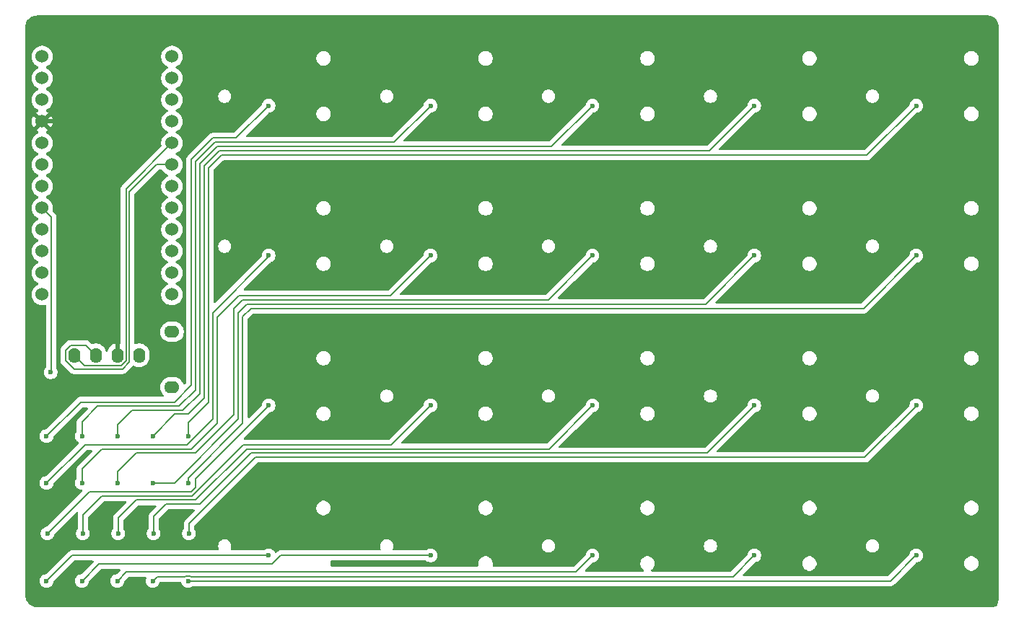
<source format=gbr>
%TF.GenerationSoftware,KiCad,Pcbnew,9.0.5*%
%TF.CreationDate,2025-10-15T11:26:38+02:00*%
%TF.ProjectId,numpad,6e756d70-6164-42e6-9b69-6361645f7063,rev?*%
%TF.SameCoordinates,Original*%
%TF.FileFunction,Copper,L2,Bot*%
%TF.FilePolarity,Positive*%
%FSLAX46Y46*%
G04 Gerber Fmt 4.6, Leading zero omitted, Abs format (unit mm)*
G04 Created by KiCad (PCBNEW 9.0.5) date 2025-10-15 11:26:38*
%MOMM*%
%LPD*%
G01*
G04 APERTURE LIST*
%TA.AperFunction,ComponentPad*%
%ADD10O,1.778000X1.397000*%
%TD*%
%TA.AperFunction,ComponentPad*%
%ADD11C,1.524000*%
%TD*%
%TA.AperFunction,ComponentPad*%
%ADD12O,1.397000X1.778000*%
%TD*%
%TA.AperFunction,ViaPad*%
%ADD13C,0.600000*%
%TD*%
%TA.AperFunction,Conductor*%
%ADD14C,0.508000*%
%TD*%
%TA.AperFunction,Conductor*%
%ADD15C,0.200000*%
%TD*%
G04 APERTURE END LIST*
D10*
%TO.P,RSW1,1*%
%TO.N,reset*%
X46212000Y-72261000D03*
%TO.P,RSW1,2*%
%TO.N,GND*%
X46212000Y-65761000D03*
%TD*%
D11*
%TO.P,U1,1*%
%TO.N,LED*%
X46211400Y-33422000D03*
%TO.P,U1,2*%
%TO.N,data*%
X46211400Y-35962000D03*
%TO.P,U1,3*%
%TO.N,GND*%
X46211400Y-38502000D03*
%TO.P,U1,4*%
X46211400Y-41042000D03*
%TO.P,U1,5*%
%TO.N,SDA*%
X46211400Y-43582000D03*
%TO.P,U1,6*%
%TO.N,SCL*%
X46211400Y-46122000D03*
%TO.P,U1,7*%
%TO.N,row0*%
X46211400Y-48662000D03*
%TO.P,U1,8*%
%TO.N,row1*%
X46211400Y-51202000D03*
%TO.P,U1,9*%
%TO.N,row2*%
X46211400Y-53742000D03*
%TO.P,U1,10*%
%TO.N,row3*%
X46211400Y-56282000D03*
%TO.P,U1,11*%
%TO.N,Net-(U1-Pad11)*%
X46211400Y-58822000D03*
%TO.P,U1,12*%
%TO.N,Net-(U1-Pad12)*%
X46211400Y-61362000D03*
%TO.P,U1,13*%
%TO.N,Net-(U1-Pad13)*%
X30991400Y-61362000D03*
%TO.P,U1,14*%
%TO.N,Net-(U1-Pad14)*%
X30991400Y-58822000D03*
%TO.P,U1,15*%
%TO.N,col5*%
X30991400Y-56282000D03*
%TO.P,U1,16*%
%TO.N,col4*%
X30991400Y-53742000D03*
%TO.P,U1,17*%
%TO.N,col3*%
X30991400Y-51202000D03*
%TO.P,U1,18*%
%TO.N,col2*%
X30991400Y-48662000D03*
%TO.P,U1,19*%
%TO.N,col1*%
X30991400Y-46122000D03*
%TO.P,U1,20*%
%TO.N,col0*%
X30991400Y-43582000D03*
%TO.P,U1,21*%
%TO.N,VCC*%
X30991400Y-41042000D03*
%TO.P,U1,22*%
%TO.N,reset*%
X30991400Y-38502000D03*
%TO.P,U1,23*%
%TO.N,GND*%
X30991400Y-35962000D03*
%TO.P,U1,24*%
%TO.N,Net-(U1-Pad24)*%
X30991400Y-33422000D03*
%TD*%
D12*
%TO.P,OLED,1*%
%TO.N,SDA*%
X34736000Y-68508000D03*
%TO.P,OLED,2*%
%TO.N,SCL*%
X37276000Y-68508000D03*
%TO.P,OLED,3*%
%TO.N,VCC*%
X39816000Y-68508000D03*
%TO.P,OLED,4*%
%TO.N,GND*%
X42356000Y-68508000D03*
%TD*%
D13*
%TO.N,col3*%
X32000000Y-70500000D03*
%TO.N,Net-(D1-K)*%
X57550000Y-39200000D03*
X31500000Y-78000000D03*
%TO.N,Net-(D2-K)*%
X35650000Y-78000000D03*
X76550000Y-39200000D03*
%TO.N,Net-(D4-K)*%
X43950000Y-78000000D03*
X114550000Y-39200000D03*
%TO.N,Net-(D5-K)*%
X133550000Y-39200000D03*
X48100000Y-78000000D03*
%TO.N,Net-(D6-K)*%
X31500000Y-83500000D03*
X57550000Y-56800000D03*
%TO.N,Net-(D7-K)*%
X76550000Y-56800000D03*
X35650000Y-83500000D03*
%TO.N,Net-(D8-K)*%
X39800000Y-83500000D03*
X95550000Y-56800000D03*
%TO.N,Net-(D9-K)*%
X114550000Y-56800000D03*
X43950000Y-83500000D03*
%TO.N,Net-(D10-K)*%
X133550000Y-56800000D03*
X48100000Y-83500000D03*
%TO.N,Net-(D11-K)*%
X57550000Y-74400000D03*
X31600000Y-89440000D03*
%TO.N,Net-(D12-K)*%
X35750000Y-89440000D03*
X76550000Y-74400000D03*
%TO.N,Net-(D13-K)*%
X39900000Y-89440000D03*
X95550000Y-74400000D03*
%TO.N,Net-(D14-K)*%
X44050000Y-89440000D03*
X114550000Y-74400000D03*
%TO.N,Net-(D15-K)*%
X48200000Y-89440000D03*
X133550000Y-74400000D03*
%TO.N,Net-(D16-K)*%
X31500000Y-95000000D03*
X57550000Y-92000000D03*
%TO.N,Net-(D17-K)*%
X35650000Y-95000000D03*
X76550000Y-92000000D03*
%TO.N,Net-(D18-K)*%
X95550000Y-92000000D03*
X39800000Y-95000000D03*
%TO.N,Net-(D19-K)*%
X114550000Y-92000000D03*
X43950000Y-95000000D03*
%TO.N,Net-(D20-K)*%
X48100000Y-95000000D03*
X133550000Y-92000000D03*
%TO.N,Net-(D3-K)*%
X39800000Y-78000000D03*
X95550000Y-39200000D03*
%TD*%
D14*
%TO.N,VCC*%
X39816000Y-43591300D02*
X39816000Y-68508000D01*
X30991400Y-41042000D02*
X37266700Y-41042000D01*
X37266700Y-41042000D02*
X39816000Y-43591300D01*
D15*
%TO.N,SDA*%
X46211400Y-43582000D02*
X40815500Y-48977900D01*
X40815500Y-69112506D02*
X40230006Y-69698000D01*
X35926000Y-69698000D02*
X34736000Y-68508000D01*
X40230006Y-69698000D02*
X35926000Y-69698000D01*
X40815500Y-48977900D02*
X40815500Y-69112506D01*
%TO.N,SCL*%
X41216500Y-69278606D02*
X40396106Y-70099000D01*
X34321994Y-67318000D02*
X36086000Y-67318000D01*
X46211400Y-46122000D02*
X44378000Y-46122000D01*
X44378000Y-46122000D02*
X41216500Y-49283500D01*
X36086000Y-67318000D02*
X37276000Y-68508000D01*
X40396106Y-70099000D02*
X34722994Y-70099000D01*
X33736500Y-67903494D02*
X34321994Y-67318000D01*
X41216500Y-49283500D02*
X41216500Y-69278606D01*
X34722994Y-70099000D02*
X33736500Y-69112506D01*
X33736500Y-69112506D02*
X33736500Y-67903494D01*
%TO.N,row0*%
X46211400Y-48662000D02*
X46338000Y-48662000D01*
%TO.N,col3*%
X32000000Y-70500000D02*
X32054400Y-70445600D01*
X32054400Y-52265000D02*
X30991400Y-51202000D01*
X32054400Y-70445600D02*
X32054400Y-52265000D01*
%TO.N,Net-(D1-K)*%
X46500000Y-74000000D02*
X48500000Y-72000000D01*
X31500000Y-78000000D02*
X35500000Y-74000000D01*
X35500000Y-74000000D02*
X46500000Y-74000000D01*
X53750000Y-43000000D02*
X57550000Y-39200000D01*
X48500000Y-45500000D02*
X51000000Y-43000000D01*
X51000000Y-43000000D02*
X53750000Y-43000000D01*
X48500000Y-72000000D02*
X48500000Y-45500000D01*
%TO.N,Net-(D2-K)*%
X37500000Y-74500000D02*
X47067100Y-74500000D01*
X35650000Y-76350000D02*
X37500000Y-74500000D01*
X51250000Y-43500000D02*
X72250000Y-43500000D01*
X49000000Y-72567100D02*
X49000000Y-45750000D01*
X47067100Y-74500000D02*
X49000000Y-72567100D01*
X49000000Y-45750000D02*
X51250000Y-43500000D01*
X35650000Y-78000000D02*
X35650000Y-76350000D01*
X72250000Y-43500000D02*
X76550000Y-39200000D01*
%TO.N,Net-(D4-K)*%
X51750000Y-44500000D02*
X109250000Y-44500000D01*
X50000000Y-46250000D02*
X51750000Y-44500000D01*
X50000000Y-73533550D02*
X50000000Y-46250000D01*
X109250000Y-44500000D02*
X114550000Y-39200000D01*
X46549000Y-75401000D02*
X48132550Y-75401000D01*
X48132550Y-75401000D02*
X50000000Y-73533550D01*
X43950000Y-78000000D02*
X46549000Y-75401000D01*
%TO.N,Net-(D5-K)*%
X50500000Y-74000000D02*
X50500000Y-46500000D01*
X127750000Y-45000000D02*
X133550000Y-39200000D01*
X50500000Y-46500000D02*
X52000000Y-45000000D01*
X48100000Y-78000000D02*
X48100000Y-76400000D01*
X48100000Y-76400000D02*
X50500000Y-74000000D01*
X52000000Y-45000000D02*
X127750000Y-45000000D01*
%TO.N,Net-(D6-K)*%
X57550000Y-56950000D02*
X57550000Y-56800000D01*
X36000000Y-79000000D02*
X47949943Y-79000000D01*
X31500000Y-83500000D02*
X36000000Y-79000000D01*
X47949943Y-79000000D02*
X51000000Y-75949943D01*
X51000000Y-75949943D02*
X51000000Y-63500000D01*
X51000000Y-63500000D02*
X57550000Y-56950000D01*
%TO.N,Net-(D7-K)*%
X35650000Y-83500000D02*
X35650000Y-81850000D01*
X35650000Y-81850000D02*
X38000000Y-79500000D01*
X38000000Y-79500000D02*
X48508522Y-79500000D01*
X51500000Y-64033550D02*
X54033550Y-61500000D01*
X51500000Y-76508522D02*
X51500000Y-64033550D01*
X71850000Y-61500000D02*
X76550000Y-56800000D01*
X48508522Y-79500000D02*
X51500000Y-76508522D01*
X54033550Y-61500000D02*
X71850000Y-61500000D01*
%TO.N,Net-(D8-K)*%
X39800000Y-83500000D02*
X39800000Y-82200000D01*
X49000000Y-80000000D02*
X53500000Y-75500000D01*
X54500000Y-62000000D02*
X90350000Y-62000000D01*
X39800000Y-82200000D02*
X42000000Y-80000000D01*
X53500000Y-75500000D02*
X53500000Y-63000000D01*
X42000000Y-80000000D02*
X49000000Y-80000000D01*
X90350000Y-62000000D02*
X95550000Y-56800000D01*
X53500000Y-63000000D02*
X54500000Y-62000000D01*
%TO.N,Net-(D9-K)*%
X43950000Y-83500000D02*
X46500000Y-83500000D01*
X46500000Y-83500000D02*
X54000000Y-76000000D01*
X54000000Y-76000000D02*
X54000000Y-63500000D01*
X54000000Y-63500000D02*
X55000000Y-62500000D01*
X108850000Y-62500000D02*
X114550000Y-56800000D01*
X55000000Y-62500000D02*
X108850000Y-62500000D01*
%TO.N,Net-(D10-K)*%
X54500000Y-76500000D02*
X54500000Y-64000000D01*
X127350000Y-63000000D02*
X133550000Y-56800000D01*
X48100000Y-82900000D02*
X54500000Y-76500000D01*
X48100000Y-83500000D02*
X48100000Y-82900000D01*
X55500000Y-63000000D02*
X127350000Y-63000000D01*
X54500000Y-64000000D02*
X55500000Y-63000000D01*
%TO.N,Net-(D11-K)*%
X36540000Y-84500000D02*
X48500000Y-84500000D01*
X49000000Y-84000000D02*
X49000000Y-83000000D01*
X49000000Y-83000000D02*
X57550000Y-74450000D01*
X57550000Y-74450000D02*
X57550000Y-74400000D01*
X48500000Y-84500000D02*
X49000000Y-84000000D01*
X31600000Y-89440000D02*
X36540000Y-84500000D01*
%TO.N,Net-(D12-K)*%
X35750000Y-87250000D02*
X38000000Y-85000000D01*
X38000000Y-85000000D02*
X48567100Y-85000000D01*
X54567100Y-79000000D02*
X71950000Y-79000000D01*
X35750000Y-89440000D02*
X35750000Y-87250000D01*
X48567100Y-85000000D02*
X54567100Y-79000000D01*
X71950000Y-79000000D02*
X76550000Y-74400000D01*
%TO.N,Net-(D13-K)*%
X42000000Y-85500000D02*
X49000000Y-85500000D01*
X39900000Y-87600000D02*
X42000000Y-85500000D01*
X39900000Y-89440000D02*
X39900000Y-87600000D01*
X49000000Y-85500000D02*
X55000000Y-79500000D01*
X90450000Y-79500000D02*
X95550000Y-74400000D01*
X55000000Y-79500000D02*
X90450000Y-79500000D01*
%TO.N,Net-(D14-K)*%
X114550000Y-74450000D02*
X114550000Y-74400000D01*
X109000000Y-80000000D02*
X114550000Y-74450000D01*
X44050000Y-89440000D02*
X44050000Y-87450000D01*
X49500000Y-86000000D02*
X55500000Y-80000000D01*
X55500000Y-80000000D02*
X109000000Y-80000000D01*
X44050000Y-87450000D02*
X45500000Y-86000000D01*
X45500000Y-86000000D02*
X49500000Y-86000000D01*
%TO.N,Net-(D15-K)*%
X127500000Y-80500000D02*
X133550000Y-74450000D01*
X56000000Y-80500000D02*
X127500000Y-80500000D01*
X133550000Y-74450000D02*
X133550000Y-74400000D01*
X48200000Y-88300000D02*
X56000000Y-80500000D01*
X48200000Y-89440000D02*
X48200000Y-88300000D01*
%TO.N,Net-(D16-K)*%
X31500000Y-95000000D02*
X34500000Y-92000000D01*
X34500000Y-92000000D02*
X57550000Y-92000000D01*
%TO.N,Net-(D17-K)*%
X37650000Y-93000000D02*
X58000000Y-93000000D01*
X58000000Y-93000000D02*
X59000000Y-92000000D01*
X59000000Y-92000000D02*
X76550000Y-92000000D01*
X35650000Y-95000000D02*
X37650000Y-93000000D01*
%TO.N,Net-(D18-K)*%
X40889000Y-93911000D02*
X93639000Y-93911000D01*
X39800000Y-95000000D02*
X40889000Y-93911000D01*
X93639000Y-93911000D02*
X95550000Y-92000000D01*
%TO.N,Net-(D19-K)*%
X44500000Y-94500000D02*
X47750057Y-94500000D01*
X44000000Y-95000000D02*
X44500000Y-94500000D01*
X48449943Y-94500000D02*
X112050000Y-94500000D01*
X48348943Y-94399000D02*
X48449943Y-94500000D01*
X112050000Y-94500000D02*
X114550000Y-92000000D01*
X47750057Y-94500000D02*
X47851057Y-94399000D01*
X47851057Y-94399000D02*
X48348943Y-94399000D01*
X43950000Y-95000000D02*
X44000000Y-95000000D01*
%TO.N,Net-(D20-K)*%
X130500000Y-95000000D02*
X133500000Y-92000000D01*
X48100000Y-95000000D02*
X130500000Y-95000000D01*
X133500000Y-92000000D02*
X133550000Y-92000000D01*
%TO.N,Net-(D3-K)*%
X51500000Y-44000000D02*
X90750000Y-44000000D01*
X41500000Y-75000000D02*
X47500000Y-75000000D01*
X90750000Y-44000000D02*
X95550000Y-39200000D01*
X47500000Y-75000000D02*
X49500000Y-73000000D01*
X39800000Y-78000000D02*
X39800000Y-76700000D01*
X49500000Y-46000000D02*
X51500000Y-44000000D01*
X49500000Y-73000000D02*
X49500000Y-46000000D01*
X39800000Y-76700000D02*
X41500000Y-75000000D01*
%TD*%
%TA.AperFunction,Conductor*%
%TO.N,VCC*%
G36*
X141981315Y-28601107D02*
G01*
X142133666Y-28616241D01*
X142148927Y-28618727D01*
X142316275Y-28656827D01*
X142331331Y-28661274D01*
X142492397Y-28720189D01*
X142507890Y-28727093D01*
X142647944Y-28801376D01*
X142663318Y-28811035D01*
X142781375Y-28897884D01*
X142795809Y-28910320D01*
X142853297Y-28968116D01*
X142895086Y-29010128D01*
X142907680Y-29024953D01*
X142991978Y-29141622D01*
X143002006Y-29158051D01*
X143078614Y-29308746D01*
X143084198Y-29321443D01*
X143110466Y-29391571D01*
X143113297Y-29400046D01*
X143140185Y-29491374D01*
X143142327Y-29499706D01*
X143164502Y-29600319D01*
X143166002Y-29608385D01*
X143183059Y-29720672D01*
X143183987Y-29728423D01*
X143194901Y-29852426D01*
X143195329Y-29859788D01*
X143199450Y-30005317D01*
X143199500Y-30008827D01*
X143199500Y-96991168D01*
X143199450Y-96994676D01*
X143195354Y-97139384D01*
X143194920Y-97146821D01*
X143184224Y-97267532D01*
X143183263Y-97275462D01*
X143166849Y-97382039D01*
X143165266Y-97390399D01*
X143144428Y-97482957D01*
X143142121Y-97491703D01*
X143117538Y-97572778D01*
X143114427Y-97581777D01*
X143092234Y-97638791D01*
X143085957Y-97652417D01*
X143020616Y-97774252D01*
X143008989Y-97792070D01*
X142944299Y-97874727D01*
X142929337Y-97890708D01*
X142858040Y-97954508D01*
X142840672Y-97967504D01*
X142759345Y-98017905D01*
X142740802Y-98027343D01*
X142648616Y-98064893D01*
X142630015Y-98070810D01*
X142535818Y-98092789D01*
X142519240Y-98095489D01*
X142482335Y-98098956D01*
X142470737Y-98099500D01*
X30523051Y-98099500D01*
X30513911Y-98099163D01*
X30511110Y-98098956D01*
X30498196Y-98098001D01*
X30387899Y-98089849D01*
X30375573Y-98088314D01*
X30172365Y-98052596D01*
X30158917Y-98049451D01*
X29956046Y-97989922D01*
X29941992Y-97984861D01*
X29759934Y-97906606D01*
X29745567Y-97899289D01*
X29589482Y-97806545D01*
X29575333Y-97796747D01*
X29444032Y-97691621D01*
X29430809Y-97679354D01*
X29320665Y-97561140D01*
X29309146Y-97546771D01*
X29216548Y-97411819D01*
X29207356Y-97396043D01*
X29125541Y-97228310D01*
X29120379Y-97216113D01*
X29091930Y-97137429D01*
X29089297Y-97129276D01*
X29061108Y-97030437D01*
X29059105Y-97022406D01*
X29053164Y-96994676D01*
X29036076Y-96914919D01*
X29034666Y-96907128D01*
X29033804Y-96901309D01*
X29017128Y-96788713D01*
X29016248Y-96781182D01*
X29005117Y-96651837D01*
X29004708Y-96644646D01*
X29000548Y-96494778D01*
X29000500Y-96491337D01*
X29000500Y-94921153D01*
X30699500Y-94921153D01*
X30699500Y-95078846D01*
X30730261Y-95233489D01*
X30730264Y-95233501D01*
X30790602Y-95379172D01*
X30790609Y-95379185D01*
X30878210Y-95510288D01*
X30878213Y-95510292D01*
X30989707Y-95621786D01*
X30989711Y-95621789D01*
X31120814Y-95709390D01*
X31120827Y-95709397D01*
X31266498Y-95769735D01*
X31266503Y-95769737D01*
X31421153Y-95800499D01*
X31421156Y-95800500D01*
X31421158Y-95800500D01*
X31578844Y-95800500D01*
X31578845Y-95800499D01*
X31733497Y-95769737D01*
X31879179Y-95709394D01*
X32010289Y-95621789D01*
X32121789Y-95510289D01*
X32209394Y-95379179D01*
X32269737Y-95233497D01*
X32295531Y-95103824D01*
X32300638Y-95078150D01*
X32333023Y-95016239D01*
X32334517Y-95014717D01*
X34712417Y-92636819D01*
X34773740Y-92603334D01*
X34800098Y-92600500D01*
X36900902Y-92600500D01*
X36967941Y-92620185D01*
X37013696Y-92672989D01*
X37023640Y-92742147D01*
X36994615Y-92805703D01*
X36988583Y-92812181D01*
X35635339Y-94165425D01*
X35574016Y-94198910D01*
X35571850Y-94199361D01*
X35416508Y-94230261D01*
X35416498Y-94230264D01*
X35270827Y-94290602D01*
X35270814Y-94290609D01*
X35139711Y-94378210D01*
X35139707Y-94378213D01*
X35028213Y-94489707D01*
X35028210Y-94489711D01*
X34940609Y-94620814D01*
X34940602Y-94620827D01*
X34880264Y-94766498D01*
X34880261Y-94766510D01*
X34849500Y-94921153D01*
X34849500Y-95078846D01*
X34880261Y-95233489D01*
X34880264Y-95233501D01*
X34940602Y-95379172D01*
X34940609Y-95379185D01*
X35028210Y-95510288D01*
X35028213Y-95510292D01*
X35139707Y-95621786D01*
X35139711Y-95621789D01*
X35270814Y-95709390D01*
X35270827Y-95709397D01*
X35416498Y-95769735D01*
X35416503Y-95769737D01*
X35571153Y-95800499D01*
X35571156Y-95800500D01*
X35571158Y-95800500D01*
X35728844Y-95800500D01*
X35728845Y-95800499D01*
X35883497Y-95769737D01*
X36029179Y-95709394D01*
X36160289Y-95621789D01*
X36271789Y-95510289D01*
X36359394Y-95379179D01*
X36419737Y-95233497D01*
X36445531Y-95103824D01*
X36450638Y-95078150D01*
X36483023Y-95016239D01*
X36484518Y-95014716D01*
X37862416Y-93636819D01*
X37923739Y-93603334D01*
X37950097Y-93600500D01*
X40050902Y-93600500D01*
X40117941Y-93620185D01*
X40163696Y-93672989D01*
X40173640Y-93742147D01*
X40144615Y-93805703D01*
X40138583Y-93812181D01*
X39785339Y-94165425D01*
X39724016Y-94198910D01*
X39721850Y-94199361D01*
X39566508Y-94230261D01*
X39566498Y-94230264D01*
X39420827Y-94290602D01*
X39420814Y-94290609D01*
X39289711Y-94378210D01*
X39289707Y-94378213D01*
X39178213Y-94489707D01*
X39178210Y-94489711D01*
X39090609Y-94620814D01*
X39090602Y-94620827D01*
X39030264Y-94766498D01*
X39030261Y-94766510D01*
X38999500Y-94921153D01*
X38999500Y-95078846D01*
X39030261Y-95233489D01*
X39030264Y-95233501D01*
X39090602Y-95379172D01*
X39090609Y-95379185D01*
X39178210Y-95510288D01*
X39178213Y-95510292D01*
X39289707Y-95621786D01*
X39289711Y-95621789D01*
X39420814Y-95709390D01*
X39420827Y-95709397D01*
X39566498Y-95769735D01*
X39566503Y-95769737D01*
X39721153Y-95800499D01*
X39721156Y-95800500D01*
X39721158Y-95800500D01*
X39878844Y-95800500D01*
X39878845Y-95800499D01*
X40033497Y-95769737D01*
X40179179Y-95709394D01*
X40310289Y-95621789D01*
X40421789Y-95510289D01*
X40509394Y-95379179D01*
X40569737Y-95233497D01*
X40595531Y-95103824D01*
X40600638Y-95078150D01*
X40633023Y-95016239D01*
X40634515Y-95014719D01*
X41101417Y-94547819D01*
X41162740Y-94514334D01*
X41189098Y-94511500D01*
X43100309Y-94511500D01*
X43167348Y-94531185D01*
X43213103Y-94583989D01*
X43223047Y-94653147D01*
X43214870Y-94682952D01*
X43180264Y-94766498D01*
X43180261Y-94766510D01*
X43149500Y-94921153D01*
X43149500Y-95078846D01*
X43180261Y-95233489D01*
X43180264Y-95233501D01*
X43240602Y-95379172D01*
X43240609Y-95379185D01*
X43328210Y-95510288D01*
X43328213Y-95510292D01*
X43439707Y-95621786D01*
X43439711Y-95621789D01*
X43570814Y-95709390D01*
X43570827Y-95709397D01*
X43716498Y-95769735D01*
X43716503Y-95769737D01*
X43871153Y-95800499D01*
X43871156Y-95800500D01*
X43871158Y-95800500D01*
X44028844Y-95800500D01*
X44028845Y-95800499D01*
X44183497Y-95769737D01*
X44329179Y-95709394D01*
X44460289Y-95621789D01*
X44571789Y-95510289D01*
X44659394Y-95379179D01*
X44719737Y-95233497D01*
X44719739Y-95233489D01*
X44726339Y-95200309D01*
X44758724Y-95138398D01*
X44819439Y-95103824D01*
X44847956Y-95100500D01*
X47202044Y-95100500D01*
X47269083Y-95120185D01*
X47314838Y-95172989D01*
X47323661Y-95200309D01*
X47330261Y-95233489D01*
X47330264Y-95233501D01*
X47390602Y-95379172D01*
X47390609Y-95379185D01*
X47478210Y-95510288D01*
X47478213Y-95510292D01*
X47589707Y-95621786D01*
X47589711Y-95621789D01*
X47720814Y-95709390D01*
X47720827Y-95709397D01*
X47866498Y-95769735D01*
X47866503Y-95769737D01*
X48021153Y-95800499D01*
X48021156Y-95800500D01*
X48021158Y-95800500D01*
X48178844Y-95800500D01*
X48178845Y-95800499D01*
X48333497Y-95769737D01*
X48479179Y-95709394D01*
X48479185Y-95709390D01*
X48610875Y-95621398D01*
X48677553Y-95600520D01*
X48679766Y-95600500D01*
X130413331Y-95600500D01*
X130413347Y-95600501D01*
X130420943Y-95600501D01*
X130579054Y-95600501D01*
X130579057Y-95600501D01*
X130731785Y-95559577D01*
X130781904Y-95530639D01*
X130868716Y-95480520D01*
X130980520Y-95368716D01*
X130980520Y-95368714D01*
X130990728Y-95358507D01*
X130990729Y-95358504D01*
X133473008Y-92876228D01*
X139149500Y-92876228D01*
X139149500Y-93043771D01*
X139182182Y-93208074D01*
X139182184Y-93208082D01*
X139246295Y-93362860D01*
X139339373Y-93502162D01*
X139457837Y-93620626D01*
X139482072Y-93636819D01*
X139597137Y-93713703D01*
X139751918Y-93777816D01*
X139892117Y-93805703D01*
X139916228Y-93810499D01*
X139916232Y-93810500D01*
X139916233Y-93810500D01*
X140083768Y-93810500D01*
X140083769Y-93810499D01*
X140248082Y-93777816D01*
X140402863Y-93713703D01*
X140542162Y-93620626D01*
X140660626Y-93502162D01*
X140753703Y-93362863D01*
X140817816Y-93208082D01*
X140850500Y-93043767D01*
X140850500Y-92876233D01*
X140817816Y-92711918D01*
X140753703Y-92557137D01*
X140722399Y-92510288D01*
X140660626Y-92417837D01*
X140542162Y-92299373D01*
X140402860Y-92206295D01*
X140248082Y-92142184D01*
X140248074Y-92142182D01*
X140083771Y-92109500D01*
X140083767Y-92109500D01*
X139916233Y-92109500D01*
X139916228Y-92109500D01*
X139751925Y-92142182D01*
X139751917Y-92142184D01*
X139597139Y-92206295D01*
X139457837Y-92299373D01*
X139339373Y-92417837D01*
X139246295Y-92557139D01*
X139182184Y-92711917D01*
X139182182Y-92711925D01*
X139149500Y-92876228D01*
X133473008Y-92876228D01*
X133512417Y-92836819D01*
X133573740Y-92803334D01*
X133600098Y-92800500D01*
X133628844Y-92800500D01*
X133628845Y-92800499D01*
X133783497Y-92769737D01*
X133801809Y-92762151D01*
X133817676Y-92755580D01*
X133929172Y-92709397D01*
X133929172Y-92709396D01*
X133929179Y-92709394D01*
X134060289Y-92621789D01*
X134171789Y-92510289D01*
X134259394Y-92379179D01*
X134319737Y-92233497D01*
X134350500Y-92078842D01*
X134350500Y-91921158D01*
X134350500Y-91921155D01*
X134350499Y-91921153D01*
X134319738Y-91766510D01*
X134319738Y-91766508D01*
X134319737Y-91766503D01*
X134319735Y-91766498D01*
X134259397Y-91620827D01*
X134259390Y-91620814D01*
X134171789Y-91489711D01*
X134171786Y-91489707D01*
X134060292Y-91378213D01*
X134060288Y-91378210D01*
X133929185Y-91290609D01*
X133929172Y-91290602D01*
X133783501Y-91230264D01*
X133783489Y-91230261D01*
X133628845Y-91199500D01*
X133628842Y-91199500D01*
X133471158Y-91199500D01*
X133471155Y-91199500D01*
X133316510Y-91230261D01*
X133316498Y-91230264D01*
X133170827Y-91290602D01*
X133170814Y-91290609D01*
X133039711Y-91378210D01*
X133039707Y-91378213D01*
X132928213Y-91489707D01*
X132928210Y-91489711D01*
X132840609Y-91620814D01*
X132840602Y-91620827D01*
X132780264Y-91766498D01*
X132780261Y-91766508D01*
X132761777Y-91859432D01*
X132729391Y-91921343D01*
X132727841Y-91922921D01*
X130287584Y-94363181D01*
X130226261Y-94396666D01*
X130199903Y-94399500D01*
X113299097Y-94399500D01*
X113232058Y-94379815D01*
X113186303Y-94327011D01*
X113176359Y-94257853D01*
X113205384Y-94194297D01*
X113211416Y-94187819D01*
X113798735Y-93600500D01*
X114523006Y-92876228D01*
X120149500Y-92876228D01*
X120149500Y-93043771D01*
X120182182Y-93208074D01*
X120182184Y-93208082D01*
X120246295Y-93362860D01*
X120339373Y-93502162D01*
X120457837Y-93620626D01*
X120482072Y-93636819D01*
X120597137Y-93713703D01*
X120751918Y-93777816D01*
X120892117Y-93805703D01*
X120916228Y-93810499D01*
X120916232Y-93810500D01*
X120916233Y-93810500D01*
X121083768Y-93810500D01*
X121083769Y-93810499D01*
X121248082Y-93777816D01*
X121402863Y-93713703D01*
X121542162Y-93620626D01*
X121660626Y-93502162D01*
X121753703Y-93362863D01*
X121817816Y-93208082D01*
X121850500Y-93043767D01*
X121850500Y-92876233D01*
X121817816Y-92711918D01*
X121753703Y-92557137D01*
X121722399Y-92510288D01*
X121660626Y-92417837D01*
X121542162Y-92299373D01*
X121402860Y-92206295D01*
X121248082Y-92142184D01*
X121248074Y-92142182D01*
X121083771Y-92109500D01*
X121083767Y-92109500D01*
X120916233Y-92109500D01*
X120916228Y-92109500D01*
X120751925Y-92142182D01*
X120751917Y-92142184D01*
X120597139Y-92206295D01*
X120457837Y-92299373D01*
X120339373Y-92417837D01*
X120246295Y-92557139D01*
X120182184Y-92711917D01*
X120182182Y-92711925D01*
X120149500Y-92876228D01*
X114523006Y-92876228D01*
X114564662Y-92834572D01*
X114579414Y-92826266D01*
X114590107Y-92815004D01*
X114618385Y-92804325D01*
X114622844Y-92801815D01*
X114628213Y-92800500D01*
X114628842Y-92800500D01*
X114783497Y-92769737D01*
X114923069Y-92711925D01*
X114929172Y-92709397D01*
X114929172Y-92709396D01*
X114929179Y-92709394D01*
X115060289Y-92621789D01*
X115171789Y-92510289D01*
X115259394Y-92379179D01*
X115319737Y-92233497D01*
X115350500Y-92078842D01*
X115350500Y-91921158D01*
X115350500Y-91921155D01*
X115350499Y-91921153D01*
X115319738Y-91766510D01*
X115319738Y-91766508D01*
X115319737Y-91766503D01*
X115319735Y-91766498D01*
X115259397Y-91620827D01*
X115259390Y-91620814D01*
X115171789Y-91489711D01*
X115171786Y-91489707D01*
X115060292Y-91378213D01*
X115060288Y-91378210D01*
X114929185Y-91290609D01*
X114929172Y-91290602D01*
X114783501Y-91230264D01*
X114783489Y-91230261D01*
X114628845Y-91199500D01*
X114628842Y-91199500D01*
X114471158Y-91199500D01*
X114471155Y-91199500D01*
X114316510Y-91230261D01*
X114316498Y-91230264D01*
X114170827Y-91290602D01*
X114170814Y-91290609D01*
X114039711Y-91378210D01*
X114039707Y-91378213D01*
X113928213Y-91489707D01*
X113928210Y-91489711D01*
X113840609Y-91620814D01*
X113840602Y-91620827D01*
X113780264Y-91766498D01*
X113780261Y-91766508D01*
X113749361Y-91921850D01*
X113716976Y-91983761D01*
X113715425Y-91985339D01*
X111837584Y-93863181D01*
X111776261Y-93896666D01*
X111749903Y-93899500D01*
X102533571Y-93899500D01*
X102466532Y-93879815D01*
X102420777Y-93827011D01*
X102410833Y-93757853D01*
X102439858Y-93694297D01*
X102464680Y-93672398D01*
X102542162Y-93620626D01*
X102660626Y-93502162D01*
X102753703Y-93362863D01*
X102817816Y-93208082D01*
X102850500Y-93043767D01*
X102850500Y-92876233D01*
X102817816Y-92711918D01*
X102753703Y-92557137D01*
X102722399Y-92510288D01*
X102660626Y-92417837D01*
X102542162Y-92299373D01*
X102402860Y-92206295D01*
X102248082Y-92142184D01*
X102248074Y-92142182D01*
X102083771Y-92109500D01*
X102083767Y-92109500D01*
X101916233Y-92109500D01*
X101916228Y-92109500D01*
X101751925Y-92142182D01*
X101751917Y-92142184D01*
X101597139Y-92206295D01*
X101457837Y-92299373D01*
X101339373Y-92417837D01*
X101246295Y-92557139D01*
X101182184Y-92711917D01*
X101182182Y-92711925D01*
X101149500Y-92876228D01*
X101149500Y-93043771D01*
X101182182Y-93208074D01*
X101182184Y-93208082D01*
X101246295Y-93362860D01*
X101339373Y-93502162D01*
X101457837Y-93620626D01*
X101535320Y-93672398D01*
X101580125Y-93726010D01*
X101588832Y-93795335D01*
X101558678Y-93858362D01*
X101499235Y-93895082D01*
X101466429Y-93899500D01*
X94799097Y-93899500D01*
X94732058Y-93879815D01*
X94686303Y-93827011D01*
X94676359Y-93757853D01*
X94705384Y-93694297D01*
X94711416Y-93687819D01*
X95125054Y-93274181D01*
X95564662Y-92834572D01*
X95625983Y-92801089D01*
X95628150Y-92800638D01*
X95686085Y-92789113D01*
X95783497Y-92769737D01*
X95923069Y-92711925D01*
X95929172Y-92709397D01*
X95929172Y-92709396D01*
X95929179Y-92709394D01*
X96060289Y-92621789D01*
X96171789Y-92510289D01*
X96259394Y-92379179D01*
X96319737Y-92233497D01*
X96350500Y-92078842D01*
X96350500Y-91921158D01*
X96350500Y-91921155D01*
X96350499Y-91921153D01*
X96319738Y-91766510D01*
X96319738Y-91766508D01*
X96319737Y-91766503D01*
X96319735Y-91766498D01*
X96259397Y-91620827D01*
X96259390Y-91620814D01*
X96171789Y-91489711D01*
X96171786Y-91489707D01*
X96060292Y-91378213D01*
X96060288Y-91378210D01*
X95929185Y-91290609D01*
X95929172Y-91290602D01*
X95783501Y-91230264D01*
X95783489Y-91230261D01*
X95628845Y-91199500D01*
X95628842Y-91199500D01*
X95471158Y-91199500D01*
X95471155Y-91199500D01*
X95316510Y-91230261D01*
X95316498Y-91230264D01*
X95170827Y-91290602D01*
X95170814Y-91290609D01*
X95039711Y-91378210D01*
X95039707Y-91378213D01*
X94928213Y-91489707D01*
X94928210Y-91489711D01*
X94840609Y-91620814D01*
X94840602Y-91620827D01*
X94780264Y-91766498D01*
X94780261Y-91766508D01*
X94749361Y-91921850D01*
X94716976Y-91983761D01*
X94715425Y-91985339D01*
X93426584Y-93274181D01*
X93365261Y-93307666D01*
X93338903Y-93310500D01*
X83948538Y-93310500D01*
X83881499Y-93290815D01*
X83835744Y-93238011D01*
X83825800Y-93168853D01*
X83826921Y-93162309D01*
X83838261Y-93105297D01*
X83850500Y-93043767D01*
X83850500Y-92876233D01*
X83817816Y-92711918D01*
X83753703Y-92557137D01*
X83722399Y-92510288D01*
X83660626Y-92417837D01*
X83542162Y-92299373D01*
X83402860Y-92206295D01*
X83248082Y-92142184D01*
X83248074Y-92142182D01*
X83083771Y-92109500D01*
X83083767Y-92109500D01*
X82916233Y-92109500D01*
X82916228Y-92109500D01*
X82751925Y-92142182D01*
X82751917Y-92142184D01*
X82597139Y-92206295D01*
X82457837Y-92299373D01*
X82339373Y-92417837D01*
X82246295Y-92557139D01*
X82182184Y-92711917D01*
X82182182Y-92711925D01*
X82149500Y-92876228D01*
X82149500Y-93043770D01*
X82173079Y-93162309D01*
X82166852Y-93231900D01*
X82123989Y-93287078D01*
X82058099Y-93310322D01*
X82051462Y-93310500D01*
X64948538Y-93310500D01*
X64881499Y-93290815D01*
X64835744Y-93238011D01*
X64825800Y-93168853D01*
X64826921Y-93162309D01*
X64838261Y-93105297D01*
X64850500Y-93043767D01*
X64850500Y-92876233D01*
X64838321Y-92815004D01*
X64825131Y-92748691D01*
X64831358Y-92679099D01*
X64874221Y-92623922D01*
X64940111Y-92600678D01*
X64946748Y-92600500D01*
X75970234Y-92600500D01*
X76037273Y-92620185D01*
X76039125Y-92621398D01*
X76170814Y-92709390D01*
X76170827Y-92709397D01*
X76316498Y-92769735D01*
X76316503Y-92769737D01*
X76471153Y-92800499D01*
X76471156Y-92800500D01*
X76471158Y-92800500D01*
X76628844Y-92800500D01*
X76628845Y-92800499D01*
X76783497Y-92769737D01*
X76923069Y-92711925D01*
X76929172Y-92709397D01*
X76929172Y-92709396D01*
X76929179Y-92709394D01*
X77060289Y-92621789D01*
X77171789Y-92510289D01*
X77259394Y-92379179D01*
X77319737Y-92233497D01*
X77350500Y-92078842D01*
X77350500Y-91921158D01*
X77350500Y-91921155D01*
X77350499Y-91921153D01*
X77319738Y-91766510D01*
X77319738Y-91766508D01*
X77319737Y-91766503D01*
X77319735Y-91766498D01*
X77259397Y-91620827D01*
X77259390Y-91620814D01*
X77171789Y-91489711D01*
X77171786Y-91489707D01*
X77060292Y-91378213D01*
X77060288Y-91378210D01*
X76929185Y-91290609D01*
X76929172Y-91290602D01*
X76783501Y-91230264D01*
X76783489Y-91230261D01*
X76628845Y-91199500D01*
X76628842Y-91199500D01*
X76471158Y-91199500D01*
X76471155Y-91199500D01*
X76316510Y-91230261D01*
X76316498Y-91230264D01*
X76170827Y-91290602D01*
X76170814Y-91290609D01*
X76039125Y-91378602D01*
X75972447Y-91399480D01*
X75970234Y-91399500D01*
X72218075Y-91399500D01*
X72151036Y-91379815D01*
X72105281Y-91327011D01*
X72095337Y-91257853D01*
X72103514Y-91228048D01*
X72145696Y-91126209D01*
X72145698Y-91126205D01*
X72175500Y-90976380D01*
X72175500Y-90823620D01*
X72175499Y-90823615D01*
X89624500Y-90823615D01*
X89624500Y-90976384D01*
X89654300Y-91126197D01*
X89654302Y-91126205D01*
X89712759Y-91267334D01*
X89712764Y-91267343D01*
X89797629Y-91394351D01*
X89797632Y-91394355D01*
X89905644Y-91502367D01*
X89905648Y-91502370D01*
X90032656Y-91587235D01*
X90032662Y-91587238D01*
X90032663Y-91587239D01*
X90173795Y-91645698D01*
X90323615Y-91675499D01*
X90323619Y-91675500D01*
X90323620Y-91675500D01*
X90476381Y-91675500D01*
X90476382Y-91675499D01*
X90626205Y-91645698D01*
X90767337Y-91587239D01*
X90894352Y-91502370D01*
X91002370Y-91394352D01*
X91087239Y-91267337D01*
X91145698Y-91126205D01*
X91175500Y-90976380D01*
X91175500Y-90823620D01*
X91175499Y-90823615D01*
X108624500Y-90823615D01*
X108624500Y-90976384D01*
X108654300Y-91126197D01*
X108654302Y-91126205D01*
X108712759Y-91267334D01*
X108712764Y-91267343D01*
X108797629Y-91394351D01*
X108797632Y-91394355D01*
X108905644Y-91502367D01*
X108905648Y-91502370D01*
X109032656Y-91587235D01*
X109032662Y-91587238D01*
X109032663Y-91587239D01*
X109173795Y-91645698D01*
X109323615Y-91675499D01*
X109323619Y-91675500D01*
X109323620Y-91675500D01*
X109476381Y-91675500D01*
X109476382Y-91675499D01*
X109626205Y-91645698D01*
X109767337Y-91587239D01*
X109894352Y-91502370D01*
X110002370Y-91394352D01*
X110087239Y-91267337D01*
X110145698Y-91126205D01*
X110175500Y-90976380D01*
X110175500Y-90823620D01*
X110175499Y-90823615D01*
X127624500Y-90823615D01*
X127624500Y-90976384D01*
X127654300Y-91126197D01*
X127654302Y-91126205D01*
X127712759Y-91267334D01*
X127712764Y-91267343D01*
X127797629Y-91394351D01*
X127797632Y-91394355D01*
X127905644Y-91502367D01*
X127905648Y-91502370D01*
X128032656Y-91587235D01*
X128032662Y-91587238D01*
X128032663Y-91587239D01*
X128173795Y-91645698D01*
X128323615Y-91675499D01*
X128323619Y-91675500D01*
X128323620Y-91675500D01*
X128476381Y-91675500D01*
X128476382Y-91675499D01*
X128626205Y-91645698D01*
X128767337Y-91587239D01*
X128894352Y-91502370D01*
X129002370Y-91394352D01*
X129087239Y-91267337D01*
X129145698Y-91126205D01*
X129175500Y-90976380D01*
X129175500Y-90823620D01*
X129145698Y-90673795D01*
X129087239Y-90532663D01*
X129087238Y-90532662D01*
X129087235Y-90532656D01*
X129002370Y-90405648D01*
X129002367Y-90405644D01*
X128894355Y-90297632D01*
X128894351Y-90297629D01*
X128767343Y-90212764D01*
X128767334Y-90212759D01*
X128626205Y-90154302D01*
X128626197Y-90154300D01*
X128476384Y-90124500D01*
X128476380Y-90124500D01*
X128323620Y-90124500D01*
X128323615Y-90124500D01*
X128173802Y-90154300D01*
X128173794Y-90154302D01*
X128032665Y-90212759D01*
X128032656Y-90212764D01*
X127905648Y-90297629D01*
X127905644Y-90297632D01*
X127797632Y-90405644D01*
X127797629Y-90405648D01*
X127712764Y-90532656D01*
X127712759Y-90532665D01*
X127654302Y-90673794D01*
X127654300Y-90673802D01*
X127624500Y-90823615D01*
X110175499Y-90823615D01*
X110145698Y-90673795D01*
X110087239Y-90532663D01*
X110087238Y-90532662D01*
X110087235Y-90532656D01*
X110002370Y-90405648D01*
X110002367Y-90405644D01*
X109894355Y-90297632D01*
X109894351Y-90297629D01*
X109767343Y-90212764D01*
X109767334Y-90212759D01*
X109626205Y-90154302D01*
X109626197Y-90154300D01*
X109476384Y-90124500D01*
X109476380Y-90124500D01*
X109323620Y-90124500D01*
X109323615Y-90124500D01*
X109173802Y-90154300D01*
X109173794Y-90154302D01*
X109032665Y-90212759D01*
X109032656Y-90212764D01*
X108905648Y-90297629D01*
X108905644Y-90297632D01*
X108797632Y-90405644D01*
X108797629Y-90405648D01*
X108712764Y-90532656D01*
X108712759Y-90532665D01*
X108654302Y-90673794D01*
X108654300Y-90673802D01*
X108624500Y-90823615D01*
X91175499Y-90823615D01*
X91145698Y-90673795D01*
X91087239Y-90532663D01*
X91087238Y-90532662D01*
X91087235Y-90532656D01*
X91002370Y-90405648D01*
X91002367Y-90405644D01*
X90894355Y-90297632D01*
X90894351Y-90297629D01*
X90767343Y-90212764D01*
X90767334Y-90212759D01*
X90626205Y-90154302D01*
X90626197Y-90154300D01*
X90476384Y-90124500D01*
X90476380Y-90124500D01*
X90323620Y-90124500D01*
X90323615Y-90124500D01*
X90173802Y-90154300D01*
X90173794Y-90154302D01*
X90032665Y-90212759D01*
X90032656Y-90212764D01*
X89905648Y-90297629D01*
X89905644Y-90297632D01*
X89797632Y-90405644D01*
X89797629Y-90405648D01*
X89712764Y-90532656D01*
X89712759Y-90532665D01*
X89654302Y-90673794D01*
X89654300Y-90673802D01*
X89624500Y-90823615D01*
X72175499Y-90823615D01*
X72145698Y-90673795D01*
X72087239Y-90532663D01*
X72087238Y-90532662D01*
X72087235Y-90532656D01*
X72002370Y-90405648D01*
X72002367Y-90405644D01*
X71894355Y-90297632D01*
X71894351Y-90297629D01*
X71767343Y-90212764D01*
X71767334Y-90212759D01*
X71626205Y-90154302D01*
X71626197Y-90154300D01*
X71476384Y-90124500D01*
X71476380Y-90124500D01*
X71323620Y-90124500D01*
X71323615Y-90124500D01*
X71173802Y-90154300D01*
X71173794Y-90154302D01*
X71032665Y-90212759D01*
X71032656Y-90212764D01*
X70905648Y-90297629D01*
X70905644Y-90297632D01*
X70797632Y-90405644D01*
X70797629Y-90405648D01*
X70712764Y-90532656D01*
X70712759Y-90532665D01*
X70654302Y-90673794D01*
X70654300Y-90673802D01*
X70624500Y-90823615D01*
X70624500Y-90976384D01*
X70654300Y-91126197D01*
X70654303Y-91126209D01*
X70696486Y-91228048D01*
X70703955Y-91297517D01*
X70672680Y-91359996D01*
X70612590Y-91395648D01*
X70581925Y-91399500D01*
X59086670Y-91399500D01*
X59086654Y-91399499D01*
X59079058Y-91399499D01*
X58920943Y-91399499D01*
X58844579Y-91419961D01*
X58768214Y-91440423D01*
X58768209Y-91440426D01*
X58631290Y-91519475D01*
X58631286Y-91519478D01*
X58469859Y-91680904D01*
X58408535Y-91714388D01*
X58338844Y-91709404D01*
X58282910Y-91667532D01*
X58267618Y-91640677D01*
X58259394Y-91620821D01*
X58259391Y-91620816D01*
X58259390Y-91620814D01*
X58171789Y-91489711D01*
X58171786Y-91489707D01*
X58060292Y-91378213D01*
X58060288Y-91378210D01*
X57929185Y-91290609D01*
X57929172Y-91290602D01*
X57783501Y-91230264D01*
X57783489Y-91230261D01*
X57628845Y-91199500D01*
X57628842Y-91199500D01*
X57471158Y-91199500D01*
X57471155Y-91199500D01*
X57316510Y-91230261D01*
X57316498Y-91230264D01*
X57170827Y-91290602D01*
X57170814Y-91290609D01*
X57039125Y-91378602D01*
X56972447Y-91399480D01*
X56970234Y-91399500D01*
X53218075Y-91399500D01*
X53151036Y-91379815D01*
X53105281Y-91327011D01*
X53095337Y-91257853D01*
X53103514Y-91228048D01*
X53145696Y-91126209D01*
X53145698Y-91126205D01*
X53175500Y-90976380D01*
X53175500Y-90823620D01*
X53145698Y-90673795D01*
X53087239Y-90532663D01*
X53087238Y-90532662D01*
X53087235Y-90532656D01*
X53002370Y-90405648D01*
X53002367Y-90405644D01*
X52894355Y-90297632D01*
X52894351Y-90297629D01*
X52767343Y-90212764D01*
X52767334Y-90212759D01*
X52626205Y-90154302D01*
X52626197Y-90154300D01*
X52476384Y-90124500D01*
X52476380Y-90124500D01*
X52323620Y-90124500D01*
X52323615Y-90124500D01*
X52173802Y-90154300D01*
X52173794Y-90154302D01*
X52032665Y-90212759D01*
X52032656Y-90212764D01*
X51905648Y-90297629D01*
X51905644Y-90297632D01*
X51797632Y-90405644D01*
X51797629Y-90405648D01*
X51712764Y-90532656D01*
X51712759Y-90532665D01*
X51654302Y-90673794D01*
X51654300Y-90673802D01*
X51624500Y-90823615D01*
X51624500Y-90976384D01*
X51654300Y-91126197D01*
X51654303Y-91126209D01*
X51696486Y-91228048D01*
X51703955Y-91297517D01*
X51672680Y-91359996D01*
X51612590Y-91395648D01*
X51581925Y-91399500D01*
X34586670Y-91399500D01*
X34586654Y-91399499D01*
X34579058Y-91399499D01*
X34420943Y-91399499D01*
X34344579Y-91419961D01*
X34268214Y-91440423D01*
X34268209Y-91440426D01*
X34131290Y-91519475D01*
X34131282Y-91519481D01*
X31485339Y-94165425D01*
X31424016Y-94198910D01*
X31421850Y-94199361D01*
X31266508Y-94230261D01*
X31266498Y-94230264D01*
X31120827Y-94290602D01*
X31120814Y-94290609D01*
X30989711Y-94378210D01*
X30989707Y-94378213D01*
X30878213Y-94489707D01*
X30878210Y-94489711D01*
X30790609Y-94620814D01*
X30790602Y-94620827D01*
X30730264Y-94766498D01*
X30730261Y-94766510D01*
X30699500Y-94921153D01*
X29000500Y-94921153D01*
X29000500Y-77921153D01*
X30699500Y-77921153D01*
X30699500Y-78078846D01*
X30730261Y-78233489D01*
X30730264Y-78233501D01*
X30790602Y-78379172D01*
X30790609Y-78379185D01*
X30878210Y-78510288D01*
X30878213Y-78510292D01*
X30989707Y-78621786D01*
X30989711Y-78621789D01*
X31120814Y-78709390D01*
X31120827Y-78709397D01*
X31266498Y-78769735D01*
X31266503Y-78769737D01*
X31421153Y-78800499D01*
X31421156Y-78800500D01*
X31421158Y-78800500D01*
X31578844Y-78800500D01*
X31578845Y-78800499D01*
X31733497Y-78769737D01*
X31879179Y-78709394D01*
X32010289Y-78621789D01*
X32121789Y-78510289D01*
X32209394Y-78379179D01*
X32269737Y-78233497D01*
X32289113Y-78136085D01*
X32300638Y-78078150D01*
X32333023Y-78016239D01*
X32334518Y-78014716D01*
X35712416Y-74636819D01*
X35773739Y-74603334D01*
X35800097Y-74600500D01*
X36250903Y-74600500D01*
X36317942Y-74620185D01*
X36363697Y-74672989D01*
X36373641Y-74742147D01*
X36344616Y-74805703D01*
X36338586Y-74812178D01*
X35706997Y-75443767D01*
X35281286Y-75869478D01*
X35169481Y-75981282D01*
X35169479Y-75981284D01*
X35157808Y-76001500D01*
X35140613Y-76031284D01*
X35090423Y-76118215D01*
X35049499Y-76270943D01*
X35049499Y-76270945D01*
X35049499Y-76439046D01*
X35049500Y-76439059D01*
X35049500Y-77420234D01*
X35029815Y-77487273D01*
X35028602Y-77489125D01*
X34940609Y-77620814D01*
X34940602Y-77620827D01*
X34880264Y-77766498D01*
X34880261Y-77766510D01*
X34849500Y-77921153D01*
X34849500Y-78078846D01*
X34880261Y-78233489D01*
X34880264Y-78233501D01*
X34940602Y-78379172D01*
X34940609Y-78379185D01*
X35028210Y-78510288D01*
X35028213Y-78510292D01*
X35139707Y-78621786D01*
X35139711Y-78621789D01*
X35247427Y-78693763D01*
X35292232Y-78747375D01*
X35300939Y-78816700D01*
X35270785Y-78879728D01*
X35266217Y-78884546D01*
X31485339Y-82665425D01*
X31424016Y-82698910D01*
X31421850Y-82699361D01*
X31266508Y-82730261D01*
X31266498Y-82730264D01*
X31120827Y-82790602D01*
X31120814Y-82790609D01*
X30989711Y-82878210D01*
X30989707Y-82878213D01*
X30878213Y-82989707D01*
X30878210Y-82989711D01*
X30790609Y-83120814D01*
X30790602Y-83120827D01*
X30730264Y-83266498D01*
X30730261Y-83266510D01*
X30699500Y-83421153D01*
X30699500Y-83578846D01*
X30730261Y-83733489D01*
X30730264Y-83733501D01*
X30790602Y-83879172D01*
X30790609Y-83879185D01*
X30878210Y-84010288D01*
X30878213Y-84010292D01*
X30989707Y-84121786D01*
X30989711Y-84121789D01*
X31120814Y-84209390D01*
X31120827Y-84209397D01*
X31266498Y-84269735D01*
X31266503Y-84269737D01*
X31421153Y-84300499D01*
X31421156Y-84300500D01*
X31421158Y-84300500D01*
X31578844Y-84300500D01*
X31578845Y-84300499D01*
X31733497Y-84269737D01*
X31879179Y-84209394D01*
X32010289Y-84121789D01*
X32121789Y-84010289D01*
X32209394Y-83879179D01*
X32269737Y-83733497D01*
X32289113Y-83636085D01*
X32300638Y-83578150D01*
X32333023Y-83516239D01*
X32334518Y-83514716D01*
X36212416Y-79636819D01*
X36273739Y-79603334D01*
X36300097Y-79600500D01*
X36750903Y-79600500D01*
X36817942Y-79620185D01*
X36863697Y-79672989D01*
X36873641Y-79742147D01*
X36844616Y-79805703D01*
X36838584Y-79812181D01*
X35281286Y-81369478D01*
X35169481Y-81481282D01*
X35169479Y-81481285D01*
X35119361Y-81568094D01*
X35119359Y-81568096D01*
X35090425Y-81618209D01*
X35090424Y-81618210D01*
X35090423Y-81618215D01*
X35049499Y-81770943D01*
X35049499Y-81770945D01*
X35049499Y-81939046D01*
X35049500Y-81939059D01*
X35049500Y-82920234D01*
X35029815Y-82987273D01*
X35028602Y-82989125D01*
X34940609Y-83120814D01*
X34940602Y-83120827D01*
X34880264Y-83266498D01*
X34880261Y-83266510D01*
X34849500Y-83421153D01*
X34849500Y-83578846D01*
X34880261Y-83733489D01*
X34880264Y-83733501D01*
X34940602Y-83879172D01*
X34940609Y-83879185D01*
X35028210Y-84010288D01*
X35028213Y-84010292D01*
X35139707Y-84121786D01*
X35139711Y-84121789D01*
X35270814Y-84209390D01*
X35270827Y-84209397D01*
X35416498Y-84269735D01*
X35416503Y-84269737D01*
X35571153Y-84300499D01*
X35571156Y-84300500D01*
X35590902Y-84300500D01*
X35657941Y-84320185D01*
X35703696Y-84372989D01*
X35713640Y-84442147D01*
X35684615Y-84505703D01*
X35678583Y-84512181D01*
X31585339Y-88605425D01*
X31524016Y-88638910D01*
X31521850Y-88639361D01*
X31366508Y-88670261D01*
X31366498Y-88670264D01*
X31220827Y-88730602D01*
X31220814Y-88730609D01*
X31089711Y-88818210D01*
X31089707Y-88818213D01*
X30978213Y-88929707D01*
X30978210Y-88929711D01*
X30890609Y-89060814D01*
X30890602Y-89060827D01*
X30830264Y-89206498D01*
X30830261Y-89206510D01*
X30799500Y-89361153D01*
X30799500Y-89518846D01*
X30830261Y-89673489D01*
X30830264Y-89673501D01*
X30890602Y-89819172D01*
X30890609Y-89819185D01*
X30978210Y-89950288D01*
X30978213Y-89950292D01*
X31089707Y-90061786D01*
X31089711Y-90061789D01*
X31220814Y-90149390D01*
X31220827Y-90149397D01*
X31366498Y-90209735D01*
X31366503Y-90209737D01*
X31521153Y-90240499D01*
X31521156Y-90240500D01*
X31521158Y-90240500D01*
X31678844Y-90240500D01*
X31678845Y-90240499D01*
X31833497Y-90209737D01*
X31979179Y-90149394D01*
X32110289Y-90061789D01*
X32221789Y-89950289D01*
X32309394Y-89819179D01*
X32369737Y-89673497D01*
X32389113Y-89576085D01*
X32400638Y-89518150D01*
X32433023Y-89456239D01*
X32434518Y-89454716D01*
X34980104Y-86909130D01*
X35041425Y-86875647D01*
X35111117Y-86880631D01*
X35167050Y-86922503D01*
X35191467Y-86987967D01*
X35187558Y-87028906D01*
X35149499Y-87170943D01*
X35149499Y-87339046D01*
X35149500Y-87339059D01*
X35149500Y-88860234D01*
X35129815Y-88927273D01*
X35128602Y-88929125D01*
X35040609Y-89060814D01*
X35040602Y-89060827D01*
X34980264Y-89206498D01*
X34980261Y-89206510D01*
X34949500Y-89361153D01*
X34949500Y-89518846D01*
X34980261Y-89673489D01*
X34980264Y-89673501D01*
X35040602Y-89819172D01*
X35040609Y-89819185D01*
X35128210Y-89950288D01*
X35128213Y-89950292D01*
X35239707Y-90061786D01*
X35239711Y-90061789D01*
X35370814Y-90149390D01*
X35370827Y-90149397D01*
X35516498Y-90209735D01*
X35516503Y-90209737D01*
X35671153Y-90240499D01*
X35671156Y-90240500D01*
X35671158Y-90240500D01*
X35828844Y-90240500D01*
X35828845Y-90240499D01*
X35983497Y-90209737D01*
X36129179Y-90149394D01*
X36260289Y-90061789D01*
X36371789Y-89950289D01*
X36459394Y-89819179D01*
X36519737Y-89673497D01*
X36550500Y-89518842D01*
X36550500Y-89361158D01*
X36550500Y-89361155D01*
X36550499Y-89361153D01*
X36519738Y-89206510D01*
X36519737Y-89206503D01*
X36519735Y-89206498D01*
X36459397Y-89060827D01*
X36459390Y-89060814D01*
X36371398Y-88929125D01*
X36350520Y-88862447D01*
X36350500Y-88860234D01*
X36350500Y-87550097D01*
X36370185Y-87483058D01*
X36386819Y-87462416D01*
X38212417Y-85636819D01*
X38273740Y-85603334D01*
X38300098Y-85600500D01*
X40750903Y-85600500D01*
X40817942Y-85620185D01*
X40863697Y-85672989D01*
X40873641Y-85742147D01*
X40844616Y-85805703D01*
X40838584Y-85812181D01*
X39531286Y-87119478D01*
X39419481Y-87231282D01*
X39419479Y-87231284D01*
X39404162Y-87257815D01*
X39385292Y-87290500D01*
X39340423Y-87368215D01*
X39299499Y-87520943D01*
X39299499Y-87520945D01*
X39299499Y-87689046D01*
X39299500Y-87689059D01*
X39299500Y-88860234D01*
X39279815Y-88927273D01*
X39278602Y-88929125D01*
X39190609Y-89060814D01*
X39190602Y-89060827D01*
X39130264Y-89206498D01*
X39130261Y-89206510D01*
X39099500Y-89361153D01*
X39099500Y-89518846D01*
X39130261Y-89673489D01*
X39130264Y-89673501D01*
X39190602Y-89819172D01*
X39190609Y-89819185D01*
X39278210Y-89950288D01*
X39278213Y-89950292D01*
X39389707Y-90061786D01*
X39389711Y-90061789D01*
X39520814Y-90149390D01*
X39520827Y-90149397D01*
X39666498Y-90209735D01*
X39666503Y-90209737D01*
X39821153Y-90240499D01*
X39821156Y-90240500D01*
X39821158Y-90240500D01*
X39978844Y-90240500D01*
X39978845Y-90240499D01*
X40133497Y-90209737D01*
X40279179Y-90149394D01*
X40410289Y-90061789D01*
X40521789Y-89950289D01*
X40609394Y-89819179D01*
X40669737Y-89673497D01*
X40700500Y-89518842D01*
X40700500Y-89361158D01*
X40700500Y-89361155D01*
X40700499Y-89361153D01*
X40669738Y-89206510D01*
X40669737Y-89206503D01*
X40669735Y-89206498D01*
X40609397Y-89060827D01*
X40609390Y-89060814D01*
X40521398Y-88929125D01*
X40500520Y-88862447D01*
X40500500Y-88860234D01*
X40500500Y-87900097D01*
X40520185Y-87833058D01*
X40536819Y-87812416D01*
X42212416Y-86136819D01*
X42273739Y-86103334D01*
X42300097Y-86100500D01*
X44250902Y-86100500D01*
X44317941Y-86120185D01*
X44363696Y-86172989D01*
X44373640Y-86242147D01*
X44344615Y-86305703D01*
X44338583Y-86312181D01*
X43569481Y-87081282D01*
X43569477Y-87081287D01*
X43547429Y-87119478D01*
X43547428Y-87119480D01*
X43490423Y-87218215D01*
X43449499Y-87370943D01*
X43449499Y-87370945D01*
X43449499Y-87539046D01*
X43449500Y-87539059D01*
X43449500Y-88860234D01*
X43429815Y-88927273D01*
X43428602Y-88929125D01*
X43340609Y-89060814D01*
X43340602Y-89060827D01*
X43280264Y-89206498D01*
X43280261Y-89206510D01*
X43249500Y-89361153D01*
X43249500Y-89518846D01*
X43280261Y-89673489D01*
X43280264Y-89673501D01*
X43340602Y-89819172D01*
X43340609Y-89819185D01*
X43428210Y-89950288D01*
X43428213Y-89950292D01*
X43539707Y-90061786D01*
X43539711Y-90061789D01*
X43670814Y-90149390D01*
X43670827Y-90149397D01*
X43816498Y-90209735D01*
X43816503Y-90209737D01*
X43971153Y-90240499D01*
X43971156Y-90240500D01*
X43971158Y-90240500D01*
X44128844Y-90240500D01*
X44128845Y-90240499D01*
X44283497Y-90209737D01*
X44429179Y-90149394D01*
X44560289Y-90061789D01*
X44671789Y-89950289D01*
X44759394Y-89819179D01*
X44819737Y-89673497D01*
X44850500Y-89518842D01*
X44850500Y-89361158D01*
X44850500Y-89361155D01*
X44850499Y-89361153D01*
X44819738Y-89206510D01*
X44819737Y-89206503D01*
X44819735Y-89206498D01*
X44759397Y-89060827D01*
X44759390Y-89060814D01*
X44671398Y-88929125D01*
X44650520Y-88862447D01*
X44650500Y-88860234D01*
X44650500Y-87750097D01*
X44670185Y-87683058D01*
X44686819Y-87662416D01*
X45712417Y-86636819D01*
X45773740Y-86603334D01*
X45800098Y-86600500D01*
X48750903Y-86600500D01*
X48817942Y-86620185D01*
X48863697Y-86672989D01*
X48873641Y-86742147D01*
X48844616Y-86805703D01*
X48838586Y-86812178D01*
X48321707Y-87329057D01*
X47831286Y-87819478D01*
X47719481Y-87931282D01*
X47719479Y-87931284D01*
X47704289Y-87957594D01*
X47697869Y-87968716D01*
X47640423Y-88068215D01*
X47599499Y-88220943D01*
X47599499Y-88220945D01*
X47599499Y-88389046D01*
X47599500Y-88389059D01*
X47599500Y-88860234D01*
X47579815Y-88927273D01*
X47578602Y-88929125D01*
X47490609Y-89060814D01*
X47490602Y-89060827D01*
X47430264Y-89206498D01*
X47430261Y-89206510D01*
X47399500Y-89361153D01*
X47399500Y-89518846D01*
X47430261Y-89673489D01*
X47430264Y-89673501D01*
X47490602Y-89819172D01*
X47490609Y-89819185D01*
X47578210Y-89950288D01*
X47578213Y-89950292D01*
X47689707Y-90061786D01*
X47689711Y-90061789D01*
X47820814Y-90149390D01*
X47820827Y-90149397D01*
X47966498Y-90209735D01*
X47966503Y-90209737D01*
X48121153Y-90240499D01*
X48121156Y-90240500D01*
X48121158Y-90240500D01*
X48278844Y-90240500D01*
X48278845Y-90240499D01*
X48433497Y-90209737D01*
X48579179Y-90149394D01*
X48710289Y-90061789D01*
X48821789Y-89950289D01*
X48909394Y-89819179D01*
X48969737Y-89673497D01*
X49000500Y-89518842D01*
X49000500Y-89361158D01*
X49000500Y-89361155D01*
X49000499Y-89361153D01*
X48969738Y-89206510D01*
X48969737Y-89206503D01*
X48969735Y-89206498D01*
X48909397Y-89060827D01*
X48909390Y-89060814D01*
X48821398Y-88929125D01*
X48800520Y-88862447D01*
X48800500Y-88860234D01*
X48800500Y-88600097D01*
X48820185Y-88533058D01*
X48836819Y-88512416D01*
X50993007Y-86356228D01*
X63149500Y-86356228D01*
X63149500Y-86523771D01*
X63182182Y-86688074D01*
X63182184Y-86688082D01*
X63246295Y-86842860D01*
X63339373Y-86982162D01*
X63457837Y-87100626D01*
X63486056Y-87119481D01*
X63597137Y-87193703D01*
X63751918Y-87257816D01*
X63916228Y-87290499D01*
X63916232Y-87290500D01*
X63916233Y-87290500D01*
X64083768Y-87290500D01*
X64083769Y-87290499D01*
X64248082Y-87257816D01*
X64402863Y-87193703D01*
X64542162Y-87100626D01*
X64660626Y-86982162D01*
X64753703Y-86842863D01*
X64817816Y-86688082D01*
X64850500Y-86523767D01*
X64850500Y-86356233D01*
X64850499Y-86356228D01*
X82149500Y-86356228D01*
X82149500Y-86523771D01*
X82182182Y-86688074D01*
X82182184Y-86688082D01*
X82246295Y-86842860D01*
X82339373Y-86982162D01*
X82457837Y-87100626D01*
X82486056Y-87119481D01*
X82597137Y-87193703D01*
X82751918Y-87257816D01*
X82916228Y-87290499D01*
X82916232Y-87290500D01*
X82916233Y-87290500D01*
X83083768Y-87290500D01*
X83083769Y-87290499D01*
X83248082Y-87257816D01*
X83402863Y-87193703D01*
X83542162Y-87100626D01*
X83660626Y-86982162D01*
X83753703Y-86842863D01*
X83817816Y-86688082D01*
X83850500Y-86523767D01*
X83850500Y-86356233D01*
X83850499Y-86356228D01*
X101149500Y-86356228D01*
X101149500Y-86523771D01*
X101182182Y-86688074D01*
X101182184Y-86688082D01*
X101246295Y-86842860D01*
X101339373Y-86982162D01*
X101457837Y-87100626D01*
X101486056Y-87119481D01*
X101597137Y-87193703D01*
X101751918Y-87257816D01*
X101916228Y-87290499D01*
X101916232Y-87290500D01*
X101916233Y-87290500D01*
X102083768Y-87290500D01*
X102083769Y-87290499D01*
X102248082Y-87257816D01*
X102402863Y-87193703D01*
X102542162Y-87100626D01*
X102660626Y-86982162D01*
X102753703Y-86842863D01*
X102817816Y-86688082D01*
X102850500Y-86523767D01*
X102850500Y-86356233D01*
X102850499Y-86356228D01*
X120149500Y-86356228D01*
X120149500Y-86523771D01*
X120182182Y-86688074D01*
X120182184Y-86688082D01*
X120246295Y-86842860D01*
X120339373Y-86982162D01*
X120457837Y-87100626D01*
X120486056Y-87119481D01*
X120597137Y-87193703D01*
X120751918Y-87257816D01*
X120916228Y-87290499D01*
X120916232Y-87290500D01*
X120916233Y-87290500D01*
X121083768Y-87290500D01*
X121083769Y-87290499D01*
X121248082Y-87257816D01*
X121402863Y-87193703D01*
X121542162Y-87100626D01*
X121660626Y-86982162D01*
X121753703Y-86842863D01*
X121817816Y-86688082D01*
X121850500Y-86523767D01*
X121850500Y-86356233D01*
X121850499Y-86356228D01*
X139149500Y-86356228D01*
X139149500Y-86523771D01*
X139182182Y-86688074D01*
X139182184Y-86688082D01*
X139246295Y-86842860D01*
X139339373Y-86982162D01*
X139457837Y-87100626D01*
X139486056Y-87119481D01*
X139597137Y-87193703D01*
X139751918Y-87257816D01*
X139916228Y-87290499D01*
X139916232Y-87290500D01*
X139916233Y-87290500D01*
X140083768Y-87290500D01*
X140083769Y-87290499D01*
X140248082Y-87257816D01*
X140402863Y-87193703D01*
X140542162Y-87100626D01*
X140660626Y-86982162D01*
X140753703Y-86842863D01*
X140817816Y-86688082D01*
X140850500Y-86523767D01*
X140850500Y-86356233D01*
X140817816Y-86191918D01*
X140753703Y-86037137D01*
X140722537Y-85990494D01*
X140660626Y-85897837D01*
X140542162Y-85779373D01*
X140402860Y-85686295D01*
X140248082Y-85622184D01*
X140248074Y-85622182D01*
X140083771Y-85589500D01*
X140083767Y-85589500D01*
X139916233Y-85589500D01*
X139916228Y-85589500D01*
X139751925Y-85622182D01*
X139751917Y-85622184D01*
X139597139Y-85686295D01*
X139457837Y-85779373D01*
X139339373Y-85897837D01*
X139246295Y-86037139D01*
X139182184Y-86191917D01*
X139182182Y-86191925D01*
X139149500Y-86356228D01*
X121850499Y-86356228D01*
X121817816Y-86191918D01*
X121753703Y-86037137D01*
X121722537Y-85990494D01*
X121660626Y-85897837D01*
X121542162Y-85779373D01*
X121402860Y-85686295D01*
X121248082Y-85622184D01*
X121248074Y-85622182D01*
X121083771Y-85589500D01*
X121083767Y-85589500D01*
X120916233Y-85589500D01*
X120916228Y-85589500D01*
X120751925Y-85622182D01*
X120751917Y-85622184D01*
X120597139Y-85686295D01*
X120457837Y-85779373D01*
X120339373Y-85897837D01*
X120246295Y-86037139D01*
X120182184Y-86191917D01*
X120182182Y-86191925D01*
X120149500Y-86356228D01*
X102850499Y-86356228D01*
X102817816Y-86191918D01*
X102753703Y-86037137D01*
X102722537Y-85990494D01*
X102660626Y-85897837D01*
X102542162Y-85779373D01*
X102402860Y-85686295D01*
X102248082Y-85622184D01*
X102248074Y-85622182D01*
X102083771Y-85589500D01*
X102083767Y-85589500D01*
X101916233Y-85589500D01*
X101916228Y-85589500D01*
X101751925Y-85622182D01*
X101751917Y-85622184D01*
X101597139Y-85686295D01*
X101457837Y-85779373D01*
X101339373Y-85897837D01*
X101246295Y-86037139D01*
X101182184Y-86191917D01*
X101182182Y-86191925D01*
X101149500Y-86356228D01*
X83850499Y-86356228D01*
X83817816Y-86191918D01*
X83753703Y-86037137D01*
X83722537Y-85990494D01*
X83660626Y-85897837D01*
X83542162Y-85779373D01*
X83402860Y-85686295D01*
X83248082Y-85622184D01*
X83248074Y-85622182D01*
X83083771Y-85589500D01*
X83083767Y-85589500D01*
X82916233Y-85589500D01*
X82916228Y-85589500D01*
X82751925Y-85622182D01*
X82751917Y-85622184D01*
X82597139Y-85686295D01*
X82457837Y-85779373D01*
X82339373Y-85897837D01*
X82246295Y-86037139D01*
X82182184Y-86191917D01*
X82182182Y-86191925D01*
X82149500Y-86356228D01*
X64850499Y-86356228D01*
X64817816Y-86191918D01*
X64753703Y-86037137D01*
X64722537Y-85990494D01*
X64660626Y-85897837D01*
X64542162Y-85779373D01*
X64402860Y-85686295D01*
X64248082Y-85622184D01*
X64248074Y-85622182D01*
X64083771Y-85589500D01*
X64083767Y-85589500D01*
X63916233Y-85589500D01*
X63916228Y-85589500D01*
X63751925Y-85622182D01*
X63751917Y-85622184D01*
X63597139Y-85686295D01*
X63457837Y-85779373D01*
X63339373Y-85897837D01*
X63246295Y-86037139D01*
X63182184Y-86191917D01*
X63182182Y-86191925D01*
X63149500Y-86356228D01*
X50993007Y-86356228D01*
X51086775Y-86262460D01*
X52837055Y-84512181D01*
X56212417Y-81136819D01*
X56273740Y-81103334D01*
X56300098Y-81100500D01*
X127413331Y-81100500D01*
X127413347Y-81100501D01*
X127420943Y-81100501D01*
X127579054Y-81100501D01*
X127579057Y-81100501D01*
X127731785Y-81059577D01*
X127781904Y-81030639D01*
X127868716Y-80980520D01*
X127980520Y-80868716D01*
X127980520Y-80868714D01*
X127990728Y-80858507D01*
X127990730Y-80858504D01*
X133573005Y-75276228D01*
X139149500Y-75276228D01*
X139149500Y-75443771D01*
X139182182Y-75608074D01*
X139182184Y-75608082D01*
X139246295Y-75762860D01*
X139339373Y-75902162D01*
X139457837Y-76020626D01*
X139535098Y-76072250D01*
X139597137Y-76113703D01*
X139751918Y-76177816D01*
X139916228Y-76210499D01*
X139916232Y-76210500D01*
X139916233Y-76210500D01*
X140083768Y-76210500D01*
X140083769Y-76210499D01*
X140248082Y-76177816D01*
X140402863Y-76113703D01*
X140542162Y-76020626D01*
X140660626Y-75902162D01*
X140753703Y-75762863D01*
X140817816Y-75608082D01*
X140850500Y-75443767D01*
X140850500Y-75276233D01*
X140817816Y-75111918D01*
X140753703Y-74957137D01*
X140722399Y-74910288D01*
X140660626Y-74817837D01*
X140542162Y-74699373D01*
X140402860Y-74606295D01*
X140248082Y-74542184D01*
X140248074Y-74542182D01*
X140083771Y-74509500D01*
X140083767Y-74509500D01*
X139916233Y-74509500D01*
X139916228Y-74509500D01*
X139751925Y-74542182D01*
X139751917Y-74542184D01*
X139597139Y-74606295D01*
X139457837Y-74699373D01*
X139339373Y-74817837D01*
X139246295Y-74957139D01*
X139182184Y-75111917D01*
X139182182Y-75111925D01*
X139149500Y-75276228D01*
X133573005Y-75276228D01*
X133627078Y-75222155D01*
X133641115Y-75214085D01*
X133650610Y-75203719D01*
X133676858Y-75193537D01*
X133683106Y-75189946D01*
X133686797Y-75188971D01*
X133783497Y-75169737D01*
X133903127Y-75120185D01*
X133929173Y-75109397D01*
X133929176Y-75109395D01*
X133929179Y-75109394D01*
X134060289Y-75021789D01*
X134171789Y-74910289D01*
X134259394Y-74779179D01*
X134319737Y-74633497D01*
X134350500Y-74478842D01*
X134350500Y-74321158D01*
X134350500Y-74321155D01*
X134350499Y-74321153D01*
X134319738Y-74166510D01*
X134319738Y-74166508D01*
X134319737Y-74166503D01*
X134282043Y-74075500D01*
X134259397Y-74020827D01*
X134259390Y-74020814D01*
X134171789Y-73889711D01*
X134171786Y-73889707D01*
X134060292Y-73778213D01*
X134060288Y-73778210D01*
X133929185Y-73690609D01*
X133929172Y-73690602D01*
X133783501Y-73630264D01*
X133783489Y-73630261D01*
X133628845Y-73599500D01*
X133628842Y-73599500D01*
X133471158Y-73599500D01*
X133471155Y-73599500D01*
X133316510Y-73630261D01*
X133316498Y-73630264D01*
X133170827Y-73690602D01*
X133170814Y-73690609D01*
X133039711Y-73778210D01*
X133039707Y-73778213D01*
X132928213Y-73889707D01*
X132928210Y-73889711D01*
X132840609Y-74020814D01*
X132840602Y-74020827D01*
X132780264Y-74166498D01*
X132780261Y-74166510D01*
X132749500Y-74321153D01*
X132749500Y-74349903D01*
X132729815Y-74416942D01*
X132713181Y-74437584D01*
X127287584Y-79863181D01*
X127226261Y-79896666D01*
X127199903Y-79899500D01*
X110249097Y-79899500D01*
X110182058Y-79879815D01*
X110136303Y-79827011D01*
X110126359Y-79757853D01*
X110155384Y-79694297D01*
X110161416Y-79687819D01*
X111227449Y-78621786D01*
X114573005Y-75276228D01*
X120149500Y-75276228D01*
X120149500Y-75443771D01*
X120182182Y-75608074D01*
X120182184Y-75608082D01*
X120246295Y-75762860D01*
X120339373Y-75902162D01*
X120457837Y-76020626D01*
X120535098Y-76072250D01*
X120597137Y-76113703D01*
X120751918Y-76177816D01*
X120916228Y-76210499D01*
X120916232Y-76210500D01*
X120916233Y-76210500D01*
X121083768Y-76210500D01*
X121083769Y-76210499D01*
X121248082Y-76177816D01*
X121402863Y-76113703D01*
X121542162Y-76020626D01*
X121660626Y-75902162D01*
X121753703Y-75762863D01*
X121817816Y-75608082D01*
X121850500Y-75443767D01*
X121850500Y-75276233D01*
X121817816Y-75111918D01*
X121753703Y-74957137D01*
X121722399Y-74910288D01*
X121660626Y-74817837D01*
X121542162Y-74699373D01*
X121402860Y-74606295D01*
X121248082Y-74542184D01*
X121248074Y-74542182D01*
X121083771Y-74509500D01*
X121083767Y-74509500D01*
X120916233Y-74509500D01*
X120916228Y-74509500D01*
X120751925Y-74542182D01*
X120751917Y-74542184D01*
X120597139Y-74606295D01*
X120457837Y-74699373D01*
X120339373Y-74817837D01*
X120246295Y-74957139D01*
X120182184Y-75111917D01*
X120182182Y-75111925D01*
X120149500Y-75276228D01*
X114573005Y-75276228D01*
X114627078Y-75222155D01*
X114641115Y-75214085D01*
X114650610Y-75203719D01*
X114676858Y-75193537D01*
X114683106Y-75189946D01*
X114686797Y-75188971D01*
X114783497Y-75169737D01*
X114903127Y-75120185D01*
X114929173Y-75109397D01*
X114929176Y-75109395D01*
X114929179Y-75109394D01*
X115060289Y-75021789D01*
X115171789Y-74910289D01*
X115259394Y-74779179D01*
X115319737Y-74633497D01*
X115350500Y-74478842D01*
X115350500Y-74321158D01*
X115350500Y-74321155D01*
X115350499Y-74321153D01*
X115319738Y-74166510D01*
X115319738Y-74166508D01*
X115319737Y-74166503D01*
X115282043Y-74075500D01*
X115259397Y-74020827D01*
X115259390Y-74020814D01*
X115171789Y-73889711D01*
X115171786Y-73889707D01*
X115060292Y-73778213D01*
X115060288Y-73778210D01*
X114929185Y-73690609D01*
X114929172Y-73690602D01*
X114783501Y-73630264D01*
X114783489Y-73630261D01*
X114628845Y-73599500D01*
X114628842Y-73599500D01*
X114471158Y-73599500D01*
X114471155Y-73599500D01*
X114316510Y-73630261D01*
X114316498Y-73630264D01*
X114170827Y-73690602D01*
X114170814Y-73690609D01*
X114039711Y-73778210D01*
X114039707Y-73778213D01*
X113928213Y-73889707D01*
X113928210Y-73889711D01*
X113840609Y-74020814D01*
X113840602Y-74020827D01*
X113780264Y-74166498D01*
X113780261Y-74166510D01*
X113749500Y-74321153D01*
X113749500Y-74349903D01*
X113729815Y-74416942D01*
X113713181Y-74437584D01*
X108787584Y-79363181D01*
X108726261Y-79396666D01*
X108699903Y-79399500D01*
X91699097Y-79399500D01*
X91632058Y-79379815D01*
X91586303Y-79327011D01*
X91576359Y-79257853D01*
X91605384Y-79194297D01*
X91611416Y-79187819D01*
X93582207Y-77217028D01*
X95523006Y-75276228D01*
X101149500Y-75276228D01*
X101149500Y-75443771D01*
X101182182Y-75608074D01*
X101182184Y-75608082D01*
X101246295Y-75762860D01*
X101339373Y-75902162D01*
X101457837Y-76020626D01*
X101535098Y-76072250D01*
X101597137Y-76113703D01*
X101751918Y-76177816D01*
X101916228Y-76210499D01*
X101916232Y-76210500D01*
X101916233Y-76210500D01*
X102083768Y-76210500D01*
X102083769Y-76210499D01*
X102248082Y-76177816D01*
X102402863Y-76113703D01*
X102542162Y-76020626D01*
X102660626Y-75902162D01*
X102753703Y-75762863D01*
X102817816Y-75608082D01*
X102850500Y-75443767D01*
X102850500Y-75276233D01*
X102817816Y-75111918D01*
X102753703Y-74957137D01*
X102722399Y-74910288D01*
X102660626Y-74817837D01*
X102542162Y-74699373D01*
X102402860Y-74606295D01*
X102248082Y-74542184D01*
X102248074Y-74542182D01*
X102083771Y-74509500D01*
X102083767Y-74509500D01*
X101916233Y-74509500D01*
X101916228Y-74509500D01*
X101751925Y-74542182D01*
X101751917Y-74542184D01*
X101597139Y-74606295D01*
X101457837Y-74699373D01*
X101339373Y-74817837D01*
X101246295Y-74957139D01*
X101182184Y-75111917D01*
X101182182Y-75111925D01*
X101149500Y-75276228D01*
X95523006Y-75276228D01*
X95564662Y-75234572D01*
X95579414Y-75226266D01*
X95590107Y-75215004D01*
X95618385Y-75204325D01*
X95622844Y-75201815D01*
X95628213Y-75200500D01*
X95628842Y-75200500D01*
X95783497Y-75169737D01*
X95872394Y-75132915D01*
X95929172Y-75109397D01*
X95929172Y-75109396D01*
X95929179Y-75109394D01*
X96060289Y-75021789D01*
X96171789Y-74910289D01*
X96259394Y-74779179D01*
X96319737Y-74633497D01*
X96350500Y-74478842D01*
X96350500Y-74321158D01*
X96350500Y-74321155D01*
X96350499Y-74321153D01*
X96319738Y-74166510D01*
X96319738Y-74166508D01*
X96319737Y-74166503D01*
X96282043Y-74075500D01*
X96259397Y-74020827D01*
X96259390Y-74020814D01*
X96171789Y-73889711D01*
X96171786Y-73889707D01*
X96060292Y-73778213D01*
X96060288Y-73778210D01*
X95929185Y-73690609D01*
X95929172Y-73690602D01*
X95783501Y-73630264D01*
X95783489Y-73630261D01*
X95628845Y-73599500D01*
X95628842Y-73599500D01*
X95471158Y-73599500D01*
X95471155Y-73599500D01*
X95316510Y-73630261D01*
X95316498Y-73630264D01*
X95170827Y-73690602D01*
X95170814Y-73690609D01*
X95039711Y-73778210D01*
X95039707Y-73778213D01*
X94928213Y-73889707D01*
X94928210Y-73889711D01*
X94840609Y-74020814D01*
X94840602Y-74020827D01*
X94780264Y-74166498D01*
X94780261Y-74166508D01*
X94749361Y-74321850D01*
X94716976Y-74383761D01*
X94715425Y-74385339D01*
X90237584Y-78863181D01*
X90176261Y-78896666D01*
X90149903Y-78899500D01*
X73199097Y-78899500D01*
X73132058Y-78879815D01*
X73086303Y-78827011D01*
X73076359Y-78757853D01*
X73105384Y-78694297D01*
X73111416Y-78687819D01*
X74799138Y-77000097D01*
X76523006Y-75276228D01*
X82149500Y-75276228D01*
X82149500Y-75443771D01*
X82182182Y-75608074D01*
X82182184Y-75608082D01*
X82246295Y-75762860D01*
X82339373Y-75902162D01*
X82457837Y-76020626D01*
X82535098Y-76072250D01*
X82597137Y-76113703D01*
X82751918Y-76177816D01*
X82916228Y-76210499D01*
X82916232Y-76210500D01*
X82916233Y-76210500D01*
X83083768Y-76210500D01*
X83083769Y-76210499D01*
X83248082Y-76177816D01*
X83402863Y-76113703D01*
X83542162Y-76020626D01*
X83660626Y-75902162D01*
X83753703Y-75762863D01*
X83817816Y-75608082D01*
X83850500Y-75443767D01*
X83850500Y-75276233D01*
X83817816Y-75111918D01*
X83753703Y-74957137D01*
X83722399Y-74910288D01*
X83660626Y-74817837D01*
X83542162Y-74699373D01*
X83402860Y-74606295D01*
X83248082Y-74542184D01*
X83248074Y-74542182D01*
X83083771Y-74509500D01*
X83083767Y-74509500D01*
X82916233Y-74509500D01*
X82916228Y-74509500D01*
X82751925Y-74542182D01*
X82751917Y-74542184D01*
X82597139Y-74606295D01*
X82457837Y-74699373D01*
X82339373Y-74817837D01*
X82246295Y-74957139D01*
X82182184Y-75111917D01*
X82182182Y-75111925D01*
X82149500Y-75276228D01*
X76523006Y-75276228D01*
X76564662Y-75234572D01*
X76579414Y-75226266D01*
X76590107Y-75215004D01*
X76618385Y-75204325D01*
X76622844Y-75201815D01*
X76628213Y-75200500D01*
X76628842Y-75200500D01*
X76783497Y-75169737D01*
X76872394Y-75132915D01*
X76929172Y-75109397D01*
X76929172Y-75109396D01*
X76929179Y-75109394D01*
X77060289Y-75021789D01*
X77171789Y-74910289D01*
X77259394Y-74779179D01*
X77319737Y-74633497D01*
X77350500Y-74478842D01*
X77350500Y-74321158D01*
X77350500Y-74321155D01*
X77350499Y-74321153D01*
X77319738Y-74166510D01*
X77319738Y-74166508D01*
X77319737Y-74166503D01*
X77282043Y-74075500D01*
X77259397Y-74020827D01*
X77259390Y-74020814D01*
X77171789Y-73889711D01*
X77171786Y-73889707D01*
X77060292Y-73778213D01*
X77060288Y-73778210D01*
X76929185Y-73690609D01*
X76929172Y-73690602D01*
X76783501Y-73630264D01*
X76783489Y-73630261D01*
X76628845Y-73599500D01*
X76628842Y-73599500D01*
X76471158Y-73599500D01*
X76471155Y-73599500D01*
X76316510Y-73630261D01*
X76316498Y-73630264D01*
X76170827Y-73690602D01*
X76170814Y-73690609D01*
X76039711Y-73778210D01*
X76039707Y-73778213D01*
X75928213Y-73889707D01*
X75928210Y-73889711D01*
X75840609Y-74020814D01*
X75840602Y-74020827D01*
X75780264Y-74166498D01*
X75780261Y-74166508D01*
X75749361Y-74321850D01*
X75716976Y-74383761D01*
X75715425Y-74385339D01*
X71737584Y-78363181D01*
X71676261Y-78396666D01*
X71649903Y-78399500D01*
X54749096Y-78399500D01*
X54682057Y-78379815D01*
X54636302Y-78327011D01*
X54626358Y-78257853D01*
X54655383Y-78194297D01*
X54661415Y-78187819D01*
X56070177Y-76779057D01*
X57573005Y-75276228D01*
X63149500Y-75276228D01*
X63149500Y-75443771D01*
X63182182Y-75608074D01*
X63182184Y-75608082D01*
X63246295Y-75762860D01*
X63339373Y-75902162D01*
X63457837Y-76020626D01*
X63535098Y-76072250D01*
X63597137Y-76113703D01*
X63751918Y-76177816D01*
X63916228Y-76210499D01*
X63916232Y-76210500D01*
X63916233Y-76210500D01*
X64083768Y-76210500D01*
X64083769Y-76210499D01*
X64248082Y-76177816D01*
X64402863Y-76113703D01*
X64542162Y-76020626D01*
X64660626Y-75902162D01*
X64753703Y-75762863D01*
X64817816Y-75608082D01*
X64850500Y-75443767D01*
X64850500Y-75276233D01*
X64817816Y-75111918D01*
X64753703Y-74957137D01*
X64722399Y-74910288D01*
X64660626Y-74817837D01*
X64542162Y-74699373D01*
X64402860Y-74606295D01*
X64248082Y-74542184D01*
X64248074Y-74542182D01*
X64083771Y-74509500D01*
X64083767Y-74509500D01*
X63916233Y-74509500D01*
X63916228Y-74509500D01*
X63751925Y-74542182D01*
X63751917Y-74542184D01*
X63597139Y-74606295D01*
X63457837Y-74699373D01*
X63339373Y-74817837D01*
X63246295Y-74957139D01*
X63182184Y-75111917D01*
X63182182Y-75111925D01*
X63149500Y-75276228D01*
X57573005Y-75276228D01*
X57627078Y-75222155D01*
X57641115Y-75214085D01*
X57650610Y-75203719D01*
X57676858Y-75193537D01*
X57683106Y-75189946D01*
X57686797Y-75188971D01*
X57783497Y-75169737D01*
X57903127Y-75120185D01*
X57929173Y-75109397D01*
X57929176Y-75109395D01*
X57929179Y-75109394D01*
X58060289Y-75021789D01*
X58171789Y-74910289D01*
X58259394Y-74779179D01*
X58319737Y-74633497D01*
X58350500Y-74478842D01*
X58350500Y-74321158D01*
X58350500Y-74321155D01*
X58350499Y-74321153D01*
X58319738Y-74166510D01*
X58319738Y-74166508D01*
X58319737Y-74166503D01*
X58282043Y-74075500D01*
X58259397Y-74020827D01*
X58259390Y-74020814D01*
X58171789Y-73889711D01*
X58171786Y-73889707D01*
X58060292Y-73778213D01*
X58060288Y-73778210D01*
X57929185Y-73690609D01*
X57929172Y-73690602D01*
X57783501Y-73630264D01*
X57783489Y-73630261D01*
X57628845Y-73599500D01*
X57628842Y-73599500D01*
X57471158Y-73599500D01*
X57471155Y-73599500D01*
X57316510Y-73630261D01*
X57316498Y-73630264D01*
X57170827Y-73690602D01*
X57170814Y-73690609D01*
X57039711Y-73778210D01*
X57039707Y-73778213D01*
X56928213Y-73889707D01*
X56928210Y-73889711D01*
X56840609Y-74020814D01*
X56840602Y-74020827D01*
X56780264Y-74166498D01*
X56780261Y-74166510D01*
X56749500Y-74321153D01*
X56749500Y-74349903D01*
X56729815Y-74416942D01*
X56713181Y-74437584D01*
X55312181Y-75838584D01*
X55250858Y-75872069D01*
X55181166Y-75867085D01*
X55125233Y-75825213D01*
X55100816Y-75759749D01*
X55100500Y-75750903D01*
X55100500Y-73223615D01*
X70624500Y-73223615D01*
X70624500Y-73376384D01*
X70654300Y-73526197D01*
X70654302Y-73526205D01*
X70712759Y-73667334D01*
X70712764Y-73667343D01*
X70797629Y-73794351D01*
X70797632Y-73794355D01*
X70905644Y-73902367D01*
X70905648Y-73902370D01*
X71032656Y-73987235D01*
X71032662Y-73987238D01*
X71032663Y-73987239D01*
X71173795Y-74045698D01*
X71293049Y-74069419D01*
X71323615Y-74075499D01*
X71323619Y-74075500D01*
X71323620Y-74075500D01*
X71476381Y-74075500D01*
X71476382Y-74075499D01*
X71626205Y-74045698D01*
X71767337Y-73987239D01*
X71894352Y-73902370D01*
X72002370Y-73794352D01*
X72087239Y-73667337D01*
X72145698Y-73526205D01*
X72175500Y-73376380D01*
X72175500Y-73223620D01*
X72175499Y-73223615D01*
X89624500Y-73223615D01*
X89624500Y-73376384D01*
X89654300Y-73526197D01*
X89654302Y-73526205D01*
X89712759Y-73667334D01*
X89712764Y-73667343D01*
X89797629Y-73794351D01*
X89797632Y-73794355D01*
X89905644Y-73902367D01*
X89905648Y-73902370D01*
X90032656Y-73987235D01*
X90032662Y-73987238D01*
X90032663Y-73987239D01*
X90173795Y-74045698D01*
X90293049Y-74069419D01*
X90323615Y-74075499D01*
X90323619Y-74075500D01*
X90323620Y-74075500D01*
X90476381Y-74075500D01*
X90476382Y-74075499D01*
X90626205Y-74045698D01*
X90767337Y-73987239D01*
X90894352Y-73902370D01*
X91002370Y-73794352D01*
X91087239Y-73667337D01*
X91145698Y-73526205D01*
X91175500Y-73376380D01*
X91175500Y-73223620D01*
X91175499Y-73223615D01*
X108624500Y-73223615D01*
X108624500Y-73376384D01*
X108654300Y-73526197D01*
X108654302Y-73526205D01*
X108712759Y-73667334D01*
X108712764Y-73667343D01*
X108797629Y-73794351D01*
X108797632Y-73794355D01*
X108905644Y-73902367D01*
X108905648Y-73902370D01*
X109032656Y-73987235D01*
X109032662Y-73987238D01*
X109032663Y-73987239D01*
X109173795Y-74045698D01*
X109293049Y-74069419D01*
X109323615Y-74075499D01*
X109323619Y-74075500D01*
X109323620Y-74075500D01*
X109476381Y-74075500D01*
X109476382Y-74075499D01*
X109626205Y-74045698D01*
X109767337Y-73987239D01*
X109894352Y-73902370D01*
X110002370Y-73794352D01*
X110087239Y-73667337D01*
X110145698Y-73526205D01*
X110175500Y-73376380D01*
X110175500Y-73223620D01*
X110175499Y-73223615D01*
X127624500Y-73223615D01*
X127624500Y-73376384D01*
X127654300Y-73526197D01*
X127654302Y-73526205D01*
X127712759Y-73667334D01*
X127712764Y-73667343D01*
X127797629Y-73794351D01*
X127797632Y-73794355D01*
X127905644Y-73902367D01*
X127905648Y-73902370D01*
X128032656Y-73987235D01*
X128032662Y-73987238D01*
X128032663Y-73987239D01*
X128173795Y-74045698D01*
X128293049Y-74069419D01*
X128323615Y-74075499D01*
X128323619Y-74075500D01*
X128323620Y-74075500D01*
X128476381Y-74075500D01*
X128476382Y-74075499D01*
X128626205Y-74045698D01*
X128767337Y-73987239D01*
X128894352Y-73902370D01*
X129002370Y-73794352D01*
X129087239Y-73667337D01*
X129145698Y-73526205D01*
X129175500Y-73376380D01*
X129175500Y-73223620D01*
X129145698Y-73073795D01*
X129087239Y-72932663D01*
X129087238Y-72932662D01*
X129087235Y-72932656D01*
X129002370Y-72805648D01*
X129002367Y-72805644D01*
X128894355Y-72697632D01*
X128894351Y-72697629D01*
X128767343Y-72612764D01*
X128767334Y-72612759D01*
X128626205Y-72554302D01*
X128626197Y-72554300D01*
X128476384Y-72524500D01*
X128476380Y-72524500D01*
X128323620Y-72524500D01*
X128323615Y-72524500D01*
X128173802Y-72554300D01*
X128173794Y-72554302D01*
X128032665Y-72612759D01*
X128032656Y-72612764D01*
X127905648Y-72697629D01*
X127905644Y-72697632D01*
X127797632Y-72805644D01*
X127797629Y-72805648D01*
X127712764Y-72932656D01*
X127712759Y-72932665D01*
X127654302Y-73073794D01*
X127654300Y-73073802D01*
X127624500Y-73223615D01*
X110175499Y-73223615D01*
X110145698Y-73073795D01*
X110087239Y-72932663D01*
X110087238Y-72932662D01*
X110087235Y-72932656D01*
X110002370Y-72805648D01*
X110002367Y-72805644D01*
X109894355Y-72697632D01*
X109894351Y-72697629D01*
X109767343Y-72612764D01*
X109767334Y-72612759D01*
X109626205Y-72554302D01*
X109626197Y-72554300D01*
X109476384Y-72524500D01*
X109476380Y-72524500D01*
X109323620Y-72524500D01*
X109323615Y-72524500D01*
X109173802Y-72554300D01*
X109173794Y-72554302D01*
X109032665Y-72612759D01*
X109032656Y-72612764D01*
X108905648Y-72697629D01*
X108905644Y-72697632D01*
X108797632Y-72805644D01*
X108797629Y-72805648D01*
X108712764Y-72932656D01*
X108712759Y-72932665D01*
X108654302Y-73073794D01*
X108654300Y-73073802D01*
X108624500Y-73223615D01*
X91175499Y-73223615D01*
X91145698Y-73073795D01*
X91087239Y-72932663D01*
X91087238Y-72932662D01*
X91087235Y-72932656D01*
X91002370Y-72805648D01*
X91002367Y-72805644D01*
X90894355Y-72697632D01*
X90894351Y-72697629D01*
X90767343Y-72612764D01*
X90767334Y-72612759D01*
X90626205Y-72554302D01*
X90626197Y-72554300D01*
X90476384Y-72524500D01*
X90476380Y-72524500D01*
X90323620Y-72524500D01*
X90323615Y-72524500D01*
X90173802Y-72554300D01*
X90173794Y-72554302D01*
X90032665Y-72612759D01*
X90032656Y-72612764D01*
X89905648Y-72697629D01*
X89905644Y-72697632D01*
X89797632Y-72805644D01*
X89797629Y-72805648D01*
X89712764Y-72932656D01*
X89712759Y-72932665D01*
X89654302Y-73073794D01*
X89654300Y-73073802D01*
X89624500Y-73223615D01*
X72175499Y-73223615D01*
X72145698Y-73073795D01*
X72087239Y-72932663D01*
X72087238Y-72932662D01*
X72087235Y-72932656D01*
X72002370Y-72805648D01*
X72002367Y-72805644D01*
X71894355Y-72697632D01*
X71894351Y-72697629D01*
X71767343Y-72612764D01*
X71767334Y-72612759D01*
X71626205Y-72554302D01*
X71626197Y-72554300D01*
X71476384Y-72524500D01*
X71476380Y-72524500D01*
X71323620Y-72524500D01*
X71323615Y-72524500D01*
X71173802Y-72554300D01*
X71173794Y-72554302D01*
X71032665Y-72612759D01*
X71032656Y-72612764D01*
X70905648Y-72697629D01*
X70905644Y-72697632D01*
X70797632Y-72805644D01*
X70797629Y-72805648D01*
X70712764Y-72932656D01*
X70712759Y-72932665D01*
X70654302Y-73073794D01*
X70654300Y-73073802D01*
X70624500Y-73223615D01*
X55100500Y-73223615D01*
X55100500Y-68756228D01*
X63149500Y-68756228D01*
X63149500Y-68923771D01*
X63182182Y-69088074D01*
X63182184Y-69088082D01*
X63246295Y-69242860D01*
X63339373Y-69382162D01*
X63457837Y-69500626D01*
X63550494Y-69562537D01*
X63597137Y-69593703D01*
X63751918Y-69657816D01*
X63916228Y-69690499D01*
X63916232Y-69690500D01*
X63916233Y-69690500D01*
X64083768Y-69690500D01*
X64083769Y-69690499D01*
X64248082Y-69657816D01*
X64402863Y-69593703D01*
X64542162Y-69500626D01*
X64660626Y-69382162D01*
X64753703Y-69242863D01*
X64817816Y-69088082D01*
X64850500Y-68923767D01*
X64850500Y-68756233D01*
X64850499Y-68756228D01*
X82149500Y-68756228D01*
X82149500Y-68923771D01*
X82182182Y-69088074D01*
X82182184Y-69088082D01*
X82246295Y-69242860D01*
X82339373Y-69382162D01*
X82457837Y-69500626D01*
X82550494Y-69562537D01*
X82597137Y-69593703D01*
X82751918Y-69657816D01*
X82916228Y-69690499D01*
X82916232Y-69690500D01*
X82916233Y-69690500D01*
X83083768Y-69690500D01*
X83083769Y-69690499D01*
X83248082Y-69657816D01*
X83402863Y-69593703D01*
X83542162Y-69500626D01*
X83660626Y-69382162D01*
X83753703Y-69242863D01*
X83817816Y-69088082D01*
X83850500Y-68923767D01*
X83850500Y-68756233D01*
X83850499Y-68756228D01*
X101149500Y-68756228D01*
X101149500Y-68923771D01*
X101182182Y-69088074D01*
X101182184Y-69088082D01*
X101246295Y-69242860D01*
X101339373Y-69382162D01*
X101457837Y-69500626D01*
X101550494Y-69562537D01*
X101597137Y-69593703D01*
X101751918Y-69657816D01*
X101916228Y-69690499D01*
X101916232Y-69690500D01*
X101916233Y-69690500D01*
X102083768Y-69690500D01*
X102083769Y-69690499D01*
X102248082Y-69657816D01*
X102402863Y-69593703D01*
X102542162Y-69500626D01*
X102660626Y-69382162D01*
X102753703Y-69242863D01*
X102817816Y-69088082D01*
X102850500Y-68923767D01*
X102850500Y-68756233D01*
X102850499Y-68756228D01*
X120149500Y-68756228D01*
X120149500Y-68923771D01*
X120182182Y-69088074D01*
X120182184Y-69088082D01*
X120246295Y-69242860D01*
X120339373Y-69382162D01*
X120457837Y-69500626D01*
X120550494Y-69562537D01*
X120597137Y-69593703D01*
X120751918Y-69657816D01*
X120916228Y-69690499D01*
X120916232Y-69690500D01*
X120916233Y-69690500D01*
X121083768Y-69690500D01*
X121083769Y-69690499D01*
X121248082Y-69657816D01*
X121402863Y-69593703D01*
X121542162Y-69500626D01*
X121660626Y-69382162D01*
X121753703Y-69242863D01*
X121817816Y-69088082D01*
X121850500Y-68923767D01*
X121850500Y-68756233D01*
X121850499Y-68756228D01*
X139149500Y-68756228D01*
X139149500Y-68923771D01*
X139182182Y-69088074D01*
X139182184Y-69088082D01*
X139246295Y-69242860D01*
X139339373Y-69382162D01*
X139457837Y-69500626D01*
X139550494Y-69562537D01*
X139597137Y-69593703D01*
X139751918Y-69657816D01*
X139916228Y-69690499D01*
X139916232Y-69690500D01*
X139916233Y-69690500D01*
X140083768Y-69690500D01*
X140083769Y-69690499D01*
X140248082Y-69657816D01*
X140402863Y-69593703D01*
X140542162Y-69500626D01*
X140660626Y-69382162D01*
X140753703Y-69242863D01*
X140817816Y-69088082D01*
X140850500Y-68923767D01*
X140850500Y-68756233D01*
X140817816Y-68591918D01*
X140760893Y-68454496D01*
X140753704Y-68437139D01*
X140752616Y-68435511D01*
X140696238Y-68351135D01*
X140660626Y-68297837D01*
X140542162Y-68179373D01*
X140402860Y-68086295D01*
X140248082Y-68022184D01*
X140248074Y-68022182D01*
X140083771Y-67989500D01*
X140083767Y-67989500D01*
X139916233Y-67989500D01*
X139916228Y-67989500D01*
X139751925Y-68022182D01*
X139751917Y-68022184D01*
X139597139Y-68086295D01*
X139457837Y-68179373D01*
X139339373Y-68297837D01*
X139246295Y-68437139D01*
X139182184Y-68591917D01*
X139182182Y-68591925D01*
X139149500Y-68756228D01*
X121850499Y-68756228D01*
X121817816Y-68591918D01*
X121760893Y-68454496D01*
X121753704Y-68437139D01*
X121752616Y-68435511D01*
X121696238Y-68351135D01*
X121660626Y-68297837D01*
X121542162Y-68179373D01*
X121402860Y-68086295D01*
X121248082Y-68022184D01*
X121248074Y-68022182D01*
X121083771Y-67989500D01*
X121083767Y-67989500D01*
X120916233Y-67989500D01*
X120916228Y-67989500D01*
X120751925Y-68022182D01*
X120751917Y-68022184D01*
X120597139Y-68086295D01*
X120457837Y-68179373D01*
X120339373Y-68297837D01*
X120246295Y-68437139D01*
X120182184Y-68591917D01*
X120182182Y-68591925D01*
X120149500Y-68756228D01*
X102850499Y-68756228D01*
X102817816Y-68591918D01*
X102760893Y-68454496D01*
X102753704Y-68437139D01*
X102752616Y-68435511D01*
X102696238Y-68351135D01*
X102660626Y-68297837D01*
X102542162Y-68179373D01*
X102402860Y-68086295D01*
X102248082Y-68022184D01*
X102248074Y-68022182D01*
X102083771Y-67989500D01*
X102083767Y-67989500D01*
X101916233Y-67989500D01*
X101916228Y-67989500D01*
X101751925Y-68022182D01*
X101751917Y-68022184D01*
X101597139Y-68086295D01*
X101457837Y-68179373D01*
X101339373Y-68297837D01*
X101246295Y-68437139D01*
X101182184Y-68591917D01*
X101182182Y-68591925D01*
X101149500Y-68756228D01*
X83850499Y-68756228D01*
X83817816Y-68591918D01*
X83760893Y-68454496D01*
X83753704Y-68437139D01*
X83752616Y-68435511D01*
X83696238Y-68351135D01*
X83660626Y-68297837D01*
X83542162Y-68179373D01*
X83402860Y-68086295D01*
X83248082Y-68022184D01*
X83248074Y-68022182D01*
X83083771Y-67989500D01*
X83083767Y-67989500D01*
X82916233Y-67989500D01*
X82916228Y-67989500D01*
X82751925Y-68022182D01*
X82751917Y-68022184D01*
X82597139Y-68086295D01*
X82457837Y-68179373D01*
X82339373Y-68297837D01*
X82246295Y-68437139D01*
X82182184Y-68591917D01*
X82182182Y-68591925D01*
X82149500Y-68756228D01*
X64850499Y-68756228D01*
X64817816Y-68591918D01*
X64760893Y-68454496D01*
X64753704Y-68437139D01*
X64752616Y-68435511D01*
X64696238Y-68351135D01*
X64660626Y-68297837D01*
X64542162Y-68179373D01*
X64402860Y-68086295D01*
X64248082Y-68022184D01*
X64248074Y-68022182D01*
X64083771Y-67989500D01*
X64083767Y-67989500D01*
X63916233Y-67989500D01*
X63916228Y-67989500D01*
X63751925Y-68022182D01*
X63751917Y-68022184D01*
X63597139Y-68086295D01*
X63457837Y-68179373D01*
X63339373Y-68297837D01*
X63246295Y-68437139D01*
X63182184Y-68591917D01*
X63182182Y-68591925D01*
X63149500Y-68756228D01*
X55100500Y-68756228D01*
X55100500Y-64300097D01*
X55120185Y-64233058D01*
X55136819Y-64212416D01*
X55712417Y-63636819D01*
X55773740Y-63603334D01*
X55800098Y-63600500D01*
X127263331Y-63600500D01*
X127263347Y-63600501D01*
X127270943Y-63600501D01*
X127429054Y-63600501D01*
X127429057Y-63600501D01*
X127581785Y-63559577D01*
X127631904Y-63530639D01*
X127718716Y-63480520D01*
X127830520Y-63368716D01*
X127830520Y-63368714D01*
X127840728Y-63358507D01*
X127840729Y-63358504D01*
X133523006Y-57676228D01*
X139149500Y-57676228D01*
X139149500Y-57843771D01*
X139182182Y-58008074D01*
X139182184Y-58008082D01*
X139246295Y-58162860D01*
X139339373Y-58302162D01*
X139457837Y-58420626D01*
X139550494Y-58482537D01*
X139597137Y-58513703D01*
X139751918Y-58577816D01*
X139916228Y-58610499D01*
X139916232Y-58610500D01*
X139916233Y-58610500D01*
X140083768Y-58610500D01*
X140083769Y-58610499D01*
X140248082Y-58577816D01*
X140402863Y-58513703D01*
X140542162Y-58420626D01*
X140660626Y-58302162D01*
X140753703Y-58162863D01*
X140817816Y-58008082D01*
X140850500Y-57843767D01*
X140850500Y-57676233D01*
X140817816Y-57511918D01*
X140753703Y-57357137D01*
X140722399Y-57310288D01*
X140660626Y-57217837D01*
X140542162Y-57099373D01*
X140402860Y-57006295D01*
X140248082Y-56942184D01*
X140248074Y-56942182D01*
X140083771Y-56909500D01*
X140083767Y-56909500D01*
X139916233Y-56909500D01*
X139916228Y-56909500D01*
X139751925Y-56942182D01*
X139751917Y-56942184D01*
X139597139Y-57006295D01*
X139457837Y-57099373D01*
X139339373Y-57217837D01*
X139246295Y-57357139D01*
X139182184Y-57511917D01*
X139182182Y-57511925D01*
X139149500Y-57676228D01*
X133523006Y-57676228D01*
X133564662Y-57634572D01*
X133579414Y-57626266D01*
X133590107Y-57615004D01*
X133618385Y-57604325D01*
X133622844Y-57601815D01*
X133628213Y-57600500D01*
X133628842Y-57600500D01*
X133783497Y-57569737D01*
X133923069Y-57511925D01*
X133929172Y-57509397D01*
X133929172Y-57509396D01*
X133929179Y-57509394D01*
X134060289Y-57421789D01*
X134171789Y-57310289D01*
X134259394Y-57179179D01*
X134319737Y-57033497D01*
X134350500Y-56878842D01*
X134350500Y-56721158D01*
X134350500Y-56721155D01*
X134350499Y-56721153D01*
X134319737Y-56566503D01*
X134282043Y-56475500D01*
X134259397Y-56420827D01*
X134259390Y-56420814D01*
X134171789Y-56289711D01*
X134171786Y-56289707D01*
X134060292Y-56178213D01*
X134060288Y-56178210D01*
X133929185Y-56090609D01*
X133929172Y-56090602D01*
X133783501Y-56030264D01*
X133783489Y-56030261D01*
X133628845Y-55999500D01*
X133628842Y-55999500D01*
X133471158Y-55999500D01*
X133471155Y-55999500D01*
X133316510Y-56030261D01*
X133316498Y-56030264D01*
X133170827Y-56090602D01*
X133170814Y-56090609D01*
X133039711Y-56178210D01*
X133039707Y-56178213D01*
X132928213Y-56289707D01*
X132928210Y-56289711D01*
X132840609Y-56420814D01*
X132840602Y-56420827D01*
X132780264Y-56566498D01*
X132780261Y-56566508D01*
X132749361Y-56721850D01*
X132716976Y-56783761D01*
X132715425Y-56785339D01*
X127137584Y-62363181D01*
X127076261Y-62396666D01*
X127049903Y-62399500D01*
X110099097Y-62399500D01*
X110032058Y-62379815D01*
X109986303Y-62327011D01*
X109976359Y-62257853D01*
X110005384Y-62194297D01*
X110011416Y-62187819D01*
X112217720Y-59981515D01*
X114523006Y-57676228D01*
X120149500Y-57676228D01*
X120149500Y-57843771D01*
X120182182Y-58008074D01*
X120182184Y-58008082D01*
X120246295Y-58162860D01*
X120339373Y-58302162D01*
X120457837Y-58420626D01*
X120550494Y-58482537D01*
X120597137Y-58513703D01*
X120751918Y-58577816D01*
X120916228Y-58610499D01*
X120916232Y-58610500D01*
X120916233Y-58610500D01*
X121083768Y-58610500D01*
X121083769Y-58610499D01*
X121248082Y-58577816D01*
X121402863Y-58513703D01*
X121542162Y-58420626D01*
X121660626Y-58302162D01*
X121753703Y-58162863D01*
X121817816Y-58008082D01*
X121850500Y-57843767D01*
X121850500Y-57676233D01*
X121817816Y-57511918D01*
X121753703Y-57357137D01*
X121722399Y-57310288D01*
X121660626Y-57217837D01*
X121542162Y-57099373D01*
X121402860Y-57006295D01*
X121248082Y-56942184D01*
X121248074Y-56942182D01*
X121083771Y-56909500D01*
X121083767Y-56909500D01*
X120916233Y-56909500D01*
X120916228Y-56909500D01*
X120751925Y-56942182D01*
X120751917Y-56942184D01*
X120597139Y-57006295D01*
X120457837Y-57099373D01*
X120339373Y-57217837D01*
X120246295Y-57357139D01*
X120182184Y-57511917D01*
X120182182Y-57511925D01*
X120149500Y-57676228D01*
X114523006Y-57676228D01*
X114564662Y-57634572D01*
X114579414Y-57626266D01*
X114590107Y-57615004D01*
X114618385Y-57604325D01*
X114622844Y-57601815D01*
X114628213Y-57600500D01*
X114628842Y-57600500D01*
X114783497Y-57569737D01*
X114923069Y-57511925D01*
X114929172Y-57509397D01*
X114929172Y-57509396D01*
X114929179Y-57509394D01*
X115060289Y-57421789D01*
X115171789Y-57310289D01*
X115259394Y-57179179D01*
X115319737Y-57033497D01*
X115350500Y-56878842D01*
X115350500Y-56721158D01*
X115350500Y-56721155D01*
X115350499Y-56721153D01*
X115319737Y-56566503D01*
X115282043Y-56475500D01*
X115259397Y-56420827D01*
X115259390Y-56420814D01*
X115171789Y-56289711D01*
X115171786Y-56289707D01*
X115060292Y-56178213D01*
X115060288Y-56178210D01*
X114929185Y-56090609D01*
X114929172Y-56090602D01*
X114783501Y-56030264D01*
X114783489Y-56030261D01*
X114628845Y-55999500D01*
X114628842Y-55999500D01*
X114471158Y-55999500D01*
X114471155Y-55999500D01*
X114316510Y-56030261D01*
X114316498Y-56030264D01*
X114170827Y-56090602D01*
X114170814Y-56090609D01*
X114039711Y-56178210D01*
X114039707Y-56178213D01*
X113928213Y-56289707D01*
X113928210Y-56289711D01*
X113840609Y-56420814D01*
X113840602Y-56420827D01*
X113780264Y-56566498D01*
X113780261Y-56566508D01*
X113749361Y-56721850D01*
X113716976Y-56783761D01*
X113715425Y-56785339D01*
X108637584Y-61863181D01*
X108576261Y-61896666D01*
X108549903Y-61899500D01*
X91599097Y-61899500D01*
X91532058Y-61879815D01*
X91486303Y-61827011D01*
X91476359Y-61757853D01*
X91505384Y-61694297D01*
X91511416Y-61687819D01*
X93414257Y-59784978D01*
X95523007Y-57676228D01*
X101149500Y-57676228D01*
X101149500Y-57843771D01*
X101182182Y-58008074D01*
X101182184Y-58008082D01*
X101246295Y-58162860D01*
X101339373Y-58302162D01*
X101457837Y-58420626D01*
X101550494Y-58482537D01*
X101597137Y-58513703D01*
X101751918Y-58577816D01*
X101916228Y-58610499D01*
X101916232Y-58610500D01*
X101916233Y-58610500D01*
X102083768Y-58610500D01*
X102083769Y-58610499D01*
X102248082Y-58577816D01*
X102402863Y-58513703D01*
X102542162Y-58420626D01*
X102660626Y-58302162D01*
X102753703Y-58162863D01*
X102817816Y-58008082D01*
X102850500Y-57843767D01*
X102850500Y-57676233D01*
X102817816Y-57511918D01*
X102753703Y-57357137D01*
X102722399Y-57310288D01*
X102660626Y-57217837D01*
X102542162Y-57099373D01*
X102402860Y-57006295D01*
X102248082Y-56942184D01*
X102248074Y-56942182D01*
X102083771Y-56909500D01*
X102083767Y-56909500D01*
X101916233Y-56909500D01*
X101916228Y-56909500D01*
X101751925Y-56942182D01*
X101751917Y-56942184D01*
X101597139Y-57006295D01*
X101457837Y-57099373D01*
X101339373Y-57217837D01*
X101246295Y-57357139D01*
X101182184Y-57511917D01*
X101182182Y-57511925D01*
X101149500Y-57676228D01*
X95523007Y-57676228D01*
X95564664Y-57634571D01*
X95579415Y-57626265D01*
X95590109Y-57615002D01*
X95618383Y-57604325D01*
X95622846Y-57601813D01*
X95628207Y-57600500D01*
X95628842Y-57600500D01*
X95783497Y-57569737D01*
X95923069Y-57511925D01*
X95929172Y-57509397D01*
X95929172Y-57509396D01*
X95929179Y-57509394D01*
X96060289Y-57421789D01*
X96171789Y-57310289D01*
X96259394Y-57179179D01*
X96319737Y-57033497D01*
X96350500Y-56878842D01*
X96350500Y-56721158D01*
X96350500Y-56721155D01*
X96350499Y-56721153D01*
X96319737Y-56566503D01*
X96282043Y-56475500D01*
X96259397Y-56420827D01*
X96259390Y-56420814D01*
X96171789Y-56289711D01*
X96171786Y-56289707D01*
X96060292Y-56178213D01*
X96060288Y-56178210D01*
X95929185Y-56090609D01*
X95929172Y-56090602D01*
X95783501Y-56030264D01*
X95783489Y-56030261D01*
X95628845Y-55999500D01*
X95628842Y-55999500D01*
X95471158Y-55999500D01*
X95471155Y-55999500D01*
X95316510Y-56030261D01*
X95316498Y-56030264D01*
X95170827Y-56090602D01*
X95170814Y-56090609D01*
X95039711Y-56178210D01*
X95039707Y-56178213D01*
X94928213Y-56289707D01*
X94928210Y-56289711D01*
X94840609Y-56420814D01*
X94840602Y-56420827D01*
X94780264Y-56566498D01*
X94780261Y-56566508D01*
X94749362Y-56721848D01*
X94716977Y-56783759D01*
X94715426Y-56785337D01*
X90137584Y-61363181D01*
X90076261Y-61396666D01*
X90049903Y-61399500D01*
X73099097Y-61399500D01*
X73032058Y-61379815D01*
X72986303Y-61327011D01*
X72976359Y-61257853D01*
X73005384Y-61194297D01*
X73011416Y-61187819D01*
X74554771Y-59644464D01*
X76523007Y-57676228D01*
X82149500Y-57676228D01*
X82149500Y-57843771D01*
X82182182Y-58008074D01*
X82182184Y-58008082D01*
X82246295Y-58162860D01*
X82339373Y-58302162D01*
X82457837Y-58420626D01*
X82550494Y-58482537D01*
X82597137Y-58513703D01*
X82751918Y-58577816D01*
X82916228Y-58610499D01*
X82916232Y-58610500D01*
X82916233Y-58610500D01*
X83083768Y-58610500D01*
X83083769Y-58610499D01*
X83248082Y-58577816D01*
X83402863Y-58513703D01*
X83542162Y-58420626D01*
X83660626Y-58302162D01*
X83753703Y-58162863D01*
X83817816Y-58008082D01*
X83850500Y-57843767D01*
X83850500Y-57676233D01*
X83817816Y-57511918D01*
X83753703Y-57357137D01*
X83722399Y-57310288D01*
X83660626Y-57217837D01*
X83542162Y-57099373D01*
X83402860Y-57006295D01*
X83248082Y-56942184D01*
X83248074Y-56942182D01*
X83083771Y-56909500D01*
X83083767Y-56909500D01*
X82916233Y-56909500D01*
X82916228Y-56909500D01*
X82751925Y-56942182D01*
X82751917Y-56942184D01*
X82597139Y-57006295D01*
X82457837Y-57099373D01*
X82339373Y-57217837D01*
X82246295Y-57357139D01*
X82182184Y-57511917D01*
X82182182Y-57511925D01*
X82149500Y-57676228D01*
X76523007Y-57676228D01*
X76564664Y-57634571D01*
X76579415Y-57626265D01*
X76590109Y-57615002D01*
X76618383Y-57604325D01*
X76622846Y-57601813D01*
X76628207Y-57600500D01*
X76628842Y-57600500D01*
X76783497Y-57569737D01*
X76923069Y-57511925D01*
X76929172Y-57509397D01*
X76929172Y-57509396D01*
X76929179Y-57509394D01*
X77060289Y-57421789D01*
X77171789Y-57310289D01*
X77259394Y-57179179D01*
X77319737Y-57033497D01*
X77350500Y-56878842D01*
X77350500Y-56721158D01*
X77350500Y-56721155D01*
X77350499Y-56721153D01*
X77319737Y-56566503D01*
X77282043Y-56475500D01*
X77259397Y-56420827D01*
X77259390Y-56420814D01*
X77171789Y-56289711D01*
X77171786Y-56289707D01*
X77060292Y-56178213D01*
X77060288Y-56178210D01*
X76929185Y-56090609D01*
X76929172Y-56090602D01*
X76783501Y-56030264D01*
X76783489Y-56030261D01*
X76628845Y-55999500D01*
X76628842Y-55999500D01*
X76471158Y-55999500D01*
X76471155Y-55999500D01*
X76316510Y-56030261D01*
X76316498Y-56030264D01*
X76170827Y-56090602D01*
X76170814Y-56090609D01*
X76039711Y-56178210D01*
X76039707Y-56178213D01*
X75928213Y-56289707D01*
X75928210Y-56289711D01*
X75840609Y-56420814D01*
X75840602Y-56420827D01*
X75780264Y-56566498D01*
X75780261Y-56566508D01*
X75749362Y-56721848D01*
X75716977Y-56783759D01*
X75715426Y-56785337D01*
X71637584Y-60863181D01*
X71576261Y-60896666D01*
X71549903Y-60899500D01*
X54749097Y-60899500D01*
X54682058Y-60879815D01*
X54636303Y-60827011D01*
X54626359Y-60757853D01*
X54655384Y-60694297D01*
X54661416Y-60687819D01*
X55367720Y-59981515D01*
X57673005Y-57676228D01*
X63149500Y-57676228D01*
X63149500Y-57843771D01*
X63182182Y-58008074D01*
X63182184Y-58008082D01*
X63246295Y-58162860D01*
X63339373Y-58302162D01*
X63457837Y-58420626D01*
X63550494Y-58482537D01*
X63597137Y-58513703D01*
X63751918Y-58577816D01*
X63916228Y-58610499D01*
X63916232Y-58610500D01*
X63916233Y-58610500D01*
X64083768Y-58610500D01*
X64083769Y-58610499D01*
X64248082Y-58577816D01*
X64402863Y-58513703D01*
X64542162Y-58420626D01*
X64660626Y-58302162D01*
X64753703Y-58162863D01*
X64817816Y-58008082D01*
X64850500Y-57843767D01*
X64850500Y-57676233D01*
X64817816Y-57511918D01*
X64753703Y-57357137D01*
X64722399Y-57310288D01*
X64660626Y-57217837D01*
X64542162Y-57099373D01*
X64402860Y-57006295D01*
X64248082Y-56942184D01*
X64248074Y-56942182D01*
X64083771Y-56909500D01*
X64083767Y-56909500D01*
X63916233Y-56909500D01*
X63916228Y-56909500D01*
X63751925Y-56942182D01*
X63751917Y-56942184D01*
X63597139Y-57006295D01*
X63457837Y-57099373D01*
X63339373Y-57217837D01*
X63246295Y-57357139D01*
X63182184Y-57511917D01*
X63182182Y-57511925D01*
X63149500Y-57676228D01*
X57673005Y-57676228D01*
X57759229Y-57590004D01*
X57766158Y-57585374D01*
X57769101Y-57581137D01*
X57799451Y-57563128D01*
X57893996Y-57523966D01*
X57929173Y-57509397D01*
X57929176Y-57509395D01*
X57929179Y-57509394D01*
X58060289Y-57421789D01*
X58171789Y-57310289D01*
X58259394Y-57179179D01*
X58319737Y-57033497D01*
X58350500Y-56878842D01*
X58350500Y-56721158D01*
X58350500Y-56721155D01*
X58350499Y-56721153D01*
X58319737Y-56566503D01*
X58282043Y-56475500D01*
X58259397Y-56420827D01*
X58259390Y-56420814D01*
X58171789Y-56289711D01*
X58171786Y-56289707D01*
X58060292Y-56178213D01*
X58060288Y-56178210D01*
X57929185Y-56090609D01*
X57929172Y-56090602D01*
X57783501Y-56030264D01*
X57783489Y-56030261D01*
X57628845Y-55999500D01*
X57628842Y-55999500D01*
X57471158Y-55999500D01*
X57471155Y-55999500D01*
X57316510Y-56030261D01*
X57316498Y-56030264D01*
X57170827Y-56090602D01*
X57170814Y-56090609D01*
X57039711Y-56178210D01*
X57039707Y-56178213D01*
X56928213Y-56289707D01*
X56928210Y-56289711D01*
X56840609Y-56420814D01*
X56840602Y-56420827D01*
X56780264Y-56566498D01*
X56780261Y-56566510D01*
X56749500Y-56721153D01*
X56749500Y-56849902D01*
X56729815Y-56916941D01*
X56713181Y-56937583D01*
X51312181Y-62338583D01*
X51250858Y-62372068D01*
X51181166Y-62367084D01*
X51125233Y-62325212D01*
X51100816Y-62259748D01*
X51100500Y-62250902D01*
X51100500Y-55623615D01*
X51624500Y-55623615D01*
X51624500Y-55776384D01*
X51654300Y-55926197D01*
X51654302Y-55926205D01*
X51712759Y-56067334D01*
X51712764Y-56067343D01*
X51797629Y-56194351D01*
X51797632Y-56194355D01*
X51905644Y-56302367D01*
X51905648Y-56302370D01*
X52032656Y-56387235D01*
X52032662Y-56387238D01*
X52032663Y-56387239D01*
X52173795Y-56445698D01*
X52323615Y-56475499D01*
X52323619Y-56475500D01*
X52323620Y-56475500D01*
X52476381Y-56475500D01*
X52476382Y-56475499D01*
X52626205Y-56445698D01*
X52767337Y-56387239D01*
X52894352Y-56302370D01*
X53002370Y-56194352D01*
X53087239Y-56067337D01*
X53145698Y-55926205D01*
X53175500Y-55776380D01*
X53175500Y-55623620D01*
X53175499Y-55623615D01*
X70624500Y-55623615D01*
X70624500Y-55776384D01*
X70654300Y-55926197D01*
X70654302Y-55926205D01*
X70712759Y-56067334D01*
X70712764Y-56067343D01*
X70797629Y-56194351D01*
X70797632Y-56194355D01*
X70905644Y-56302367D01*
X70905648Y-56302370D01*
X71032656Y-56387235D01*
X71032662Y-56387238D01*
X71032663Y-56387239D01*
X71173795Y-56445698D01*
X71323615Y-56475499D01*
X71323619Y-56475500D01*
X71323620Y-56475500D01*
X71476381Y-56475500D01*
X71476382Y-56475499D01*
X71626205Y-56445698D01*
X71767337Y-56387239D01*
X71894352Y-56302370D01*
X72002370Y-56194352D01*
X72087239Y-56067337D01*
X72145698Y-55926205D01*
X72175500Y-55776380D01*
X72175500Y-55623620D01*
X72175499Y-55623615D01*
X89624500Y-55623615D01*
X89624500Y-55776384D01*
X89654300Y-55926197D01*
X89654302Y-55926205D01*
X89712759Y-56067334D01*
X89712764Y-56067343D01*
X89797629Y-56194351D01*
X89797632Y-56194355D01*
X89905644Y-56302367D01*
X89905648Y-56302370D01*
X90032656Y-56387235D01*
X90032662Y-56387238D01*
X90032663Y-56387239D01*
X90173795Y-56445698D01*
X90323615Y-56475499D01*
X90323619Y-56475500D01*
X90323620Y-56475500D01*
X90476381Y-56475500D01*
X90476382Y-56475499D01*
X90626205Y-56445698D01*
X90767337Y-56387239D01*
X90894352Y-56302370D01*
X91002370Y-56194352D01*
X91087239Y-56067337D01*
X91145698Y-55926205D01*
X91175500Y-55776380D01*
X91175500Y-55623620D01*
X91175499Y-55623615D01*
X108624500Y-55623615D01*
X108624500Y-55776384D01*
X108654300Y-55926197D01*
X108654302Y-55926205D01*
X108712759Y-56067334D01*
X108712764Y-56067343D01*
X108797629Y-56194351D01*
X108797632Y-56194355D01*
X108905644Y-56302367D01*
X108905648Y-56302370D01*
X109032656Y-56387235D01*
X109032662Y-56387238D01*
X109032663Y-56387239D01*
X109173795Y-56445698D01*
X109323615Y-56475499D01*
X109323619Y-56475500D01*
X109323620Y-56475500D01*
X109476381Y-56475500D01*
X109476382Y-56475499D01*
X109626205Y-56445698D01*
X109767337Y-56387239D01*
X109894352Y-56302370D01*
X110002370Y-56194352D01*
X110087239Y-56067337D01*
X110145698Y-55926205D01*
X110175500Y-55776380D01*
X110175500Y-55623620D01*
X110175499Y-55623615D01*
X127624500Y-55623615D01*
X127624500Y-55776384D01*
X127654300Y-55926197D01*
X127654302Y-55926205D01*
X127712759Y-56067334D01*
X127712764Y-56067343D01*
X127797629Y-56194351D01*
X127797632Y-56194355D01*
X127905644Y-56302367D01*
X127905648Y-56302370D01*
X128032656Y-56387235D01*
X128032662Y-56387238D01*
X128032663Y-56387239D01*
X128173795Y-56445698D01*
X128323615Y-56475499D01*
X128323619Y-56475500D01*
X128323620Y-56475500D01*
X128476381Y-56475500D01*
X128476382Y-56475499D01*
X128626205Y-56445698D01*
X128767337Y-56387239D01*
X128894352Y-56302370D01*
X129002370Y-56194352D01*
X129087239Y-56067337D01*
X129145698Y-55926205D01*
X129175500Y-55776380D01*
X129175500Y-55623620D01*
X129145698Y-55473795D01*
X129087239Y-55332663D01*
X129087238Y-55332662D01*
X129087235Y-55332656D01*
X129002370Y-55205648D01*
X129002367Y-55205644D01*
X128894355Y-55097632D01*
X128894351Y-55097629D01*
X128767343Y-55012764D01*
X128767334Y-55012759D01*
X128626205Y-54954302D01*
X128626197Y-54954300D01*
X128476384Y-54924500D01*
X128476380Y-54924500D01*
X128323620Y-54924500D01*
X128323615Y-54924500D01*
X128173802Y-54954300D01*
X128173794Y-54954302D01*
X128032665Y-55012759D01*
X128032656Y-55012764D01*
X127905648Y-55097629D01*
X127905644Y-55097632D01*
X127797632Y-55205644D01*
X127797629Y-55205648D01*
X127712764Y-55332656D01*
X127712759Y-55332665D01*
X127654302Y-55473794D01*
X127654300Y-55473802D01*
X127624500Y-55623615D01*
X110175499Y-55623615D01*
X110145698Y-55473795D01*
X110087239Y-55332663D01*
X110087238Y-55332662D01*
X110087235Y-55332656D01*
X110002370Y-55205648D01*
X110002367Y-55205644D01*
X109894355Y-55097632D01*
X109894351Y-55097629D01*
X109767343Y-55012764D01*
X109767334Y-55012759D01*
X109626205Y-54954302D01*
X109626197Y-54954300D01*
X109476384Y-54924500D01*
X109476380Y-54924500D01*
X109323620Y-54924500D01*
X109323615Y-54924500D01*
X109173802Y-54954300D01*
X109173794Y-54954302D01*
X109032665Y-55012759D01*
X109032656Y-55012764D01*
X108905648Y-55097629D01*
X108905644Y-55097632D01*
X108797632Y-55205644D01*
X108797629Y-55205648D01*
X108712764Y-55332656D01*
X108712759Y-55332665D01*
X108654302Y-55473794D01*
X108654300Y-55473802D01*
X108624500Y-55623615D01*
X91175499Y-55623615D01*
X91145698Y-55473795D01*
X91087239Y-55332663D01*
X91087238Y-55332662D01*
X91087235Y-55332656D01*
X91002370Y-55205648D01*
X91002367Y-55205644D01*
X90894355Y-55097632D01*
X90894351Y-55097629D01*
X90767343Y-55012764D01*
X90767334Y-55012759D01*
X90626205Y-54954302D01*
X90626197Y-54954300D01*
X90476384Y-54924500D01*
X90476380Y-54924500D01*
X90323620Y-54924500D01*
X90323615Y-54924500D01*
X90173802Y-54954300D01*
X90173794Y-54954302D01*
X90032665Y-55012759D01*
X90032656Y-55012764D01*
X89905648Y-55097629D01*
X89905644Y-55097632D01*
X89797632Y-55205644D01*
X89797629Y-55205648D01*
X89712764Y-55332656D01*
X89712759Y-55332665D01*
X89654302Y-55473794D01*
X89654300Y-55473802D01*
X89624500Y-55623615D01*
X72175499Y-55623615D01*
X72145698Y-55473795D01*
X72087239Y-55332663D01*
X72087238Y-55332662D01*
X72087235Y-55332656D01*
X72002370Y-55205648D01*
X72002367Y-55205644D01*
X71894355Y-55097632D01*
X71894351Y-55097629D01*
X71767343Y-55012764D01*
X71767334Y-55012759D01*
X71626205Y-54954302D01*
X71626197Y-54954300D01*
X71476384Y-54924500D01*
X71476380Y-54924500D01*
X71323620Y-54924500D01*
X71323615Y-54924500D01*
X71173802Y-54954300D01*
X71173794Y-54954302D01*
X71032665Y-55012759D01*
X71032656Y-55012764D01*
X70905648Y-55097629D01*
X70905644Y-55097632D01*
X70797632Y-55205644D01*
X70797629Y-55205648D01*
X70712764Y-55332656D01*
X70712759Y-55332665D01*
X70654302Y-55473794D01*
X70654300Y-55473802D01*
X70624500Y-55623615D01*
X53175499Y-55623615D01*
X53145698Y-55473795D01*
X53087239Y-55332663D01*
X53087238Y-55332662D01*
X53087235Y-55332656D01*
X53002370Y-55205648D01*
X53002367Y-55205644D01*
X52894355Y-55097632D01*
X52894351Y-55097629D01*
X52767343Y-55012764D01*
X52767334Y-55012759D01*
X52626205Y-54954302D01*
X52626197Y-54954300D01*
X52476384Y-54924500D01*
X52476380Y-54924500D01*
X52323620Y-54924500D01*
X52323615Y-54924500D01*
X52173802Y-54954300D01*
X52173794Y-54954302D01*
X52032665Y-55012759D01*
X52032656Y-55012764D01*
X51905648Y-55097629D01*
X51905644Y-55097632D01*
X51797632Y-55205644D01*
X51797629Y-55205648D01*
X51712764Y-55332656D01*
X51712759Y-55332665D01*
X51654302Y-55473794D01*
X51654300Y-55473802D01*
X51624500Y-55623615D01*
X51100500Y-55623615D01*
X51100500Y-51156228D01*
X63149500Y-51156228D01*
X63149500Y-51323771D01*
X63182182Y-51488074D01*
X63182184Y-51488082D01*
X63246295Y-51642860D01*
X63339373Y-51782162D01*
X63457837Y-51900626D01*
X63550494Y-51962537D01*
X63597137Y-51993703D01*
X63751918Y-52057816D01*
X63916228Y-52090499D01*
X63916232Y-52090500D01*
X63916233Y-52090500D01*
X64083768Y-52090500D01*
X64083769Y-52090499D01*
X64248082Y-52057816D01*
X64402863Y-51993703D01*
X64542162Y-51900626D01*
X64660626Y-51782162D01*
X64753703Y-51642863D01*
X64817816Y-51488082D01*
X64850500Y-51323767D01*
X64850500Y-51156233D01*
X64850499Y-51156228D01*
X82149500Y-51156228D01*
X82149500Y-51323771D01*
X82182182Y-51488074D01*
X82182184Y-51488082D01*
X82246295Y-51642860D01*
X82339373Y-51782162D01*
X82457837Y-51900626D01*
X82550494Y-51962537D01*
X82597137Y-51993703D01*
X82751918Y-52057816D01*
X82916228Y-52090499D01*
X82916232Y-52090500D01*
X82916233Y-52090500D01*
X83083768Y-52090500D01*
X83083769Y-52090499D01*
X83248082Y-52057816D01*
X83402863Y-51993703D01*
X83542162Y-51900626D01*
X83660626Y-51782162D01*
X83753703Y-51642863D01*
X83817816Y-51488082D01*
X83850500Y-51323767D01*
X83850500Y-51156233D01*
X83850499Y-51156228D01*
X101149500Y-51156228D01*
X101149500Y-51323771D01*
X101182182Y-51488074D01*
X101182184Y-51488082D01*
X101246295Y-51642860D01*
X101339373Y-51782162D01*
X101457837Y-51900626D01*
X101550494Y-51962537D01*
X101597137Y-51993703D01*
X101751918Y-52057816D01*
X101916228Y-52090499D01*
X101916232Y-52090500D01*
X101916233Y-52090500D01*
X102083768Y-52090500D01*
X102083769Y-52090499D01*
X102248082Y-52057816D01*
X102402863Y-51993703D01*
X102542162Y-51900626D01*
X102660626Y-51782162D01*
X102753703Y-51642863D01*
X102817816Y-51488082D01*
X102850500Y-51323767D01*
X102850500Y-51156233D01*
X102850499Y-51156228D01*
X120149500Y-51156228D01*
X120149500Y-51323771D01*
X120182182Y-51488074D01*
X120182184Y-51488082D01*
X120246295Y-51642860D01*
X120339373Y-51782162D01*
X120457837Y-51900626D01*
X120550494Y-51962537D01*
X120597137Y-51993703D01*
X120751918Y-52057816D01*
X120916228Y-52090499D01*
X120916232Y-52090500D01*
X120916233Y-52090500D01*
X121083768Y-52090500D01*
X121083769Y-52090499D01*
X121248082Y-52057816D01*
X121402863Y-51993703D01*
X121542162Y-51900626D01*
X121660626Y-51782162D01*
X121753703Y-51642863D01*
X121817816Y-51488082D01*
X121850500Y-51323767D01*
X121850500Y-51156233D01*
X121850499Y-51156228D01*
X139149500Y-51156228D01*
X139149500Y-51323771D01*
X139182182Y-51488074D01*
X139182184Y-51488082D01*
X139246295Y-51642860D01*
X139339373Y-51782162D01*
X139457837Y-51900626D01*
X139550494Y-51962537D01*
X139597137Y-51993703D01*
X139751918Y-52057816D01*
X139916228Y-52090499D01*
X139916232Y-52090500D01*
X139916233Y-52090500D01*
X140083768Y-52090500D01*
X140083769Y-52090499D01*
X140248082Y-52057816D01*
X140402863Y-51993703D01*
X140542162Y-51900626D01*
X140660626Y-51782162D01*
X140753703Y-51642863D01*
X140817816Y-51488082D01*
X140850500Y-51323767D01*
X140850500Y-51156233D01*
X140817816Y-50991918D01*
X140753703Y-50837137D01*
X140673675Y-50717367D01*
X140660626Y-50697837D01*
X140542162Y-50579373D01*
X140402860Y-50486295D01*
X140248082Y-50422184D01*
X140248074Y-50422182D01*
X140083771Y-50389500D01*
X140083767Y-50389500D01*
X139916233Y-50389500D01*
X139916228Y-50389500D01*
X139751925Y-50422182D01*
X139751917Y-50422184D01*
X139597139Y-50486295D01*
X139457837Y-50579373D01*
X139339373Y-50697837D01*
X139246295Y-50837139D01*
X139182184Y-50991917D01*
X139182182Y-50991925D01*
X139149500Y-51156228D01*
X121850499Y-51156228D01*
X121817816Y-50991918D01*
X121753703Y-50837137D01*
X121673675Y-50717367D01*
X121660626Y-50697837D01*
X121542162Y-50579373D01*
X121402860Y-50486295D01*
X121248082Y-50422184D01*
X121248074Y-50422182D01*
X121083771Y-50389500D01*
X121083767Y-50389500D01*
X120916233Y-50389500D01*
X120916228Y-50389500D01*
X120751925Y-50422182D01*
X120751917Y-50422184D01*
X120597139Y-50486295D01*
X120457837Y-50579373D01*
X120339373Y-50697837D01*
X120246295Y-50837139D01*
X120182184Y-50991917D01*
X120182182Y-50991925D01*
X120149500Y-51156228D01*
X102850499Y-51156228D01*
X102817816Y-50991918D01*
X102753703Y-50837137D01*
X102673675Y-50717367D01*
X102660626Y-50697837D01*
X102542162Y-50579373D01*
X102402860Y-50486295D01*
X102248082Y-50422184D01*
X102248074Y-50422182D01*
X102083771Y-50389500D01*
X102083767Y-50389500D01*
X101916233Y-50389500D01*
X101916228Y-50389500D01*
X101751925Y-50422182D01*
X101751917Y-50422184D01*
X101597139Y-50486295D01*
X101457837Y-50579373D01*
X101339373Y-50697837D01*
X101246295Y-50837139D01*
X101182184Y-50991917D01*
X101182182Y-50991925D01*
X101149500Y-51156228D01*
X83850499Y-51156228D01*
X83817816Y-50991918D01*
X83753703Y-50837137D01*
X83673675Y-50717367D01*
X83660626Y-50697837D01*
X83542162Y-50579373D01*
X83402860Y-50486295D01*
X83248082Y-50422184D01*
X83248074Y-50422182D01*
X83083771Y-50389500D01*
X83083767Y-50389500D01*
X82916233Y-50389500D01*
X82916228Y-50389500D01*
X82751925Y-50422182D01*
X82751917Y-50422184D01*
X82597139Y-50486295D01*
X82457837Y-50579373D01*
X82339373Y-50697837D01*
X82246295Y-50837139D01*
X82182184Y-50991917D01*
X82182182Y-50991925D01*
X82149500Y-51156228D01*
X64850499Y-51156228D01*
X64817816Y-50991918D01*
X64753703Y-50837137D01*
X64673675Y-50717367D01*
X64660626Y-50697837D01*
X64542162Y-50579373D01*
X64402860Y-50486295D01*
X64248082Y-50422184D01*
X64248074Y-50422182D01*
X64083771Y-50389500D01*
X64083767Y-50389500D01*
X63916233Y-50389500D01*
X63916228Y-50389500D01*
X63751925Y-50422182D01*
X63751917Y-50422184D01*
X63597139Y-50486295D01*
X63457837Y-50579373D01*
X63339373Y-50697837D01*
X63246295Y-50837139D01*
X63182184Y-50991917D01*
X63182182Y-50991925D01*
X63149500Y-51156228D01*
X51100500Y-51156228D01*
X51100500Y-46800097D01*
X51120185Y-46733058D01*
X51136819Y-46712416D01*
X52212416Y-45636819D01*
X52273739Y-45603334D01*
X52300097Y-45600500D01*
X127663331Y-45600500D01*
X127663347Y-45600501D01*
X127670943Y-45600501D01*
X127829054Y-45600501D01*
X127829057Y-45600501D01*
X127981785Y-45559577D01*
X128047736Y-45521500D01*
X128118716Y-45480520D01*
X128230520Y-45368716D01*
X128230520Y-45368714D01*
X128240724Y-45358511D01*
X128240727Y-45358506D01*
X133523007Y-40076228D01*
X139149500Y-40076228D01*
X139149500Y-40243771D01*
X139182182Y-40408074D01*
X139182184Y-40408082D01*
X139246295Y-40562860D01*
X139339373Y-40702162D01*
X139457837Y-40820626D01*
X139550494Y-40882537D01*
X139597137Y-40913703D01*
X139751918Y-40977816D01*
X139916228Y-41010499D01*
X139916232Y-41010500D01*
X139916233Y-41010500D01*
X140083768Y-41010500D01*
X140083769Y-41010499D01*
X140248082Y-40977816D01*
X140402863Y-40913703D01*
X140542162Y-40820626D01*
X140660626Y-40702162D01*
X140753703Y-40562863D01*
X140817816Y-40408082D01*
X140850500Y-40243767D01*
X140850500Y-40076233D01*
X140817816Y-39911918D01*
X140753703Y-39757137D01*
X140715895Y-39700554D01*
X140660626Y-39617837D01*
X140542162Y-39499373D01*
X140402860Y-39406295D01*
X140248082Y-39342184D01*
X140248074Y-39342182D01*
X140083771Y-39309500D01*
X140083767Y-39309500D01*
X139916233Y-39309500D01*
X139916228Y-39309500D01*
X139751925Y-39342182D01*
X139751917Y-39342184D01*
X139597139Y-39406295D01*
X139457837Y-39499373D01*
X139339373Y-39617837D01*
X139246295Y-39757139D01*
X139182184Y-39911917D01*
X139182182Y-39911925D01*
X139149500Y-40076228D01*
X133523007Y-40076228D01*
X133564664Y-40034571D01*
X133579415Y-40026265D01*
X133590109Y-40015002D01*
X133618383Y-40004325D01*
X133622846Y-40001813D01*
X133628207Y-40000500D01*
X133628842Y-40000500D01*
X133783497Y-39969737D01*
X133923069Y-39911925D01*
X133929172Y-39909397D01*
X133929172Y-39909396D01*
X133929179Y-39909394D01*
X134060289Y-39821789D01*
X134171789Y-39710289D01*
X134259394Y-39579179D01*
X134319737Y-39433497D01*
X134350500Y-39278842D01*
X134350500Y-39121158D01*
X134350500Y-39121155D01*
X134350499Y-39121153D01*
X134319738Y-38966510D01*
X134319738Y-38966508D01*
X134319737Y-38966503D01*
X134282043Y-38875500D01*
X134259397Y-38820827D01*
X134259390Y-38820814D01*
X134171789Y-38689711D01*
X134171786Y-38689707D01*
X134060292Y-38578213D01*
X134060288Y-38578210D01*
X133929185Y-38490609D01*
X133929172Y-38490602D01*
X133783501Y-38430264D01*
X133783489Y-38430261D01*
X133628845Y-38399500D01*
X133628842Y-38399500D01*
X133471158Y-38399500D01*
X133471155Y-38399500D01*
X133316510Y-38430261D01*
X133316498Y-38430264D01*
X133170827Y-38490602D01*
X133170814Y-38490609D01*
X133039711Y-38578210D01*
X133039707Y-38578213D01*
X132928213Y-38689707D01*
X132928210Y-38689711D01*
X132840609Y-38820814D01*
X132840602Y-38820827D01*
X132780264Y-38966498D01*
X132780261Y-38966508D01*
X132749362Y-39121848D01*
X132716977Y-39183759D01*
X132715426Y-39185337D01*
X127537584Y-44363181D01*
X127476261Y-44396666D01*
X127449903Y-44399500D01*
X110499097Y-44399500D01*
X110432058Y-44379815D01*
X110386303Y-44327011D01*
X110376359Y-44257853D01*
X110405384Y-44194297D01*
X110411416Y-44187819D01*
X112477877Y-42121358D01*
X114523006Y-40076228D01*
X120149500Y-40076228D01*
X120149500Y-40243771D01*
X120182182Y-40408074D01*
X120182184Y-40408082D01*
X120246295Y-40562860D01*
X120339373Y-40702162D01*
X120457837Y-40820626D01*
X120550494Y-40882537D01*
X120597137Y-40913703D01*
X120751918Y-40977816D01*
X120916228Y-41010499D01*
X120916232Y-41010500D01*
X120916233Y-41010500D01*
X121083768Y-41010500D01*
X121083769Y-41010499D01*
X121248082Y-40977816D01*
X121402863Y-40913703D01*
X121542162Y-40820626D01*
X121660626Y-40702162D01*
X121753703Y-40562863D01*
X121817816Y-40408082D01*
X121850500Y-40243767D01*
X121850500Y-40076233D01*
X121817816Y-39911918D01*
X121753703Y-39757137D01*
X121715895Y-39700554D01*
X121660626Y-39617837D01*
X121542162Y-39499373D01*
X121402860Y-39406295D01*
X121248082Y-39342184D01*
X121248074Y-39342182D01*
X121083771Y-39309500D01*
X121083767Y-39309500D01*
X120916233Y-39309500D01*
X120916228Y-39309500D01*
X120751925Y-39342182D01*
X120751917Y-39342184D01*
X120597139Y-39406295D01*
X120457837Y-39499373D01*
X120339373Y-39617837D01*
X120246295Y-39757139D01*
X120182184Y-39911917D01*
X120182182Y-39911925D01*
X120149500Y-40076228D01*
X114523006Y-40076228D01*
X114564662Y-40034572D01*
X114579414Y-40026266D01*
X114590107Y-40015004D01*
X114618385Y-40004325D01*
X114622844Y-40001815D01*
X114628213Y-40000500D01*
X114628842Y-40000500D01*
X114783497Y-39969737D01*
X114923069Y-39911925D01*
X114929172Y-39909397D01*
X114929172Y-39909396D01*
X114929179Y-39909394D01*
X115060289Y-39821789D01*
X115171789Y-39710289D01*
X115259394Y-39579179D01*
X115319737Y-39433497D01*
X115350500Y-39278842D01*
X115350500Y-39121158D01*
X115350500Y-39121155D01*
X115350499Y-39121153D01*
X115319738Y-38966510D01*
X115319738Y-38966508D01*
X115319737Y-38966503D01*
X115282043Y-38875500D01*
X115259397Y-38820827D01*
X115259390Y-38820814D01*
X115171789Y-38689711D01*
X115171786Y-38689707D01*
X115060292Y-38578213D01*
X115060288Y-38578210D01*
X114929185Y-38490609D01*
X114929172Y-38490602D01*
X114783501Y-38430264D01*
X114783489Y-38430261D01*
X114628845Y-38399500D01*
X114628842Y-38399500D01*
X114471158Y-38399500D01*
X114471155Y-38399500D01*
X114316510Y-38430261D01*
X114316498Y-38430264D01*
X114170827Y-38490602D01*
X114170814Y-38490609D01*
X114039711Y-38578210D01*
X114039707Y-38578213D01*
X113928213Y-38689707D01*
X113928210Y-38689711D01*
X113840609Y-38820814D01*
X113840602Y-38820827D01*
X113780264Y-38966498D01*
X113780261Y-38966508D01*
X113749361Y-39121850D01*
X113716976Y-39183761D01*
X113715425Y-39185339D01*
X109037584Y-43863181D01*
X108976261Y-43896666D01*
X108949903Y-43899500D01*
X91999097Y-43899500D01*
X91932058Y-43879815D01*
X91886303Y-43827011D01*
X91876359Y-43757853D01*
X91905384Y-43694297D01*
X91911416Y-43687819D01*
X93734771Y-41864464D01*
X95523006Y-40076228D01*
X101149500Y-40076228D01*
X101149500Y-40243771D01*
X101182182Y-40408074D01*
X101182184Y-40408082D01*
X101246295Y-40562860D01*
X101339373Y-40702162D01*
X101457837Y-40820626D01*
X101550494Y-40882537D01*
X101597137Y-40913703D01*
X101751918Y-40977816D01*
X101916228Y-41010499D01*
X101916232Y-41010500D01*
X101916233Y-41010500D01*
X102083768Y-41010500D01*
X102083769Y-41010499D01*
X102248082Y-40977816D01*
X102402863Y-40913703D01*
X102542162Y-40820626D01*
X102660626Y-40702162D01*
X102753703Y-40562863D01*
X102817816Y-40408082D01*
X102850500Y-40243767D01*
X102850500Y-40076233D01*
X102817816Y-39911918D01*
X102753703Y-39757137D01*
X102715895Y-39700554D01*
X102660626Y-39617837D01*
X102542162Y-39499373D01*
X102402860Y-39406295D01*
X102248082Y-39342184D01*
X102248074Y-39342182D01*
X102083771Y-39309500D01*
X102083767Y-39309500D01*
X101916233Y-39309500D01*
X101916228Y-39309500D01*
X101751925Y-39342182D01*
X101751917Y-39342184D01*
X101597139Y-39406295D01*
X101457837Y-39499373D01*
X101339373Y-39617837D01*
X101246295Y-39757139D01*
X101182184Y-39911917D01*
X101182182Y-39911925D01*
X101149500Y-40076228D01*
X95523006Y-40076228D01*
X95564662Y-40034572D01*
X95579414Y-40026266D01*
X95590107Y-40015004D01*
X95618385Y-40004325D01*
X95622844Y-40001815D01*
X95628213Y-40000500D01*
X95628842Y-40000500D01*
X95783497Y-39969737D01*
X95923069Y-39911925D01*
X95929172Y-39909397D01*
X95929172Y-39909396D01*
X95929179Y-39909394D01*
X96060289Y-39821789D01*
X96171789Y-39710289D01*
X96259394Y-39579179D01*
X96319737Y-39433497D01*
X96350500Y-39278842D01*
X96350500Y-39121158D01*
X96350500Y-39121155D01*
X96350499Y-39121153D01*
X96319738Y-38966510D01*
X96319738Y-38966508D01*
X96319737Y-38966503D01*
X96282043Y-38875500D01*
X96259397Y-38820827D01*
X96259390Y-38820814D01*
X96171789Y-38689711D01*
X96171786Y-38689707D01*
X96060292Y-38578213D01*
X96060288Y-38578210D01*
X95929185Y-38490609D01*
X95929172Y-38490602D01*
X95783501Y-38430264D01*
X95783489Y-38430261D01*
X95628845Y-38399500D01*
X95628842Y-38399500D01*
X95471158Y-38399500D01*
X95471155Y-38399500D01*
X95316510Y-38430261D01*
X95316498Y-38430264D01*
X95170827Y-38490602D01*
X95170814Y-38490609D01*
X95039711Y-38578210D01*
X95039707Y-38578213D01*
X94928213Y-38689707D01*
X94928210Y-38689711D01*
X94840609Y-38820814D01*
X94840602Y-38820827D01*
X94780264Y-38966498D01*
X94780261Y-38966508D01*
X94749361Y-39121850D01*
X94716976Y-39183761D01*
X94715425Y-39185339D01*
X90537584Y-43363181D01*
X90476261Y-43396666D01*
X90449903Y-43399500D01*
X73499097Y-43399500D01*
X73432058Y-43379815D01*
X73386303Y-43327011D01*
X73376359Y-43257853D01*
X73405384Y-43194297D01*
X73411416Y-43187819D01*
X74895810Y-41703425D01*
X76523006Y-40076228D01*
X82149500Y-40076228D01*
X82149500Y-40243771D01*
X82182182Y-40408074D01*
X82182184Y-40408082D01*
X82246295Y-40562860D01*
X82339373Y-40702162D01*
X82457837Y-40820626D01*
X82550494Y-40882537D01*
X82597137Y-40913703D01*
X82751918Y-40977816D01*
X82916228Y-41010499D01*
X82916232Y-41010500D01*
X82916233Y-41010500D01*
X83083768Y-41010500D01*
X83083769Y-41010499D01*
X83248082Y-40977816D01*
X83402863Y-40913703D01*
X83542162Y-40820626D01*
X83660626Y-40702162D01*
X83753703Y-40562863D01*
X83817816Y-40408082D01*
X83850500Y-40243767D01*
X83850500Y-40076233D01*
X83817816Y-39911918D01*
X83753703Y-39757137D01*
X83715895Y-39700554D01*
X83660626Y-39617837D01*
X83542162Y-39499373D01*
X83402860Y-39406295D01*
X83248082Y-39342184D01*
X83248074Y-39342182D01*
X83083771Y-39309500D01*
X83083767Y-39309500D01*
X82916233Y-39309500D01*
X82916228Y-39309500D01*
X82751925Y-39342182D01*
X82751917Y-39342184D01*
X82597139Y-39406295D01*
X82457837Y-39499373D01*
X82339373Y-39617837D01*
X82246295Y-39757139D01*
X82182184Y-39911917D01*
X82182182Y-39911925D01*
X82149500Y-40076228D01*
X76523006Y-40076228D01*
X76564662Y-40034572D01*
X76579414Y-40026266D01*
X76590107Y-40015004D01*
X76618385Y-40004325D01*
X76622844Y-40001815D01*
X76628213Y-40000500D01*
X76628842Y-40000500D01*
X76783497Y-39969737D01*
X76923069Y-39911925D01*
X76929172Y-39909397D01*
X76929172Y-39909396D01*
X76929179Y-39909394D01*
X77060289Y-39821789D01*
X77171789Y-39710289D01*
X77259394Y-39579179D01*
X77319737Y-39433497D01*
X77350500Y-39278842D01*
X77350500Y-39121158D01*
X77350500Y-39121155D01*
X77350499Y-39121153D01*
X77319738Y-38966510D01*
X77319738Y-38966508D01*
X77319737Y-38966503D01*
X77282043Y-38875500D01*
X77259397Y-38820827D01*
X77259390Y-38820814D01*
X77171789Y-38689711D01*
X77171786Y-38689707D01*
X77060292Y-38578213D01*
X77060288Y-38578210D01*
X76929185Y-38490609D01*
X76929172Y-38490602D01*
X76783501Y-38430264D01*
X76783489Y-38430261D01*
X76628845Y-38399500D01*
X76628842Y-38399500D01*
X76471158Y-38399500D01*
X76471155Y-38399500D01*
X76316510Y-38430261D01*
X76316498Y-38430264D01*
X76170827Y-38490602D01*
X76170814Y-38490609D01*
X76039711Y-38578210D01*
X76039707Y-38578213D01*
X75928213Y-38689707D01*
X75928210Y-38689711D01*
X75840609Y-38820814D01*
X75840602Y-38820827D01*
X75780264Y-38966498D01*
X75780261Y-38966508D01*
X75749361Y-39121850D01*
X75716976Y-39183761D01*
X75715425Y-39185339D01*
X72037584Y-42863181D01*
X71976261Y-42896666D01*
X71949903Y-42899500D01*
X54999097Y-42899500D01*
X54932058Y-42879815D01*
X54886303Y-42827011D01*
X54876359Y-42757853D01*
X54905384Y-42694297D01*
X54911416Y-42687819D01*
X56072798Y-41526437D01*
X57523007Y-40076228D01*
X63149500Y-40076228D01*
X63149500Y-40243771D01*
X63182182Y-40408074D01*
X63182184Y-40408082D01*
X63246295Y-40562860D01*
X63339373Y-40702162D01*
X63457837Y-40820626D01*
X63550494Y-40882537D01*
X63597137Y-40913703D01*
X63751918Y-40977816D01*
X63916228Y-41010499D01*
X63916232Y-41010500D01*
X63916233Y-41010500D01*
X64083768Y-41010500D01*
X64083769Y-41010499D01*
X64248082Y-40977816D01*
X64402863Y-40913703D01*
X64542162Y-40820626D01*
X64660626Y-40702162D01*
X64753703Y-40562863D01*
X64817816Y-40408082D01*
X64850500Y-40243767D01*
X64850500Y-40076233D01*
X64817816Y-39911918D01*
X64753703Y-39757137D01*
X64715895Y-39700554D01*
X64660626Y-39617837D01*
X64542162Y-39499373D01*
X64402860Y-39406295D01*
X64248082Y-39342184D01*
X64248074Y-39342182D01*
X64083771Y-39309500D01*
X64083767Y-39309500D01*
X63916233Y-39309500D01*
X63916228Y-39309500D01*
X63751925Y-39342182D01*
X63751917Y-39342184D01*
X63597139Y-39406295D01*
X63457837Y-39499373D01*
X63339373Y-39617837D01*
X63246295Y-39757139D01*
X63182184Y-39911917D01*
X63182182Y-39911925D01*
X63149500Y-40076228D01*
X57523007Y-40076228D01*
X57564664Y-40034571D01*
X57579415Y-40026265D01*
X57590109Y-40015002D01*
X57618383Y-40004325D01*
X57622846Y-40001813D01*
X57628207Y-40000500D01*
X57628842Y-40000500D01*
X57783497Y-39969737D01*
X57923069Y-39911925D01*
X57929172Y-39909397D01*
X57929172Y-39909396D01*
X57929179Y-39909394D01*
X58060289Y-39821789D01*
X58171789Y-39710289D01*
X58259394Y-39579179D01*
X58319737Y-39433497D01*
X58350500Y-39278842D01*
X58350500Y-39121158D01*
X58350500Y-39121155D01*
X58350499Y-39121153D01*
X58319738Y-38966510D01*
X58319738Y-38966508D01*
X58319737Y-38966503D01*
X58282043Y-38875500D01*
X58259397Y-38820827D01*
X58259390Y-38820814D01*
X58171789Y-38689711D01*
X58171786Y-38689707D01*
X58060292Y-38578213D01*
X58060288Y-38578210D01*
X57929185Y-38490609D01*
X57929172Y-38490602D01*
X57783501Y-38430264D01*
X57783489Y-38430261D01*
X57628845Y-38399500D01*
X57628842Y-38399500D01*
X57471158Y-38399500D01*
X57471155Y-38399500D01*
X57316510Y-38430261D01*
X57316498Y-38430264D01*
X57170827Y-38490602D01*
X57170814Y-38490609D01*
X57039711Y-38578210D01*
X57039707Y-38578213D01*
X56928213Y-38689707D01*
X56928210Y-38689711D01*
X56840609Y-38820814D01*
X56840602Y-38820827D01*
X56780264Y-38966498D01*
X56780261Y-38966508D01*
X56749362Y-39121848D01*
X56716977Y-39183759D01*
X56715426Y-39185337D01*
X53537584Y-42363181D01*
X53476261Y-42396666D01*
X53449903Y-42399500D01*
X51086669Y-42399500D01*
X51086653Y-42399499D01*
X51079057Y-42399499D01*
X50920943Y-42399499D01*
X50813587Y-42428265D01*
X50768210Y-42440424D01*
X50768209Y-42440425D01*
X50718096Y-42469359D01*
X50718095Y-42469360D01*
X50674689Y-42494420D01*
X50631285Y-42519479D01*
X50631282Y-42519481D01*
X48019481Y-45131282D01*
X48019475Y-45131290D01*
X47971089Y-45215099D01*
X47971089Y-45215100D01*
X47940423Y-45268215D01*
X47899499Y-45420943D01*
X47899499Y-45420945D01*
X47899499Y-45589046D01*
X47899500Y-45589059D01*
X47899500Y-71699902D01*
X47879815Y-71766941D01*
X47863181Y-71787583D01*
X47739228Y-71911536D01*
X47677905Y-71945021D01*
X47608213Y-71940037D01*
X47552280Y-71898165D01*
X47533617Y-71862176D01*
X47513657Y-71800744D01*
X47427977Y-71632587D01*
X47317046Y-71479904D01*
X47183596Y-71346454D01*
X47030913Y-71235523D01*
X46862756Y-71149843D01*
X46683267Y-71091523D01*
X46683265Y-71091522D01*
X46683263Y-71091522D01*
X46496868Y-71062000D01*
X46496863Y-71062000D01*
X45927137Y-71062000D01*
X45927132Y-71062000D01*
X45740736Y-71091522D01*
X45561241Y-71149844D01*
X45393086Y-71235523D01*
X45345994Y-71269738D01*
X45240404Y-71346454D01*
X45240402Y-71346456D01*
X45240401Y-71346456D01*
X45106956Y-71479901D01*
X45106956Y-71479902D01*
X45106954Y-71479904D01*
X45059313Y-71545475D01*
X44996023Y-71632586D01*
X44910344Y-71800741D01*
X44852022Y-71980236D01*
X44822500Y-72166631D01*
X44822500Y-72355368D01*
X44852022Y-72541763D01*
X44852023Y-72541767D01*
X44910343Y-72721256D01*
X44996023Y-72889413D01*
X45106954Y-73042096D01*
X45240404Y-73175546D01*
X45240407Y-73175548D01*
X45244109Y-73178710D01*
X45243328Y-73179623D01*
X45282569Y-73230511D01*
X45288548Y-73300124D01*
X45255943Y-73361920D01*
X45195104Y-73396277D01*
X45167018Y-73399500D01*
X35420942Y-73399500D01*
X35268212Y-73440423D01*
X35234309Y-73459999D01*
X35234306Y-73460000D01*
X35131290Y-73519475D01*
X35131282Y-73519481D01*
X31485339Y-77165425D01*
X31424016Y-77198910D01*
X31421850Y-77199361D01*
X31266508Y-77230261D01*
X31266498Y-77230264D01*
X31120827Y-77290602D01*
X31120814Y-77290609D01*
X30989711Y-77378210D01*
X30989707Y-77378213D01*
X30878213Y-77489707D01*
X30878210Y-77489711D01*
X30790609Y-77620814D01*
X30790602Y-77620827D01*
X30730264Y-77766498D01*
X30730261Y-77766510D01*
X30699500Y-77921153D01*
X29000500Y-77921153D01*
X29000500Y-33322639D01*
X29728900Y-33322639D01*
X29728900Y-33521361D01*
X29734423Y-33556232D01*
X29759987Y-33717637D01*
X29821393Y-33906629D01*
X29821394Y-33906632D01*
X29890807Y-34042860D01*
X29911613Y-34083694D01*
X30028419Y-34244464D01*
X30168936Y-34384981D01*
X30329706Y-34501787D01*
X30448232Y-34562179D01*
X30486180Y-34581515D01*
X30536976Y-34629490D01*
X30553771Y-34697311D01*
X30531233Y-34763446D01*
X30486180Y-34802485D01*
X30329705Y-34882213D01*
X30168933Y-34999021D01*
X30028421Y-35139533D01*
X29911613Y-35300305D01*
X29821394Y-35477367D01*
X29821393Y-35477370D01*
X29759987Y-35666362D01*
X29728900Y-35862639D01*
X29728900Y-36061360D01*
X29759987Y-36257637D01*
X29821393Y-36446629D01*
X29821394Y-36446632D01*
X29911613Y-36623694D01*
X30028419Y-36784464D01*
X30168936Y-36924981D01*
X30329706Y-37041787D01*
X30448232Y-37102179D01*
X30486180Y-37121515D01*
X30536976Y-37169490D01*
X30553771Y-37237311D01*
X30531233Y-37303446D01*
X30486180Y-37342485D01*
X30329705Y-37422213D01*
X30168933Y-37539021D01*
X30028421Y-37679533D01*
X29911613Y-37840305D01*
X29821394Y-38017367D01*
X29821393Y-38017370D01*
X29759987Y-38206362D01*
X29728900Y-38402639D01*
X29728900Y-38601360D01*
X29759987Y-38797637D01*
X29821393Y-38986629D01*
X29821394Y-38986632D01*
X29890291Y-39121848D01*
X29911613Y-39163694D01*
X30028419Y-39324464D01*
X30168936Y-39464981D01*
X30329706Y-39581787D01*
X30486732Y-39661796D01*
X30537527Y-39709769D01*
X30554322Y-39777590D01*
X30531785Y-39843725D01*
X30486732Y-39882764D01*
X30329966Y-39962641D01*
X30292683Y-39989729D01*
X30292682Y-39989730D01*
X30938554Y-40635600D01*
X30937896Y-40635600D01*
X30834535Y-40663295D01*
X30741864Y-40716799D01*
X30666199Y-40792464D01*
X30612695Y-40885135D01*
X30585000Y-40988496D01*
X30585000Y-40989152D01*
X29939130Y-40343282D01*
X29939129Y-40343283D01*
X29912043Y-40380564D01*
X29821857Y-40557562D01*
X29760475Y-40746476D01*
X29760475Y-40746479D01*
X29729400Y-40942678D01*
X29729400Y-41141321D01*
X29760475Y-41337520D01*
X29760475Y-41337523D01*
X29821857Y-41526437D01*
X29912041Y-41703432D01*
X29939130Y-41740715D01*
X29939131Y-41740716D01*
X30585000Y-41094847D01*
X30585000Y-41095504D01*
X30612695Y-41198865D01*
X30666199Y-41291536D01*
X30741864Y-41367201D01*
X30834535Y-41420705D01*
X30937896Y-41448400D01*
X30938553Y-41448400D01*
X30292683Y-42094268D01*
X30292683Y-42094269D01*
X30329967Y-42121358D01*
X30486731Y-42201234D01*
X30537527Y-42249209D01*
X30554322Y-42317030D01*
X30531784Y-42383165D01*
X30486731Y-42422204D01*
X30329705Y-42502213D01*
X30168933Y-42619021D01*
X30028421Y-42759533D01*
X29911613Y-42920305D01*
X29821394Y-43097367D01*
X29821393Y-43097370D01*
X29759987Y-43286362D01*
X29728900Y-43482639D01*
X29728900Y-43681360D01*
X29759987Y-43877637D01*
X29821393Y-44066629D01*
X29821394Y-44066632D01*
X29883143Y-44187819D01*
X29911613Y-44243694D01*
X30028419Y-44404464D01*
X30168936Y-44544981D01*
X30329706Y-44661787D01*
X30448232Y-44722179D01*
X30486180Y-44741515D01*
X30536976Y-44789490D01*
X30553771Y-44857311D01*
X30531233Y-44923446D01*
X30486180Y-44962485D01*
X30329705Y-45042213D01*
X30168933Y-45159021D01*
X30028421Y-45299533D01*
X29911613Y-45460305D01*
X29821394Y-45637367D01*
X29821393Y-45637370D01*
X29759987Y-45826362D01*
X29728900Y-46022639D01*
X29728900Y-46221360D01*
X29759987Y-46417637D01*
X29821393Y-46606629D01*
X29821394Y-46606632D01*
X29890463Y-46742185D01*
X29911613Y-46783694D01*
X30028419Y-46944464D01*
X30168936Y-47084981D01*
X30329706Y-47201787D01*
X30448232Y-47262179D01*
X30486180Y-47281515D01*
X30536976Y-47329490D01*
X30553771Y-47397311D01*
X30531233Y-47463446D01*
X30486180Y-47502485D01*
X30329705Y-47582213D01*
X30168933Y-47699021D01*
X30028421Y-47839533D01*
X29911613Y-48000305D01*
X29821394Y-48177367D01*
X29821393Y-48177370D01*
X29759987Y-48366362D01*
X29728900Y-48562639D01*
X29728900Y-48761360D01*
X29759987Y-48957637D01*
X29821393Y-49146629D01*
X29821394Y-49146632D01*
X29911613Y-49323694D01*
X30028419Y-49484464D01*
X30168936Y-49624981D01*
X30329706Y-49741787D01*
X30448232Y-49802179D01*
X30486180Y-49821515D01*
X30536976Y-49869490D01*
X30553771Y-49937311D01*
X30531233Y-50003446D01*
X30486180Y-50042485D01*
X30329705Y-50122213D01*
X30168933Y-50239021D01*
X30028421Y-50379533D01*
X29911613Y-50540305D01*
X29821394Y-50717367D01*
X29821393Y-50717370D01*
X29759987Y-50906362D01*
X29746435Y-50991925D01*
X29728900Y-51102639D01*
X29728900Y-51301361D01*
X29744443Y-51399498D01*
X29759987Y-51497637D01*
X29821393Y-51686629D01*
X29821394Y-51686632D01*
X29870070Y-51782162D01*
X29911613Y-51863694D01*
X30028419Y-52024464D01*
X30168936Y-52164981D01*
X30329706Y-52281787D01*
X30448232Y-52342179D01*
X30486180Y-52361515D01*
X30536976Y-52409490D01*
X30553771Y-52477311D01*
X30531233Y-52543446D01*
X30486180Y-52582485D01*
X30329705Y-52662213D01*
X30168933Y-52779021D01*
X30028421Y-52919533D01*
X29911613Y-53080305D01*
X29821394Y-53257367D01*
X29821393Y-53257370D01*
X29759987Y-53446362D01*
X29728900Y-53642639D01*
X29728900Y-53841360D01*
X29759987Y-54037637D01*
X29821393Y-54226629D01*
X29821394Y-54226632D01*
X29911613Y-54403694D01*
X30028419Y-54564464D01*
X30168936Y-54704981D01*
X30329706Y-54821787D01*
X30448232Y-54882179D01*
X30486180Y-54901515D01*
X30536976Y-54949490D01*
X30553771Y-55017311D01*
X30531233Y-55083446D01*
X30486180Y-55122485D01*
X30329705Y-55202213D01*
X30168933Y-55319021D01*
X30028421Y-55459533D01*
X29911613Y-55620305D01*
X29821394Y-55797367D01*
X29821393Y-55797370D01*
X29759987Y-55986362D01*
X29743476Y-56090609D01*
X29728900Y-56182639D01*
X29728900Y-56381361D01*
X29729831Y-56387239D01*
X29759987Y-56577637D01*
X29821393Y-56766629D01*
X29821394Y-56766632D01*
X29908499Y-56937583D01*
X29911613Y-56943694D01*
X30028419Y-57104464D01*
X30168936Y-57244981D01*
X30329706Y-57361787D01*
X30447460Y-57421786D01*
X30486180Y-57441515D01*
X30536976Y-57489490D01*
X30553771Y-57557311D01*
X30531233Y-57623446D01*
X30486180Y-57662485D01*
X30329705Y-57742213D01*
X30168933Y-57859021D01*
X30028421Y-57999533D01*
X29911613Y-58160305D01*
X29821394Y-58337367D01*
X29821393Y-58337370D01*
X29759987Y-58526362D01*
X29728900Y-58722639D01*
X29728900Y-58921360D01*
X29759987Y-59117637D01*
X29821393Y-59306629D01*
X29821394Y-59306632D01*
X29911613Y-59483694D01*
X30028419Y-59644464D01*
X30168936Y-59784981D01*
X30329706Y-59901787D01*
X30448232Y-59962179D01*
X30486180Y-59981515D01*
X30536976Y-60029490D01*
X30553771Y-60097311D01*
X30531233Y-60163446D01*
X30486180Y-60202485D01*
X30329705Y-60282213D01*
X30168933Y-60399021D01*
X30028421Y-60539533D01*
X29911613Y-60700305D01*
X29821394Y-60877367D01*
X29821393Y-60877370D01*
X29759987Y-61066362D01*
X29728900Y-61262639D01*
X29728900Y-61461360D01*
X29759987Y-61657637D01*
X29821393Y-61846629D01*
X29821394Y-61846632D01*
X29911613Y-62023694D01*
X30028419Y-62184464D01*
X30168936Y-62324981D01*
X30329706Y-62441787D01*
X30416549Y-62486035D01*
X30506767Y-62532005D01*
X30506770Y-62532006D01*
X30562967Y-62550265D01*
X30695764Y-62593413D01*
X30892039Y-62624500D01*
X30892040Y-62624500D01*
X31090760Y-62624500D01*
X31090761Y-62624500D01*
X31287036Y-62593413D01*
X31291579Y-62591937D01*
X31361420Y-62589940D01*
X31421254Y-62626019D01*
X31452083Y-62688719D01*
X31453900Y-62709867D01*
X31453900Y-69862659D01*
X31434215Y-69929698D01*
X31417581Y-69950340D01*
X31378213Y-69989707D01*
X31378210Y-69989711D01*
X31290609Y-70120814D01*
X31290602Y-70120827D01*
X31230264Y-70266498D01*
X31230261Y-70266510D01*
X31199500Y-70421153D01*
X31199500Y-70578846D01*
X31230261Y-70733489D01*
X31230264Y-70733501D01*
X31290602Y-70879172D01*
X31290609Y-70879185D01*
X31378210Y-71010288D01*
X31378213Y-71010292D01*
X31489707Y-71121786D01*
X31489711Y-71121789D01*
X31620814Y-71209390D01*
X31620827Y-71209397D01*
X31683902Y-71235523D01*
X31766503Y-71269737D01*
X31921153Y-71300499D01*
X31921156Y-71300500D01*
X31921158Y-71300500D01*
X32078844Y-71300500D01*
X32078845Y-71300499D01*
X32233497Y-71269737D01*
X32379179Y-71209394D01*
X32510289Y-71121789D01*
X32621789Y-71010289D01*
X32709394Y-70879179D01*
X32769737Y-70733497D01*
X32800500Y-70578842D01*
X32800500Y-70421158D01*
X32800500Y-70421155D01*
X32800499Y-70421153D01*
X32769738Y-70266510D01*
X32769737Y-70266503D01*
X32769735Y-70266498D01*
X32709397Y-70120827D01*
X32709390Y-70120814D01*
X32675798Y-70070540D01*
X32654920Y-70003862D01*
X32654900Y-70001649D01*
X32654900Y-69191560D01*
X33135998Y-69191560D01*
X33176923Y-69344293D01*
X33176924Y-69344294D01*
X33184642Y-69357661D01*
X33184644Y-69357664D01*
X33255977Y-69481218D01*
X33255981Y-69481223D01*
X33374849Y-69600091D01*
X33374855Y-69600096D01*
X34238133Y-70463374D01*
X34238143Y-70463385D01*
X34242473Y-70467715D01*
X34242474Y-70467716D01*
X34354278Y-70579520D01*
X34441089Y-70629639D01*
X34441091Y-70629641D01*
X34491207Y-70658576D01*
X34491209Y-70658577D01*
X34643936Y-70699500D01*
X34643937Y-70699500D01*
X40309437Y-70699500D01*
X40309453Y-70699501D01*
X40317049Y-70699501D01*
X40475160Y-70699501D01*
X40475163Y-70699501D01*
X40627891Y-70658577D01*
X40678010Y-70629639D01*
X40764822Y-70579520D01*
X40876626Y-70467716D01*
X40876626Y-70467714D01*
X40886834Y-70457507D01*
X40886836Y-70457504D01*
X41585213Y-69759127D01*
X41585216Y-69759126D01*
X41592858Y-69751482D01*
X41623162Y-69734938D01*
X41654168Y-69718005D01*
X41654175Y-69718005D01*
X41654182Y-69718002D01*
X41688724Y-69720474D01*
X41723860Y-69722986D01*
X41723871Y-69722990D01*
X41723875Y-69722992D01*
X41736820Y-69728681D01*
X41895744Y-69809657D01*
X42075233Y-69867977D01*
X42145134Y-69879048D01*
X42261632Y-69897500D01*
X42261637Y-69897500D01*
X42450368Y-69897500D01*
X42553920Y-69881098D01*
X42636767Y-69867977D01*
X42816256Y-69809657D01*
X42984413Y-69723977D01*
X43137096Y-69613046D01*
X43270546Y-69479596D01*
X43381477Y-69326913D01*
X43467157Y-69158756D01*
X43525477Y-68979267D01*
X43543770Y-68863770D01*
X43555000Y-68792868D01*
X43555000Y-68223131D01*
X43525477Y-68036736D01*
X43525477Y-68036733D01*
X43467157Y-67857244D01*
X43381477Y-67689087D01*
X43270546Y-67536404D01*
X43137096Y-67402954D01*
X42984413Y-67292023D01*
X42816256Y-67206343D01*
X42636767Y-67148023D01*
X42636765Y-67148022D01*
X42636763Y-67148022D01*
X42450368Y-67118500D01*
X42450363Y-67118500D01*
X42261637Y-67118500D01*
X42261632Y-67118500D01*
X42075236Y-67148022D01*
X42075231Y-67148023D01*
X41979317Y-67179187D01*
X41909476Y-67181182D01*
X41849643Y-67145101D01*
X41818816Y-67082400D01*
X41817000Y-67061256D01*
X41817000Y-65666631D01*
X44822500Y-65666631D01*
X44822500Y-65855368D01*
X44852022Y-66041763D01*
X44852023Y-66041767D01*
X44910343Y-66221256D01*
X44996023Y-66389413D01*
X45106954Y-66542096D01*
X45240404Y-66675546D01*
X45393087Y-66786477D01*
X45561244Y-66872157D01*
X45740733Y-66930477D01*
X45810634Y-66941548D01*
X45927132Y-66960000D01*
X45927137Y-66960000D01*
X46496868Y-66960000D01*
X46600420Y-66943598D01*
X46683267Y-66930477D01*
X46862756Y-66872157D01*
X47030913Y-66786477D01*
X47183596Y-66675546D01*
X47317046Y-66542096D01*
X47427977Y-66389413D01*
X47513657Y-66221256D01*
X47571977Y-66041767D01*
X47585098Y-65958920D01*
X47601500Y-65855368D01*
X47601500Y-65666631D01*
X47571977Y-65480236D01*
X47571977Y-65480233D01*
X47513657Y-65300744D01*
X47427977Y-65132587D01*
X47317046Y-64979904D01*
X47183596Y-64846454D01*
X47030913Y-64735523D01*
X46862756Y-64649843D01*
X46683267Y-64591523D01*
X46683265Y-64591522D01*
X46683263Y-64591522D01*
X46496868Y-64562000D01*
X46496863Y-64562000D01*
X45927137Y-64562000D01*
X45927132Y-64562000D01*
X45740736Y-64591522D01*
X45561241Y-64649844D01*
X45393086Y-64735523D01*
X45305975Y-64798813D01*
X45240404Y-64846454D01*
X45240402Y-64846456D01*
X45240401Y-64846456D01*
X45106956Y-64979901D01*
X45106956Y-64979902D01*
X45106954Y-64979904D01*
X45059313Y-65045475D01*
X44996023Y-65132586D01*
X44910344Y-65300741D01*
X44852022Y-65480236D01*
X44822500Y-65666631D01*
X41817000Y-65666631D01*
X41817000Y-49583597D01*
X41836685Y-49516558D01*
X41853319Y-49495916D01*
X44590416Y-46758819D01*
X44651739Y-46725334D01*
X44678097Y-46722500D01*
X45024670Y-46722500D01*
X45091709Y-46742185D01*
X45128591Y-46779866D01*
X45128749Y-46779752D01*
X45129527Y-46780823D01*
X45130400Y-46781715D01*
X45131610Y-46783690D01*
X45131613Y-46783694D01*
X45248419Y-46944464D01*
X45388936Y-47084981D01*
X45549706Y-47201787D01*
X45668232Y-47262179D01*
X45706180Y-47281515D01*
X45756976Y-47329490D01*
X45773771Y-47397311D01*
X45751233Y-47463446D01*
X45706180Y-47502485D01*
X45549705Y-47582213D01*
X45388933Y-47699021D01*
X45248421Y-47839533D01*
X45131613Y-48000305D01*
X45041394Y-48177367D01*
X45041393Y-48177370D01*
X44979987Y-48366362D01*
X44948900Y-48562639D01*
X44948900Y-48761360D01*
X44979987Y-48957637D01*
X45041393Y-49146629D01*
X45041394Y-49146632D01*
X45131613Y-49323694D01*
X45248419Y-49484464D01*
X45388936Y-49624981D01*
X45549706Y-49741787D01*
X45668232Y-49802179D01*
X45706180Y-49821515D01*
X45756976Y-49869490D01*
X45773771Y-49937311D01*
X45751233Y-50003446D01*
X45706180Y-50042485D01*
X45549705Y-50122213D01*
X45388933Y-50239021D01*
X45248421Y-50379533D01*
X45131613Y-50540305D01*
X45041394Y-50717367D01*
X45041393Y-50717370D01*
X44979987Y-50906362D01*
X44966435Y-50991925D01*
X44948900Y-51102639D01*
X44948900Y-51301361D01*
X44964443Y-51399498D01*
X44979987Y-51497637D01*
X45041393Y-51686629D01*
X45041394Y-51686632D01*
X45090070Y-51782162D01*
X45131613Y-51863694D01*
X45248419Y-52024464D01*
X45388936Y-52164981D01*
X45549706Y-52281787D01*
X45668232Y-52342179D01*
X45706180Y-52361515D01*
X45756976Y-52409490D01*
X45773771Y-52477311D01*
X45751233Y-52543446D01*
X45706180Y-52582485D01*
X45549705Y-52662213D01*
X45388933Y-52779021D01*
X45248421Y-52919533D01*
X45131613Y-53080305D01*
X45041394Y-53257367D01*
X45041393Y-53257370D01*
X44979987Y-53446362D01*
X44948900Y-53642639D01*
X44948900Y-53841360D01*
X44979987Y-54037637D01*
X45041393Y-54226629D01*
X45041394Y-54226632D01*
X45131613Y-54403694D01*
X45248419Y-54564464D01*
X45388936Y-54704981D01*
X45549706Y-54821787D01*
X45668232Y-54882179D01*
X45706180Y-54901515D01*
X45756976Y-54949490D01*
X45773771Y-55017311D01*
X45751233Y-55083446D01*
X45706180Y-55122485D01*
X45549705Y-55202213D01*
X45388933Y-55319021D01*
X45248421Y-55459533D01*
X45131613Y-55620305D01*
X45041394Y-55797367D01*
X45041393Y-55797370D01*
X44979987Y-55986362D01*
X44963476Y-56090609D01*
X44948900Y-56182639D01*
X44948900Y-56381361D01*
X44949831Y-56387239D01*
X44979987Y-56577637D01*
X45041393Y-56766629D01*
X45041394Y-56766632D01*
X45128499Y-56937583D01*
X45131613Y-56943694D01*
X45248419Y-57104464D01*
X45388936Y-57244981D01*
X45549706Y-57361787D01*
X45667460Y-57421786D01*
X45706180Y-57441515D01*
X45756976Y-57489490D01*
X45773771Y-57557311D01*
X45751233Y-57623446D01*
X45706180Y-57662485D01*
X45549705Y-57742213D01*
X45388933Y-57859021D01*
X45248421Y-57999533D01*
X45131613Y-58160305D01*
X45041394Y-58337367D01*
X45041393Y-58337370D01*
X44979987Y-58526362D01*
X44948900Y-58722639D01*
X44948900Y-58921360D01*
X44979987Y-59117637D01*
X45041393Y-59306629D01*
X45041394Y-59306632D01*
X45131613Y-59483694D01*
X45248419Y-59644464D01*
X45388936Y-59784981D01*
X45549706Y-59901787D01*
X45668232Y-59962179D01*
X45706180Y-59981515D01*
X45756976Y-60029490D01*
X45773771Y-60097311D01*
X45751233Y-60163446D01*
X45706180Y-60202485D01*
X45549705Y-60282213D01*
X45388933Y-60399021D01*
X45248421Y-60539533D01*
X45131613Y-60700305D01*
X45041394Y-60877367D01*
X45041393Y-60877370D01*
X44979987Y-61066362D01*
X44948900Y-61262639D01*
X44948900Y-61461360D01*
X44979987Y-61657637D01*
X45041393Y-61846629D01*
X45041394Y-61846632D01*
X45131613Y-62023694D01*
X45248419Y-62184464D01*
X45388936Y-62324981D01*
X45549706Y-62441787D01*
X45636549Y-62486035D01*
X45726767Y-62532005D01*
X45726770Y-62532006D01*
X45782967Y-62550265D01*
X45915764Y-62593413D01*
X46112039Y-62624500D01*
X46112040Y-62624500D01*
X46310760Y-62624500D01*
X46310761Y-62624500D01*
X46507036Y-62593413D01*
X46696032Y-62532005D01*
X46873094Y-62441787D01*
X47033864Y-62324981D01*
X47174381Y-62184464D01*
X47291187Y-62023694D01*
X47381405Y-61846632D01*
X47442813Y-61657636D01*
X47473900Y-61461361D01*
X47473900Y-61262639D01*
X47442813Y-61066364D01*
X47388596Y-60899500D01*
X47381406Y-60877370D01*
X47381405Y-60877367D01*
X47291186Y-60700305D01*
X47286821Y-60694297D01*
X47174381Y-60539536D01*
X47033864Y-60399019D01*
X46873094Y-60282213D01*
X46716618Y-60202484D01*
X46665823Y-60154510D01*
X46649028Y-60086689D01*
X46671565Y-60020554D01*
X46716618Y-59981515D01*
X46873094Y-59901787D01*
X47033864Y-59784981D01*
X47174381Y-59644464D01*
X47291187Y-59483694D01*
X47381405Y-59306632D01*
X47442813Y-59117636D01*
X47473900Y-58921361D01*
X47473900Y-58722639D01*
X47442813Y-58526364D01*
X47381405Y-58337368D01*
X47381405Y-58337367D01*
X47335435Y-58247149D01*
X47291187Y-58160306D01*
X47174381Y-57999536D01*
X47033864Y-57859019D01*
X46873094Y-57742213D01*
X46716618Y-57662484D01*
X46665823Y-57614510D01*
X46649028Y-57546689D01*
X46671565Y-57480554D01*
X46716618Y-57441515D01*
X46873094Y-57361787D01*
X47033864Y-57244981D01*
X47174381Y-57104464D01*
X47291187Y-56943694D01*
X47381405Y-56766632D01*
X47442813Y-56577636D01*
X47473900Y-56381361D01*
X47473900Y-56182639D01*
X47442813Y-55986364D01*
X47381405Y-55797368D01*
X47381405Y-55797367D01*
X47335435Y-55707149D01*
X47291187Y-55620306D01*
X47174381Y-55459536D01*
X47033864Y-55319019D01*
X46873094Y-55202213D01*
X46716618Y-55122484D01*
X46665823Y-55074510D01*
X46649028Y-55006689D01*
X46671565Y-54940554D01*
X46716618Y-54901515D01*
X46873094Y-54821787D01*
X47033864Y-54704981D01*
X47174381Y-54564464D01*
X47291187Y-54403694D01*
X47381405Y-54226632D01*
X47442813Y-54037636D01*
X47473900Y-53841361D01*
X47473900Y-53642639D01*
X47442813Y-53446364D01*
X47381405Y-53257368D01*
X47381405Y-53257367D01*
X47291186Y-53080305D01*
X47174381Y-52919536D01*
X47033864Y-52779019D01*
X46873094Y-52662213D01*
X46716618Y-52582484D01*
X46665823Y-52534510D01*
X46649028Y-52466689D01*
X46671565Y-52400554D01*
X46716618Y-52361515D01*
X46873094Y-52281787D01*
X47033864Y-52164981D01*
X47174381Y-52024464D01*
X47291187Y-51863694D01*
X47381405Y-51686632D01*
X47442813Y-51497636D01*
X47473900Y-51301361D01*
X47473900Y-51102639D01*
X47442813Y-50906364D01*
X47381405Y-50717368D01*
X47381405Y-50717367D01*
X47311093Y-50579374D01*
X47291187Y-50540306D01*
X47174381Y-50379536D01*
X47033864Y-50239019D01*
X46873094Y-50122213D01*
X46716618Y-50042484D01*
X46665823Y-49994510D01*
X46649028Y-49926689D01*
X46671565Y-49860554D01*
X46716618Y-49821515D01*
X46873094Y-49741787D01*
X47033864Y-49624981D01*
X47174381Y-49484464D01*
X47291187Y-49323694D01*
X47381405Y-49146632D01*
X47442813Y-48957636D01*
X47473900Y-48761361D01*
X47473900Y-48562639D01*
X47442813Y-48366364D01*
X47381405Y-48177368D01*
X47381405Y-48177367D01*
X47291186Y-48000305D01*
X47174381Y-47839536D01*
X47033864Y-47699019D01*
X46873094Y-47582213D01*
X46716618Y-47502484D01*
X46665823Y-47454510D01*
X46649028Y-47386689D01*
X46671565Y-47320554D01*
X46716618Y-47281515D01*
X46873094Y-47201787D01*
X47033864Y-47084981D01*
X47174381Y-46944464D01*
X47291187Y-46783694D01*
X47381405Y-46606632D01*
X47442813Y-46417636D01*
X47473900Y-46221361D01*
X47473900Y-46022639D01*
X47442813Y-45826364D01*
X47381405Y-45637368D01*
X47381405Y-45637367D01*
X47322367Y-45521500D01*
X47291187Y-45460306D01*
X47174381Y-45299536D01*
X47033864Y-45159019D01*
X46873094Y-45042213D01*
X46716618Y-44962484D01*
X46665823Y-44914510D01*
X46649028Y-44846689D01*
X46671565Y-44780554D01*
X46716618Y-44741515D01*
X46873094Y-44661787D01*
X47033864Y-44544981D01*
X47174381Y-44404464D01*
X47291187Y-44243694D01*
X47381405Y-44066632D01*
X47442813Y-43877636D01*
X47473900Y-43681361D01*
X47473900Y-43482639D01*
X47442813Y-43286364D01*
X47381405Y-43097368D01*
X47381405Y-43097367D01*
X47291186Y-42920305D01*
X47174381Y-42759536D01*
X47033864Y-42619019D01*
X46873094Y-42502213D01*
X46716618Y-42422484D01*
X46665823Y-42374510D01*
X46649028Y-42306689D01*
X46671565Y-42240554D01*
X46716618Y-42201515D01*
X46873094Y-42121787D01*
X47033864Y-42004981D01*
X47174381Y-41864464D01*
X47291187Y-41703694D01*
X47381405Y-41526632D01*
X47442813Y-41337636D01*
X47473900Y-41141361D01*
X47473900Y-40942639D01*
X47442813Y-40746364D01*
X47406824Y-40635600D01*
X47381406Y-40557370D01*
X47381405Y-40557367D01*
X47335435Y-40467149D01*
X47291187Y-40380306D01*
X47174381Y-40219536D01*
X47033864Y-40079019D01*
X46873094Y-39962213D01*
X46716618Y-39882484D01*
X46665823Y-39834510D01*
X46649028Y-39766689D01*
X46671565Y-39700554D01*
X46716618Y-39661515D01*
X46873094Y-39581787D01*
X47033864Y-39464981D01*
X47174381Y-39324464D01*
X47291187Y-39163694D01*
X47381405Y-38986632D01*
X47442813Y-38797636D01*
X47473900Y-38601361D01*
X47473900Y-38402639D01*
X47442813Y-38206364D01*
X47383435Y-38023615D01*
X51624500Y-38023615D01*
X51624500Y-38176384D01*
X51654300Y-38326197D01*
X51654302Y-38326205D01*
X51712759Y-38467334D01*
X51712764Y-38467343D01*
X51797629Y-38594351D01*
X51797632Y-38594355D01*
X51905644Y-38702367D01*
X51905648Y-38702370D01*
X52032656Y-38787235D01*
X52032662Y-38787238D01*
X52032663Y-38787239D01*
X52173795Y-38845698D01*
X52323615Y-38875499D01*
X52323619Y-38875500D01*
X52323620Y-38875500D01*
X52476381Y-38875500D01*
X52476382Y-38875499D01*
X52626205Y-38845698D01*
X52767337Y-38787239D01*
X52894352Y-38702370D01*
X53002370Y-38594352D01*
X53087239Y-38467337D01*
X53145698Y-38326205D01*
X53175500Y-38176380D01*
X53175500Y-38023620D01*
X53175499Y-38023615D01*
X70624500Y-38023615D01*
X70624500Y-38176384D01*
X70654300Y-38326197D01*
X70654302Y-38326205D01*
X70712759Y-38467334D01*
X70712764Y-38467343D01*
X70797629Y-38594351D01*
X70797632Y-38594355D01*
X70905644Y-38702367D01*
X70905648Y-38702370D01*
X71032656Y-38787235D01*
X71032662Y-38787238D01*
X71032663Y-38787239D01*
X71173795Y-38845698D01*
X71323615Y-38875499D01*
X71323619Y-38875500D01*
X71323620Y-38875500D01*
X71476381Y-38875500D01*
X71476382Y-38875499D01*
X71626205Y-38845698D01*
X71767337Y-38787239D01*
X71894352Y-38702370D01*
X72002370Y-38594352D01*
X72087239Y-38467337D01*
X72145698Y-38326205D01*
X72175500Y-38176380D01*
X72175500Y-38023620D01*
X72175499Y-38023615D01*
X89624500Y-38023615D01*
X89624500Y-38176384D01*
X89654300Y-38326197D01*
X89654302Y-38326205D01*
X89712759Y-38467334D01*
X89712764Y-38467343D01*
X89797629Y-38594351D01*
X89797632Y-38594355D01*
X89905644Y-38702367D01*
X89905648Y-38702370D01*
X90032656Y-38787235D01*
X90032662Y-38787238D01*
X90032663Y-38787239D01*
X90173795Y-38845698D01*
X90323615Y-38875499D01*
X90323619Y-38875500D01*
X90323620Y-38875500D01*
X90476381Y-38875500D01*
X90476382Y-38875499D01*
X90626205Y-38845698D01*
X90767337Y-38787239D01*
X90894352Y-38702370D01*
X91002370Y-38594352D01*
X91087239Y-38467337D01*
X91145698Y-38326205D01*
X91175500Y-38176380D01*
X91175500Y-38023620D01*
X91175499Y-38023615D01*
X108624500Y-38023615D01*
X108624500Y-38176384D01*
X108654300Y-38326197D01*
X108654302Y-38326205D01*
X108712759Y-38467334D01*
X108712764Y-38467343D01*
X108797629Y-38594351D01*
X108797632Y-38594355D01*
X108905644Y-38702367D01*
X108905648Y-38702370D01*
X109032656Y-38787235D01*
X109032662Y-38787238D01*
X109032663Y-38787239D01*
X109173795Y-38845698D01*
X109323615Y-38875499D01*
X109323619Y-38875500D01*
X109323620Y-38875500D01*
X109476381Y-38875500D01*
X109476382Y-38875499D01*
X109626205Y-38845698D01*
X109767337Y-38787239D01*
X109894352Y-38702370D01*
X110002370Y-38594352D01*
X110087239Y-38467337D01*
X110145698Y-38326205D01*
X110175500Y-38176380D01*
X110175500Y-38023620D01*
X110175499Y-38023615D01*
X127624500Y-38023615D01*
X127624500Y-38176384D01*
X127654300Y-38326197D01*
X127654302Y-38326205D01*
X127712759Y-38467334D01*
X127712764Y-38467343D01*
X127797629Y-38594351D01*
X127797632Y-38594355D01*
X127905644Y-38702367D01*
X127905648Y-38702370D01*
X128032656Y-38787235D01*
X128032662Y-38787238D01*
X128032663Y-38787239D01*
X128173795Y-38845698D01*
X128323615Y-38875499D01*
X128323619Y-38875500D01*
X128323620Y-38875500D01*
X128476381Y-38875500D01*
X128476382Y-38875499D01*
X128626205Y-38845698D01*
X128767337Y-38787239D01*
X128894352Y-38702370D01*
X129002370Y-38594352D01*
X129087239Y-38467337D01*
X129145698Y-38326205D01*
X129175500Y-38176380D01*
X129175500Y-38023620D01*
X129145698Y-37873795D01*
X129087239Y-37732663D01*
X129087238Y-37732662D01*
X129087235Y-37732656D01*
X129002370Y-37605648D01*
X129002367Y-37605644D01*
X128894355Y-37497632D01*
X128894351Y-37497629D01*
X128767343Y-37412764D01*
X128767334Y-37412759D01*
X128626205Y-37354302D01*
X128626197Y-37354300D01*
X128476384Y-37324500D01*
X128476380Y-37324500D01*
X128323620Y-37324500D01*
X128323615Y-37324500D01*
X128173802Y-37354300D01*
X128173794Y-37354302D01*
X128032665Y-37412759D01*
X128032656Y-37412764D01*
X127905648Y-37497629D01*
X127905644Y-37497632D01*
X127797632Y-37605644D01*
X127797629Y-37605648D01*
X127712764Y-37732656D01*
X127712759Y-37732665D01*
X127654302Y-37873794D01*
X127654300Y-37873802D01*
X127624500Y-38023615D01*
X110175499Y-38023615D01*
X110145698Y-37873795D01*
X110087239Y-37732663D01*
X110087238Y-37732662D01*
X110087235Y-37732656D01*
X110002370Y-37605648D01*
X110002367Y-37605644D01*
X109894355Y-37497632D01*
X109894351Y-37497629D01*
X109767343Y-37412764D01*
X109767334Y-37412759D01*
X109626205Y-37354302D01*
X109626197Y-37354300D01*
X109476384Y-37324500D01*
X109476380Y-37324500D01*
X109323620Y-37324500D01*
X109323615Y-37324500D01*
X109173802Y-37354300D01*
X109173794Y-37354302D01*
X109032665Y-37412759D01*
X109032656Y-37412764D01*
X108905648Y-37497629D01*
X108905644Y-37497632D01*
X108797632Y-37605644D01*
X108797629Y-37605648D01*
X108712764Y-37732656D01*
X108712759Y-37732665D01*
X108654302Y-37873794D01*
X108654300Y-37873802D01*
X108624500Y-38023615D01*
X91175499Y-38023615D01*
X91145698Y-37873795D01*
X91087239Y-37732663D01*
X91087238Y-37732662D01*
X91087235Y-37732656D01*
X91002370Y-37605648D01*
X91002367Y-37605644D01*
X90894355Y-37497632D01*
X90894351Y-37497629D01*
X90767343Y-37412764D01*
X90767334Y-37412759D01*
X90626205Y-37354302D01*
X90626197Y-37354300D01*
X90476384Y-37324500D01*
X90476380Y-37324500D01*
X90323620Y-37324500D01*
X90323615Y-37324500D01*
X90173802Y-37354300D01*
X90173794Y-37354302D01*
X90032665Y-37412759D01*
X90032656Y-37412764D01*
X89905648Y-37497629D01*
X89905644Y-37497632D01*
X89797632Y-37605644D01*
X89797629Y-37605648D01*
X89712764Y-37732656D01*
X89712759Y-37732665D01*
X89654302Y-37873794D01*
X89654300Y-37873802D01*
X89624500Y-38023615D01*
X72175499Y-38023615D01*
X72145698Y-37873795D01*
X72087239Y-37732663D01*
X72087238Y-37732662D01*
X72087235Y-37732656D01*
X72002370Y-37605648D01*
X72002367Y-37605644D01*
X71894355Y-37497632D01*
X71894351Y-37497629D01*
X71767343Y-37412764D01*
X71767334Y-37412759D01*
X71626205Y-37354302D01*
X71626197Y-37354300D01*
X71476384Y-37324500D01*
X71476380Y-37324500D01*
X71323620Y-37324500D01*
X71323615Y-37324500D01*
X71173802Y-37354300D01*
X71173794Y-37354302D01*
X71032665Y-37412759D01*
X71032656Y-37412764D01*
X70905648Y-37497629D01*
X70905644Y-37497632D01*
X70797632Y-37605644D01*
X70797629Y-37605648D01*
X70712764Y-37732656D01*
X70712759Y-37732665D01*
X70654302Y-37873794D01*
X70654300Y-37873802D01*
X70624500Y-38023615D01*
X53175499Y-38023615D01*
X53145698Y-37873795D01*
X53087239Y-37732663D01*
X53087238Y-37732662D01*
X53087235Y-37732656D01*
X53002370Y-37605648D01*
X53002367Y-37605644D01*
X52894355Y-37497632D01*
X52894351Y-37497629D01*
X52767343Y-37412764D01*
X52767334Y-37412759D01*
X52626205Y-37354302D01*
X52626197Y-37354300D01*
X52476384Y-37324500D01*
X52476380Y-37324500D01*
X52323620Y-37324500D01*
X52323615Y-37324500D01*
X52173802Y-37354300D01*
X52173794Y-37354302D01*
X52032665Y-37412759D01*
X52032656Y-37412764D01*
X51905648Y-37497629D01*
X51905644Y-37497632D01*
X51797632Y-37605644D01*
X51797629Y-37605648D01*
X51712764Y-37732656D01*
X51712759Y-37732665D01*
X51654302Y-37873794D01*
X51654300Y-37873802D01*
X51624500Y-38023615D01*
X47383435Y-38023615D01*
X47381405Y-38017368D01*
X47291187Y-37840306D01*
X47174381Y-37679536D01*
X47033864Y-37539019D01*
X46873094Y-37422213D01*
X46716618Y-37342484D01*
X46665823Y-37294510D01*
X46649028Y-37226689D01*
X46671565Y-37160554D01*
X46716618Y-37121515D01*
X46873094Y-37041787D01*
X47033864Y-36924981D01*
X47174381Y-36784464D01*
X47291187Y-36623694D01*
X47381405Y-36446632D01*
X47442813Y-36257636D01*
X47473900Y-36061361D01*
X47473900Y-35862639D01*
X47442813Y-35666364D01*
X47381405Y-35477368D01*
X47381405Y-35477367D01*
X47291186Y-35300305D01*
X47174381Y-35139536D01*
X47033864Y-34999019D01*
X46873094Y-34882213D01*
X46716618Y-34802484D01*
X46665823Y-34754510D01*
X46649028Y-34686689D01*
X46671565Y-34620554D01*
X46716618Y-34581515D01*
X46873094Y-34501787D01*
X47033864Y-34384981D01*
X47174381Y-34244464D01*
X47291187Y-34083694D01*
X47381405Y-33906632D01*
X47442813Y-33717636D01*
X47468378Y-33556228D01*
X63149500Y-33556228D01*
X63149500Y-33723771D01*
X63182182Y-33888074D01*
X63182184Y-33888082D01*
X63246295Y-34042860D01*
X63339373Y-34182162D01*
X63457837Y-34300626D01*
X63550494Y-34362537D01*
X63597137Y-34393703D01*
X63751918Y-34457816D01*
X63916228Y-34490499D01*
X63916232Y-34490500D01*
X63916233Y-34490500D01*
X64083768Y-34490500D01*
X64083769Y-34490499D01*
X64248082Y-34457816D01*
X64402863Y-34393703D01*
X64542162Y-34300626D01*
X64660626Y-34182162D01*
X64753703Y-34042863D01*
X64817816Y-33888082D01*
X64850500Y-33723767D01*
X64850500Y-33556233D01*
X64850499Y-33556228D01*
X82149500Y-33556228D01*
X82149500Y-33723771D01*
X82182182Y-33888074D01*
X82182184Y-33888082D01*
X82246295Y-34042860D01*
X82339373Y-34182162D01*
X82457837Y-34300626D01*
X82550494Y-34362537D01*
X82597137Y-34393703D01*
X82751918Y-34457816D01*
X82916228Y-34490499D01*
X82916232Y-34490500D01*
X82916233Y-34490500D01*
X83083768Y-34490500D01*
X83083769Y-34490499D01*
X83248082Y-34457816D01*
X83402863Y-34393703D01*
X83542162Y-34300626D01*
X83660626Y-34182162D01*
X83753703Y-34042863D01*
X83817816Y-33888082D01*
X83850500Y-33723767D01*
X83850500Y-33556233D01*
X83850499Y-33556228D01*
X101149500Y-33556228D01*
X101149500Y-33723771D01*
X101182182Y-33888074D01*
X101182184Y-33888082D01*
X101246295Y-34042860D01*
X101339373Y-34182162D01*
X101457837Y-34300626D01*
X101550494Y-34362537D01*
X101597137Y-34393703D01*
X101751918Y-34457816D01*
X101916228Y-34490499D01*
X101916232Y-34490500D01*
X101916233Y-34490500D01*
X102083768Y-34490500D01*
X102083769Y-34490499D01*
X102248082Y-34457816D01*
X102402863Y-34393703D01*
X102542162Y-34300626D01*
X102660626Y-34182162D01*
X102753703Y-34042863D01*
X102817816Y-33888082D01*
X102850500Y-33723767D01*
X102850500Y-33556233D01*
X102850499Y-33556228D01*
X120149500Y-33556228D01*
X120149500Y-33723771D01*
X120182182Y-33888074D01*
X120182184Y-33888082D01*
X120246295Y-34042860D01*
X120339373Y-34182162D01*
X120457837Y-34300626D01*
X120550494Y-34362537D01*
X120597137Y-34393703D01*
X120751918Y-34457816D01*
X120916228Y-34490499D01*
X120916232Y-34490500D01*
X120916233Y-34490500D01*
X121083768Y-34490500D01*
X121083769Y-34490499D01*
X121248082Y-34457816D01*
X121402863Y-34393703D01*
X121542162Y-34300626D01*
X121660626Y-34182162D01*
X121753703Y-34042863D01*
X121817816Y-33888082D01*
X121850500Y-33723767D01*
X121850500Y-33556233D01*
X121850499Y-33556228D01*
X139149500Y-33556228D01*
X139149500Y-33723771D01*
X139182182Y-33888074D01*
X139182184Y-33888082D01*
X139246295Y-34042860D01*
X139339373Y-34182162D01*
X139457837Y-34300626D01*
X139550494Y-34362537D01*
X139597137Y-34393703D01*
X139751918Y-34457816D01*
X139916228Y-34490499D01*
X139916232Y-34490500D01*
X139916233Y-34490500D01*
X140083768Y-34490500D01*
X140083769Y-34490499D01*
X140248082Y-34457816D01*
X140402863Y-34393703D01*
X140542162Y-34300626D01*
X140660626Y-34182162D01*
X140753703Y-34042863D01*
X140817816Y-33888082D01*
X140850500Y-33723767D01*
X140850500Y-33556233D01*
X140817816Y-33391918D01*
X140753703Y-33237137D01*
X140679687Y-33126364D01*
X140660626Y-33097837D01*
X140542162Y-32979373D01*
X140402860Y-32886295D01*
X140248082Y-32822184D01*
X140248074Y-32822182D01*
X140083771Y-32789500D01*
X140083767Y-32789500D01*
X139916233Y-32789500D01*
X139916228Y-32789500D01*
X139751925Y-32822182D01*
X139751917Y-32822184D01*
X139597139Y-32886295D01*
X139457837Y-32979373D01*
X139339373Y-33097837D01*
X139246295Y-33237139D01*
X139182184Y-33391917D01*
X139182182Y-33391925D01*
X139149500Y-33556228D01*
X121850499Y-33556228D01*
X121817816Y-33391918D01*
X121753703Y-33237137D01*
X121679687Y-33126364D01*
X121660626Y-33097837D01*
X121542162Y-32979373D01*
X121402860Y-32886295D01*
X121248082Y-32822184D01*
X121248074Y-32822182D01*
X121083771Y-32789500D01*
X121083767Y-32789500D01*
X120916233Y-32789500D01*
X120916228Y-32789500D01*
X120751925Y-32822182D01*
X120751917Y-32822184D01*
X120597139Y-32886295D01*
X120457837Y-32979373D01*
X120339373Y-33097837D01*
X120246295Y-33237139D01*
X120182184Y-33391917D01*
X120182182Y-33391925D01*
X120149500Y-33556228D01*
X102850499Y-33556228D01*
X102817816Y-33391918D01*
X102753703Y-33237137D01*
X102679687Y-33126364D01*
X102660626Y-33097837D01*
X102542162Y-32979373D01*
X102402860Y-32886295D01*
X102248082Y-32822184D01*
X102248074Y-32822182D01*
X102083771Y-32789500D01*
X102083767Y-32789500D01*
X101916233Y-32789500D01*
X101916228Y-32789500D01*
X101751925Y-32822182D01*
X101751917Y-32822184D01*
X101597139Y-32886295D01*
X101457837Y-32979373D01*
X101339373Y-33097837D01*
X101246295Y-33237139D01*
X101182184Y-33391917D01*
X101182182Y-33391925D01*
X101149500Y-33556228D01*
X83850499Y-33556228D01*
X83817816Y-33391918D01*
X83753703Y-33237137D01*
X83679687Y-33126364D01*
X83660626Y-33097837D01*
X83542162Y-32979373D01*
X83402860Y-32886295D01*
X83248082Y-32822184D01*
X83248074Y-32822182D01*
X83083771Y-32789500D01*
X83083767Y-32789500D01*
X82916233Y-32789500D01*
X82916228Y-32789500D01*
X82751925Y-32822182D01*
X82751917Y-32822184D01*
X82597139Y-32886295D01*
X82457837Y-32979373D01*
X82339373Y-33097837D01*
X82246295Y-33237139D01*
X82182184Y-33391917D01*
X82182182Y-33391925D01*
X82149500Y-33556228D01*
X64850499Y-33556228D01*
X64817816Y-33391918D01*
X64753703Y-33237137D01*
X64679687Y-33126364D01*
X64660626Y-33097837D01*
X64542162Y-32979373D01*
X64402860Y-32886295D01*
X64248082Y-32822184D01*
X64248074Y-32822182D01*
X64083771Y-32789500D01*
X64083767Y-32789500D01*
X63916233Y-32789500D01*
X63916228Y-32789500D01*
X63751925Y-32822182D01*
X63751917Y-32822184D01*
X63597139Y-32886295D01*
X63457837Y-32979373D01*
X63339373Y-33097837D01*
X63246295Y-33237139D01*
X63182184Y-33391917D01*
X63182182Y-33391925D01*
X63149500Y-33556228D01*
X47468378Y-33556228D01*
X47473900Y-33521361D01*
X47473900Y-33322639D01*
X47442813Y-33126364D01*
X47412109Y-33031866D01*
X47381406Y-32937370D01*
X47381405Y-32937367D01*
X47335435Y-32847149D01*
X47291187Y-32760306D01*
X47174381Y-32599536D01*
X47033864Y-32459019D01*
X46873094Y-32342213D01*
X46696032Y-32251994D01*
X46696029Y-32251993D01*
X46507037Y-32190587D01*
X46408898Y-32175043D01*
X46310761Y-32159500D01*
X46112039Y-32159500D01*
X46046614Y-32169862D01*
X45915762Y-32190587D01*
X45726770Y-32251993D01*
X45726767Y-32251994D01*
X45549705Y-32342213D01*
X45388933Y-32459021D01*
X45248421Y-32599533D01*
X45131613Y-32760305D01*
X45041394Y-32937367D01*
X45041393Y-32937370D01*
X44979987Y-33126362D01*
X44979987Y-33126364D01*
X44948900Y-33322639D01*
X44948900Y-33521361D01*
X44954423Y-33556232D01*
X44979987Y-33717637D01*
X45041393Y-33906629D01*
X45041394Y-33906632D01*
X45110807Y-34042860D01*
X45131613Y-34083694D01*
X45248419Y-34244464D01*
X45388936Y-34384981D01*
X45549706Y-34501787D01*
X45668232Y-34562179D01*
X45706180Y-34581515D01*
X45756976Y-34629490D01*
X45773771Y-34697311D01*
X45751233Y-34763446D01*
X45706180Y-34802485D01*
X45549705Y-34882213D01*
X45388933Y-34999021D01*
X45248421Y-35139533D01*
X45131613Y-35300305D01*
X45041394Y-35477367D01*
X45041393Y-35477370D01*
X44979987Y-35666362D01*
X44948900Y-35862639D01*
X44948900Y-36061360D01*
X44979987Y-36257637D01*
X45041393Y-36446629D01*
X45041394Y-36446632D01*
X45131613Y-36623694D01*
X45248419Y-36784464D01*
X45388936Y-36924981D01*
X45549706Y-37041787D01*
X45668232Y-37102179D01*
X45706180Y-37121515D01*
X45756976Y-37169490D01*
X45773771Y-37237311D01*
X45751233Y-37303446D01*
X45706180Y-37342485D01*
X45549705Y-37422213D01*
X45388933Y-37539021D01*
X45248421Y-37679533D01*
X45131613Y-37840305D01*
X45041394Y-38017367D01*
X45041393Y-38017370D01*
X44979987Y-38206362D01*
X44948900Y-38402639D01*
X44948900Y-38601360D01*
X44979987Y-38797637D01*
X45041393Y-38986629D01*
X45041394Y-38986632D01*
X45110291Y-39121848D01*
X45131613Y-39163694D01*
X45248419Y-39324464D01*
X45388936Y-39464981D01*
X45549706Y-39581787D01*
X45620458Y-39617837D01*
X45706180Y-39661515D01*
X45756976Y-39709490D01*
X45773771Y-39777311D01*
X45751233Y-39843446D01*
X45706180Y-39882485D01*
X45549705Y-39962213D01*
X45388933Y-40079021D01*
X45248421Y-40219533D01*
X45131613Y-40380305D01*
X45041394Y-40557367D01*
X45041393Y-40557370D01*
X44979987Y-40746362D01*
X44948900Y-40942639D01*
X44948900Y-41141360D01*
X44979987Y-41337637D01*
X45041393Y-41526629D01*
X45041394Y-41526632D01*
X45131476Y-41703425D01*
X45131613Y-41703694D01*
X45248419Y-41864464D01*
X45388936Y-42004981D01*
X45549706Y-42121787D01*
X45668232Y-42182179D01*
X45706180Y-42201515D01*
X45756976Y-42249490D01*
X45773771Y-42317311D01*
X45751233Y-42383446D01*
X45706180Y-42422485D01*
X45549705Y-42502213D01*
X45388933Y-42619021D01*
X45248421Y-42759533D01*
X45131613Y-42920305D01*
X45041394Y-43097367D01*
X45041393Y-43097370D01*
X44979987Y-43286362D01*
X44948900Y-43482639D01*
X44948900Y-43681360D01*
X44979986Y-43877636D01*
X44980531Y-43879903D01*
X44980486Y-43880790D01*
X44980749Y-43882448D01*
X44980400Y-43882503D01*
X44977038Y-43949685D01*
X44947637Y-43996526D01*
X40446786Y-48497378D01*
X40334981Y-48609182D01*
X40334977Y-48609187D01*
X40292363Y-48682999D01*
X40292363Y-48683000D01*
X40255923Y-48746114D01*
X40255923Y-48746115D01*
X40214999Y-48898843D01*
X40214999Y-48898845D01*
X40214999Y-49066946D01*
X40215000Y-49066959D01*
X40215000Y-67022069D01*
X40195315Y-67089108D01*
X40142511Y-67134863D01*
X40073353Y-67144807D01*
X40071601Y-67144542D01*
X40066000Y-67143654D01*
X40066000Y-68183263D01*
X40065536Y-68182799D01*
X39972865Y-68129295D01*
X39869504Y-68101600D01*
X39762496Y-68101600D01*
X39659135Y-68129295D01*
X39566464Y-68182799D01*
X39566000Y-68183263D01*
X39566000Y-67143655D01*
X39535357Y-67148509D01*
X39535347Y-67148512D01*
X39355941Y-67206803D01*
X39355935Y-67206805D01*
X39187848Y-67292451D01*
X39035227Y-67403337D01*
X38901837Y-67536727D01*
X38790951Y-67689348D01*
X38705306Y-67857435D01*
X38664193Y-67983967D01*
X38624755Y-68041642D01*
X38560396Y-68068840D01*
X38491550Y-68056925D01*
X38440074Y-68009681D01*
X38428333Y-67983972D01*
X38387157Y-67857244D01*
X38301477Y-67689087D01*
X38190546Y-67536404D01*
X38057096Y-67402954D01*
X37904413Y-67292023D01*
X37736256Y-67206343D01*
X37556767Y-67148023D01*
X37556765Y-67148022D01*
X37556763Y-67148022D01*
X37370368Y-67118500D01*
X37370363Y-67118500D01*
X37181637Y-67118500D01*
X37181632Y-67118500D01*
X36995229Y-67148023D01*
X36893922Y-67180939D01*
X36824081Y-67182934D01*
X36767924Y-67150689D01*
X36573590Y-66956355D01*
X36573588Y-66956352D01*
X36454717Y-66837481D01*
X36454709Y-66837475D01*
X36366375Y-66786476D01*
X36366374Y-66786476D01*
X36345838Y-66774619D01*
X36317785Y-66758423D01*
X36165057Y-66717499D01*
X36006943Y-66717499D01*
X35999347Y-66717499D01*
X35999331Y-66717500D01*
X34408664Y-66717500D01*
X34408648Y-66717499D01*
X34401052Y-66717499D01*
X34242937Y-66717499D01*
X34166573Y-66737961D01*
X34090208Y-66758423D01*
X34090203Y-66758426D01*
X33953284Y-66837475D01*
X33953276Y-66837481D01*
X33360717Y-67430040D01*
X33360714Y-67430042D01*
X33360715Y-67430043D01*
X33255978Y-67534780D01*
X33205861Y-67621588D01*
X33205859Y-67621590D01*
X33176925Y-67671703D01*
X33176924Y-67671704D01*
X33161044Y-67730966D01*
X33135999Y-67824437D01*
X33135999Y-67824439D01*
X33135999Y-67992540D01*
X33136000Y-67992553D01*
X33136000Y-69025836D01*
X33135999Y-69025854D01*
X33135999Y-69191560D01*
X33135998Y-69191560D01*
X32654900Y-69191560D01*
X32654900Y-52354059D01*
X32654901Y-52354046D01*
X32654901Y-52185945D01*
X32654901Y-52185943D01*
X32613977Y-52033215D01*
X32585039Y-51983095D01*
X32534920Y-51896284D01*
X32423116Y-51784480D01*
X32423115Y-51784479D01*
X32418785Y-51780149D01*
X32418774Y-51780139D01*
X32255162Y-51616527D01*
X32221677Y-51555204D01*
X32222243Y-51502478D01*
X32222051Y-51502448D01*
X32222257Y-51501143D01*
X32222271Y-51499891D01*
X32222809Y-51497646D01*
X32222813Y-51497636D01*
X32253900Y-51301361D01*
X32253900Y-51102639D01*
X32222813Y-50906364D01*
X32161405Y-50717368D01*
X32161405Y-50717367D01*
X32091093Y-50579374D01*
X32071187Y-50540306D01*
X31954381Y-50379536D01*
X31813864Y-50239019D01*
X31653094Y-50122213D01*
X31496618Y-50042484D01*
X31445823Y-49994510D01*
X31429028Y-49926689D01*
X31451565Y-49860554D01*
X31496618Y-49821515D01*
X31653094Y-49741787D01*
X31813864Y-49624981D01*
X31954381Y-49484464D01*
X32071187Y-49323694D01*
X32161405Y-49146632D01*
X32222813Y-48957636D01*
X32253900Y-48761361D01*
X32253900Y-48562639D01*
X32222813Y-48366364D01*
X32161405Y-48177368D01*
X32161405Y-48177367D01*
X32071186Y-48000305D01*
X31954381Y-47839536D01*
X31813864Y-47699019D01*
X31653094Y-47582213D01*
X31496618Y-47502484D01*
X31445823Y-47454510D01*
X31429028Y-47386689D01*
X31451565Y-47320554D01*
X31496618Y-47281515D01*
X31653094Y-47201787D01*
X31813864Y-47084981D01*
X31954381Y-46944464D01*
X32071187Y-46783694D01*
X32161405Y-46606632D01*
X32222813Y-46417636D01*
X32253900Y-46221361D01*
X32253900Y-46022639D01*
X32222813Y-45826364D01*
X32161405Y-45637368D01*
X32161405Y-45637367D01*
X32102367Y-45521500D01*
X32071187Y-45460306D01*
X31954381Y-45299536D01*
X31813864Y-45159019D01*
X31653094Y-45042213D01*
X31496618Y-44962484D01*
X31445823Y-44914510D01*
X31429028Y-44846689D01*
X31451565Y-44780554D01*
X31496618Y-44741515D01*
X31653094Y-44661787D01*
X31813864Y-44544981D01*
X31954381Y-44404464D01*
X32071187Y-44243694D01*
X32161405Y-44066632D01*
X32222813Y-43877636D01*
X32253900Y-43681361D01*
X32253900Y-43482639D01*
X32222813Y-43286364D01*
X32161405Y-43097368D01*
X32161405Y-43097367D01*
X32071186Y-42920305D01*
X31954381Y-42759536D01*
X31813864Y-42619019D01*
X31653094Y-42502213D01*
X31496067Y-42422203D01*
X31445272Y-42374229D01*
X31428477Y-42306408D01*
X31451014Y-42240273D01*
X31496069Y-42201234D01*
X31652822Y-42121364D01*
X31690116Y-42094268D01*
X31044248Y-41448400D01*
X31044904Y-41448400D01*
X31148265Y-41420705D01*
X31240936Y-41367201D01*
X31316601Y-41291536D01*
X31370105Y-41198865D01*
X31397800Y-41095504D01*
X31397800Y-41094847D01*
X32043668Y-41740715D01*
X32070762Y-41703425D01*
X32160942Y-41526437D01*
X32222324Y-41337523D01*
X32222324Y-41337520D01*
X32253400Y-41141321D01*
X32253400Y-40942678D01*
X32222324Y-40746479D01*
X32222324Y-40746476D01*
X32160942Y-40557562D01*
X32070758Y-40380567D01*
X32043668Y-40343283D01*
X31397800Y-40989151D01*
X31397800Y-40988496D01*
X31370105Y-40885135D01*
X31316601Y-40792464D01*
X31240936Y-40716799D01*
X31148265Y-40663295D01*
X31044904Y-40635600D01*
X31044247Y-40635600D01*
X31690116Y-39989731D01*
X31690115Y-39989730D01*
X31652832Y-39962641D01*
X31496068Y-39882765D01*
X31445272Y-39834790D01*
X31428477Y-39766969D01*
X31451015Y-39700834D01*
X31496067Y-39661796D01*
X31653094Y-39581787D01*
X31813864Y-39464981D01*
X31954381Y-39324464D01*
X32071187Y-39163694D01*
X32161405Y-38986632D01*
X32222813Y-38797636D01*
X32253900Y-38601361D01*
X32253900Y-38402639D01*
X32222813Y-38206364D01*
X32173907Y-38055845D01*
X32161406Y-38017370D01*
X32161405Y-38017367D01*
X32088254Y-37873802D01*
X32071187Y-37840306D01*
X31954381Y-37679536D01*
X31813864Y-37539019D01*
X31653094Y-37422213D01*
X31496618Y-37342484D01*
X31445823Y-37294510D01*
X31429028Y-37226689D01*
X31451565Y-37160554D01*
X31496618Y-37121515D01*
X31653094Y-37041787D01*
X31813864Y-36924981D01*
X31954381Y-36784464D01*
X32071187Y-36623694D01*
X32161405Y-36446632D01*
X32222813Y-36257636D01*
X32253900Y-36061361D01*
X32253900Y-35862639D01*
X32222813Y-35666364D01*
X32161405Y-35477368D01*
X32161405Y-35477367D01*
X32071186Y-35300305D01*
X31954381Y-35139536D01*
X31813864Y-34999019D01*
X31653094Y-34882213D01*
X31496618Y-34802484D01*
X31445823Y-34754510D01*
X31429028Y-34686689D01*
X31451565Y-34620554D01*
X31496618Y-34581515D01*
X31653094Y-34501787D01*
X31813864Y-34384981D01*
X31954381Y-34244464D01*
X32071187Y-34083694D01*
X32161405Y-33906632D01*
X32222813Y-33717636D01*
X32253900Y-33521361D01*
X32253900Y-33322639D01*
X32222813Y-33126364D01*
X32192109Y-33031866D01*
X32161406Y-32937370D01*
X32161405Y-32937367D01*
X32115435Y-32847149D01*
X32071187Y-32760306D01*
X31954381Y-32599536D01*
X31813864Y-32459019D01*
X31653094Y-32342213D01*
X31476032Y-32251994D01*
X31476029Y-32251993D01*
X31287037Y-32190587D01*
X31188898Y-32175043D01*
X31090761Y-32159500D01*
X30892039Y-32159500D01*
X30826614Y-32169862D01*
X30695762Y-32190587D01*
X30506770Y-32251993D01*
X30506767Y-32251994D01*
X30329705Y-32342213D01*
X30168933Y-32459021D01*
X30028421Y-32599533D01*
X29911613Y-32760305D01*
X29821394Y-32937367D01*
X29821393Y-32937370D01*
X29759987Y-33126362D01*
X29759987Y-33126364D01*
X29728900Y-33322639D01*
X29000500Y-33322639D01*
X29000500Y-30009585D01*
X29000558Y-30005783D01*
X29000971Y-29992330D01*
X29004553Y-29875533D01*
X29005052Y-29867599D01*
X29005795Y-29859788D01*
X29015487Y-29757887D01*
X29016552Y-29749646D01*
X29032892Y-29649838D01*
X29034596Y-29641320D01*
X29053250Y-29562571D01*
X29057106Y-29549531D01*
X29116820Y-29381973D01*
X29124545Y-29364627D01*
X29128621Y-29357088D01*
X29196316Y-29231873D01*
X29206793Y-29215659D01*
X29295540Y-29099312D01*
X29308209Y-29085113D01*
X29315150Y-29078443D01*
X29417885Y-28979716D01*
X29431870Y-28968124D01*
X29567649Y-28871463D01*
X29582091Y-28862605D01*
X29748120Y-28775798D01*
X29762307Y-28769480D01*
X29959032Y-28696289D01*
X29972550Y-28692122D01*
X30191737Y-28638051D01*
X30204414Y-28635617D01*
X30417955Y-28606050D01*
X30428286Y-28605060D01*
X30502077Y-28601107D01*
X30510085Y-28600678D01*
X30516718Y-28600500D01*
X141969057Y-28600500D01*
X141981315Y-28601107D01*
G37*
%TD.AperFunction*%
%TD*%
M02*

</source>
